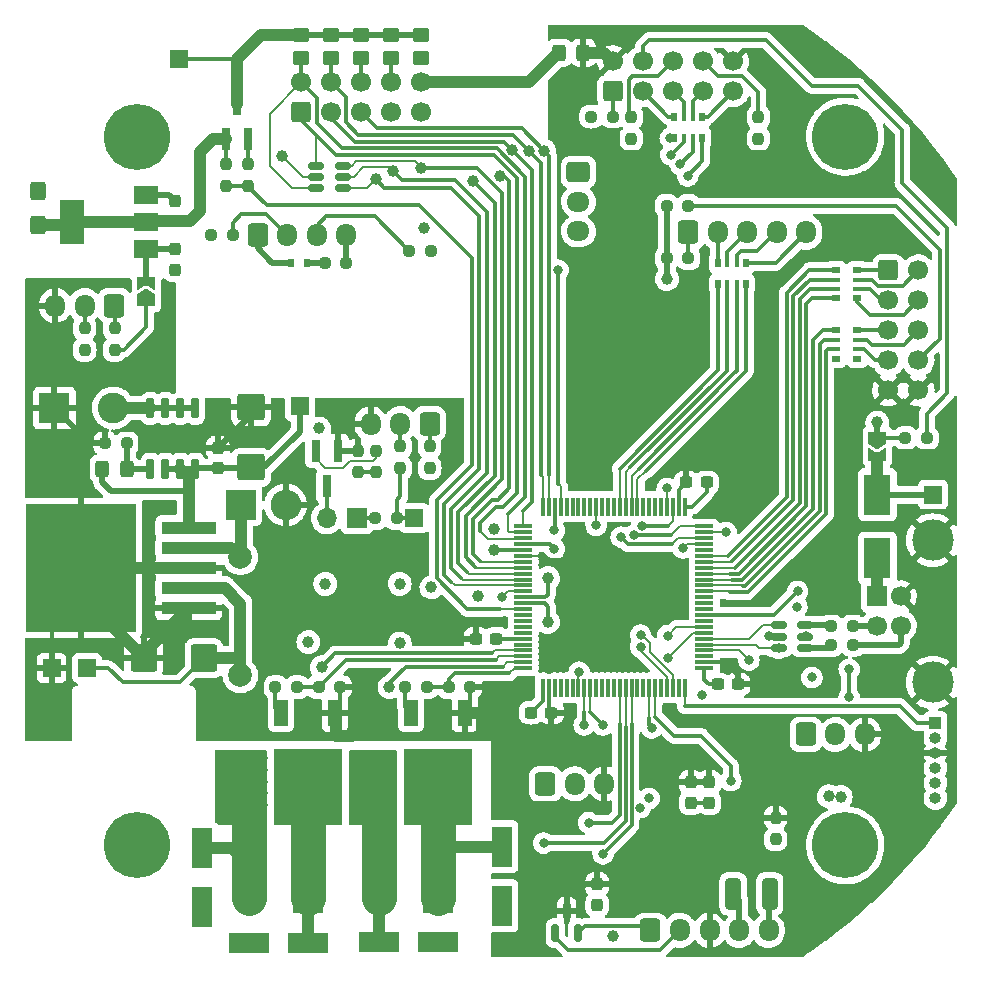
<source format=gbr>
%TF.GenerationSoftware,KiCad,Pcbnew,6.0.10*%
%TF.CreationDate,2023-01-12T12:24:56+03:00*%
%TF.ProjectId,nitrogen,6e697472-6f67-4656-9e2e-6b696361645f,rev?*%
%TF.SameCoordinates,Original*%
%TF.FileFunction,Copper,L4,Bot*%
%TF.FilePolarity,Positive*%
%FSLAX46Y46*%
G04 Gerber Fmt 4.6, Leading zero omitted, Abs format (unit mm)*
G04 Created by KiCad (PCBNEW 6.0.10) date 2023-01-12 12:24:56*
%MOMM*%
%LPD*%
G01*
G04 APERTURE LIST*
G04 Aperture macros list*
%AMRoundRect*
0 Rectangle with rounded corners*
0 $1 Rounding radius*
0 $2 $3 $4 $5 $6 $7 $8 $9 X,Y pos of 4 corners*
0 Add a 4 corners polygon primitive as box body*
4,1,4,$2,$3,$4,$5,$6,$7,$8,$9,$2,$3,0*
0 Add four circle primitives for the rounded corners*
1,1,$1+$1,$2,$3*
1,1,$1+$1,$4,$5*
1,1,$1+$1,$6,$7*
1,1,$1+$1,$8,$9*
0 Add four rect primitives between the rounded corners*
20,1,$1+$1,$2,$3,$4,$5,0*
20,1,$1+$1,$4,$5,$6,$7,0*
20,1,$1+$1,$6,$7,$8,$9,0*
20,1,$1+$1,$8,$9,$2,$3,0*%
%AMFreePoly0*
4,1,6,1.000000,0.000000,0.500000,-0.750000,-0.500000,-0.750000,-0.500000,0.750000,0.500000,0.750000,1.000000,0.000000,1.000000,0.000000,$1*%
%AMFreePoly1*
4,1,6,0.500000,-0.750000,-0.650000,-0.750000,-0.150000,0.000000,-0.650000,0.750000,0.500000,0.750000,0.500000,-0.750000,0.500000,-0.750000,$1*%
G04 Aperture macros list end*
%TA.AperFunction,ComponentPad*%
%ADD10C,5.600000*%
%TD*%
%TA.AperFunction,ComponentPad*%
%ADD11RoundRect,0.250000X-0.600000X-0.725000X0.600000X-0.725000X0.600000X0.725000X-0.600000X0.725000X0*%
%TD*%
%TA.AperFunction,ComponentPad*%
%ADD12O,1.700000X1.950000*%
%TD*%
%TA.AperFunction,ComponentPad*%
%ADD13R,2.600000X2.600000*%
%TD*%
%TA.AperFunction,ComponentPad*%
%ADD14C,2.600000*%
%TD*%
%TA.AperFunction,ComponentPad*%
%ADD15R,1.500000X1.500000*%
%TD*%
%TA.AperFunction,ComponentPad*%
%ADD16O,2.600000X2.600000*%
%TD*%
%TA.AperFunction,ComponentPad*%
%ADD17RoundRect,0.250000X-0.600000X-0.600000X0.600000X-0.600000X0.600000X0.600000X-0.600000X0.600000X0*%
%TD*%
%TA.AperFunction,ComponentPad*%
%ADD18C,1.700000*%
%TD*%
%TA.AperFunction,ComponentPad*%
%ADD19RoundRect,0.250000X0.600000X-0.600000X0.600000X0.600000X-0.600000X0.600000X-0.600000X-0.600000X0*%
%TD*%
%TA.AperFunction,ComponentPad*%
%ADD20RoundRect,0.250000X0.600000X0.725000X-0.600000X0.725000X-0.600000X-0.725000X0.600000X-0.725000X0*%
%TD*%
%TA.AperFunction,ComponentPad*%
%ADD21R,1.700000X1.700000*%
%TD*%
%TA.AperFunction,ComponentPad*%
%ADD22O,1.700000X1.700000*%
%TD*%
%TA.AperFunction,ComponentPad*%
%ADD23RoundRect,0.250000X-0.725000X0.600000X-0.725000X-0.600000X0.725000X-0.600000X0.725000X0.600000X0*%
%TD*%
%TA.AperFunction,ComponentPad*%
%ADD24O,1.950000X1.700000*%
%TD*%
%TA.AperFunction,ComponentPad*%
%ADD25C,2.000000*%
%TD*%
%TA.AperFunction,ComponentPad*%
%ADD26R,1.000000X1.000000*%
%TD*%
%TA.AperFunction,ComponentPad*%
%ADD27O,1.000000X1.000000*%
%TD*%
%TA.AperFunction,ComponentPad*%
%ADD28C,3.500000*%
%TD*%
%TA.AperFunction,SMDPad,CuDef*%
%ADD29RoundRect,0.237500X0.250000X0.237500X-0.250000X0.237500X-0.250000X-0.237500X0.250000X-0.237500X0*%
%TD*%
%TA.AperFunction,SMDPad,CuDef*%
%ADD30R,0.800000X1.900000*%
%TD*%
%TA.AperFunction,SMDPad,CuDef*%
%ADD31RoundRect,0.237500X-0.250000X-0.237500X0.250000X-0.237500X0.250000X0.237500X-0.250000X0.237500X0*%
%TD*%
%TA.AperFunction,SMDPad,CuDef*%
%ADD32RoundRect,0.237500X-0.237500X0.250000X-0.237500X-0.250000X0.237500X-0.250000X0.237500X0.250000X0*%
%TD*%
%TA.AperFunction,SMDPad,CuDef*%
%ADD33RoundRect,0.237500X-0.237500X0.300000X-0.237500X-0.300000X0.237500X-0.300000X0.237500X0.300000X0*%
%TD*%
%TA.AperFunction,SMDPad,CuDef*%
%ADD34RoundRect,0.237500X0.300000X0.237500X-0.300000X0.237500X-0.300000X-0.237500X0.300000X-0.237500X0*%
%TD*%
%TA.AperFunction,SMDPad,CuDef*%
%ADD35RoundRect,0.075000X-0.725000X-0.075000X0.725000X-0.075000X0.725000X0.075000X-0.725000X0.075000X0*%
%TD*%
%TA.AperFunction,SMDPad,CuDef*%
%ADD36RoundRect,0.075000X-0.075000X-0.725000X0.075000X-0.725000X0.075000X0.725000X-0.075000X0.725000X0*%
%TD*%
%TA.AperFunction,SMDPad,CuDef*%
%ADD37RoundRect,0.250000X0.925000X-0.875000X0.925000X0.875000X-0.925000X0.875000X-0.925000X-0.875000X0*%
%TD*%
%TA.AperFunction,SMDPad,CuDef*%
%ADD38RoundRect,0.237500X0.237500X-0.250000X0.237500X0.250000X-0.237500X0.250000X-0.237500X-0.250000X0*%
%TD*%
%TA.AperFunction,SMDPad,CuDef*%
%ADD39R,1.800000X3.500000*%
%TD*%
%TA.AperFunction,SMDPad,CuDef*%
%ADD40RoundRect,0.237500X0.237500X-0.300000X0.237500X0.300000X-0.237500X0.300000X-0.237500X-0.300000X0*%
%TD*%
%TA.AperFunction,SMDPad,CuDef*%
%ADD41R,0.800000X0.500000*%
%TD*%
%TA.AperFunction,SMDPad,CuDef*%
%ADD42R,0.800000X0.400000*%
%TD*%
%TA.AperFunction,SMDPad,CuDef*%
%ADD43FreePoly0,90.000000*%
%TD*%
%TA.AperFunction,SMDPad,CuDef*%
%ADD44FreePoly1,90.000000*%
%TD*%
%TA.AperFunction,SMDPad,CuDef*%
%ADD45R,0.600000X0.700000*%
%TD*%
%TA.AperFunction,SMDPad,CuDef*%
%ADD46R,2.000000X1.500000*%
%TD*%
%TA.AperFunction,SMDPad,CuDef*%
%ADD47R,2.000000X3.800000*%
%TD*%
%TA.AperFunction,SMDPad,CuDef*%
%ADD48RoundRect,0.250000X-0.450000X0.350000X-0.450000X-0.350000X0.450000X-0.350000X0.450000X0.350000X0*%
%TD*%
%TA.AperFunction,SMDPad,CuDef*%
%ADD49R,3.500000X1.800000*%
%TD*%
%TA.AperFunction,SMDPad,CuDef*%
%ADD50FreePoly0,270.000000*%
%TD*%
%TA.AperFunction,SMDPad,CuDef*%
%ADD51FreePoly1,270.000000*%
%TD*%
%TA.AperFunction,SMDPad,CuDef*%
%ADD52RoundRect,0.150000X0.150000X-0.587500X0.150000X0.587500X-0.150000X0.587500X-0.150000X-0.587500X0*%
%TD*%
%TA.AperFunction,SMDPad,CuDef*%
%ADD53R,0.500000X0.800000*%
%TD*%
%TA.AperFunction,SMDPad,CuDef*%
%ADD54R,0.400000X0.800000*%
%TD*%
%TA.AperFunction,SMDPad,CuDef*%
%ADD55RoundRect,0.150000X0.150000X-0.725000X0.150000X0.725000X-0.150000X0.725000X-0.150000X-0.725000X0*%
%TD*%
%TA.AperFunction,SMDPad,CuDef*%
%ADD56RoundRect,0.250000X0.875000X0.925000X-0.875000X0.925000X-0.875000X-0.925000X0.875000X-0.925000X0*%
%TD*%
%TA.AperFunction,SMDPad,CuDef*%
%ADD57RoundRect,0.250000X0.400000X1.075000X-0.400000X1.075000X-0.400000X-1.075000X0.400000X-1.075000X0*%
%TD*%
%TA.AperFunction,SMDPad,CuDef*%
%ADD58RoundRect,0.150000X0.512500X0.150000X-0.512500X0.150000X-0.512500X-0.150000X0.512500X-0.150000X0*%
%TD*%
%TA.AperFunction,SMDPad,CuDef*%
%ADD59R,4.600000X1.100000*%
%TD*%
%TA.AperFunction,SMDPad,CuDef*%
%ADD60R,9.400000X10.800000*%
%TD*%
%TA.AperFunction,SMDPad,CuDef*%
%ADD61RoundRect,0.250000X-0.325000X-0.450000X0.325000X-0.450000X0.325000X0.450000X-0.325000X0.450000X0*%
%TD*%
%TA.AperFunction,SMDPad,CuDef*%
%ADD62RoundRect,0.250000X0.325000X0.450000X-0.325000X0.450000X-0.325000X-0.450000X0.325000X-0.450000X0*%
%TD*%
%TA.AperFunction,SMDPad,CuDef*%
%ADD63RoundRect,0.250000X0.425000X-0.537500X0.425000X0.537500X-0.425000X0.537500X-0.425000X-0.537500X0*%
%TD*%
%TA.AperFunction,SMDPad,CuDef*%
%ADD64R,1.200000X2.200000*%
%TD*%
%TA.AperFunction,SMDPad,CuDef*%
%ADD65R,5.800000X6.400000*%
%TD*%
%TA.AperFunction,SMDPad,CuDef*%
%ADD66RoundRect,0.237500X-0.300000X-0.237500X0.300000X-0.237500X0.300000X0.237500X-0.300000X0.237500X0*%
%TD*%
%TA.AperFunction,SMDPad,CuDef*%
%ADD67RoundRect,0.150000X-0.512500X-0.150000X0.512500X-0.150000X0.512500X0.150000X-0.512500X0.150000X0*%
%TD*%
%TA.AperFunction,SMDPad,CuDef*%
%ADD68R,2.300000X3.500000*%
%TD*%
%TA.AperFunction,ViaPad*%
%ADD69C,1.000000*%
%TD*%
%TA.AperFunction,ViaPad*%
%ADD70C,0.800000*%
%TD*%
%TA.AperFunction,Conductor*%
%ADD71C,1.000000*%
%TD*%
%TA.AperFunction,Conductor*%
%ADD72C,0.300000*%
%TD*%
%TA.AperFunction,Conductor*%
%ADD73C,0.500000*%
%TD*%
%TA.AperFunction,Conductor*%
%ADD74C,0.200000*%
%TD*%
%TA.AperFunction,Conductor*%
%ADD75C,3.000000*%
%TD*%
G04 APERTURE END LIST*
D10*
%TO.P,H1,1*%
%TO.N,N/C*%
X169000000Y-55000000D03*
%TD*%
D11*
%TO.P,J15,1,Pin_1*%
%TO.N,Net-(J15-Pad1)*%
X165658800Y-105613200D03*
D12*
%TO.P,J15,2,Pin_2*%
%TO.N,Net-(J15-Pad2)*%
X168158800Y-105613200D03*
%TO.P,J15,3,Pin_3*%
%TO.N,GND*%
X170658800Y-105613200D03*
%TD*%
D13*
%TO.P,J3,1,Pin_1*%
%TO.N,/P2*%
X123500000Y-119500000D03*
D14*
%TO.P,J3,2,Pin_2*%
%TO.N,/P3*%
X118500000Y-119500000D03*
%TD*%
D15*
%TO.P,TP2,1,1*%
%TO.N,Net-(C14-Pad1)*%
X122800000Y-77800000D03*
%TD*%
D13*
%TO.P,D12,1,K*%
%TO.N,Net-(D12-Pad1)*%
X117805000Y-86166000D03*
D16*
%TO.P,D12,2,A*%
%TO.N,GND*%
X121615000Y-86166000D03*
%TD*%
D11*
%TO.P,J9,1,Pin_1*%
%TO.N,/MCU/485B*%
X152500000Y-122200000D03*
D12*
%TO.P,J9,2,Pin_2*%
%TO.N,/MCU/485A*%
X155000000Y-122200000D03*
%TO.P,J9,3,Pin_3*%
%TO.N,GND*%
X157500000Y-122200000D03*
%TO.P,J9,4,Pin_4*%
%TO.N,/MCU/CANL*%
X160000000Y-122200000D03*
%TO.P,J9,5,Pin_5*%
%TO.N,/MCU/CANH*%
X162500000Y-122200000D03*
%TD*%
D17*
%TO.P,J11,1,Pin_1*%
%TO.N,Net-(J11-Pad1)*%
X172647500Y-66320000D03*
D18*
%TO.P,J11,2,Pin_2*%
%TO.N,Net-(J11-Pad2)*%
X175187500Y-66320000D03*
%TO.P,J11,3,Pin_3*%
%TO.N,Net-(J11-Pad3)*%
X172647500Y-68860000D03*
%TO.P,J11,4,Pin_4*%
%TO.N,Net-(J11-Pad4)*%
X175187500Y-68860000D03*
%TO.P,J11,5,Pin_5*%
%TO.N,Net-(J11-Pad5)*%
X172647500Y-71400000D03*
%TO.P,J11,6,Pin_6*%
%TO.N,Net-(J11-Pad6)*%
X175187500Y-71400000D03*
%TO.P,J11,7,Pin_7*%
%TO.N,Net-(J11-Pad7)*%
X172647500Y-73940000D03*
%TO.P,J11,8,Pin_8*%
%TO.N,Net-(J11-Pad8)*%
X175187500Y-73940000D03*
%TO.P,J11,9,Pin_9*%
%TO.N,GND*%
X172647500Y-76480000D03*
%TO.P,J11,10,Pin_10*%
X175187500Y-76480000D03*
%TD*%
D15*
%TO.P,TP6,1,1*%
%TO.N,+3.3VADC*%
X112623600Y-48412400D03*
%TD*%
D11*
%TO.P,J6,1,Pin_1*%
%TO.N,GNDPWR*%
X119233500Y-63359000D03*
D12*
%TO.P,J6,2,Pin_2*%
%TO.N,Net-(J6-Pad2)*%
X121733500Y-63359000D03*
%TO.P,J6,3,Pin_3*%
%TO.N,Net-(J6-Pad3)*%
X124233500Y-63359000D03*
%TO.P,J6,4,Pin_4*%
%TO.N,/MCU/ADC_EXT*%
X126733500Y-63359000D03*
%TD*%
D19*
%TO.P,J4,1,Pin_1*%
%TO.N,/MCU/ADC0*%
X122920000Y-52900000D03*
D18*
%TO.P,J4,2,Pin_2*%
%TO.N,/MCU/ADC1*%
X122920000Y-50360000D03*
%TO.P,J4,3,Pin_3*%
%TO.N,/MCU/ADC2*%
X125460000Y-52900000D03*
%TO.P,J4,4,Pin_4*%
%TO.N,/MCU/ADC3*%
X125460000Y-50360000D03*
%TO.P,J4,5,Pin_5*%
%TO.N,/MCU/ADC4*%
X128000000Y-52900000D03*
%TO.P,J4,6,Pin_6*%
%TO.N,/MCU/ADC5*%
X128000000Y-50360000D03*
%TO.P,J4,7,Pin_7*%
%TO.N,/MCU/ADC6*%
X130540000Y-52900000D03*
%TO.P,J4,8,Pin_8*%
%TO.N,/MCU/ADC7*%
X130540000Y-50360000D03*
%TO.P,J4,9,Pin_9*%
%TO.N,GNDPWR*%
X133080000Y-52900000D03*
%TO.P,J4,10,Pin_10*%
X133080000Y-50360000D03*
%TD*%
D20*
%TO.P,J5,1,Pin_1*%
%TO.N,Net-(J5-Pad1)*%
X133800000Y-79300000D03*
D12*
%TO.P,J5,2,Pin_2*%
%TO.N,Net-(J5-Pad2)*%
X131300000Y-79300000D03*
%TO.P,J5,3,Pin_3*%
%TO.N,GND*%
X128800000Y-79300000D03*
%TD*%
D15*
%TO.P,TP1,1,1*%
%TO.N,Net-(D5-Pad1)*%
X176416500Y-85306600D03*
%TD*%
D21*
%TO.P,J16,1,Pin_1*%
%TO.N,Net-(J16-Pad1)*%
X127650000Y-87300000D03*
D22*
%TO.P,J16,2,Pin_2*%
%TO.N,Net-(J16-Pad2)*%
X125110000Y-87300000D03*
%TD*%
D13*
%TO.P,J13,1,Pin_1*%
%TO.N,GND*%
X102031000Y-77982000D03*
D14*
%TO.P,J13,2,Pin_2*%
%TO.N,Vdrive*%
X107031000Y-77982000D03*
%TD*%
D23*
%TO.P,J1,1,Pin_1*%
%TO.N,/MCU/ADC9*%
X146400000Y-58000000D03*
D24*
%TO.P,J1,2,Pin_2*%
%TO.N,/MCU/ADC8*%
X146400000Y-60500000D03*
%TO.P,J1,3,Pin_3*%
%TO.N,GNDPWR*%
X146400000Y-63000000D03*
%TD*%
D13*
%TO.P,J2,1,Pin_1*%
%TO.N,/P0*%
X134500000Y-119500000D03*
D14*
%TO.P,J2,2,Pin_2*%
%TO.N,/P1*%
X129500000Y-119500000D03*
%TD*%
D15*
%TO.P,TP4,1,1*%
%TO.N,+5V*%
X104800000Y-100000000D03*
%TD*%
D19*
%TO.P,J10,1,Pin_1*%
%TO.N,Net-(J10-Pad1)*%
X149320000Y-51152500D03*
D18*
%TO.P,J10,2,Pin_2*%
%TO.N,GND*%
X149320000Y-48612500D03*
%TO.P,J10,3,Pin_3*%
%TO.N,Net-(J10-Pad3)*%
X151860000Y-51152500D03*
%TO.P,J10,4,Pin_4*%
%TO.N,Net-(J10-Pad4)*%
X151860000Y-48612500D03*
%TO.P,J10,5,Pin_5*%
%TO.N,Net-(J10-Pad5)*%
X154400000Y-51152500D03*
%TO.P,J10,6,Pin_6*%
%TO.N,Net-(J10-Pad6)*%
X154400000Y-48612500D03*
%TO.P,J10,7,Pin_7*%
%TO.N,Net-(J10-Pad7)*%
X156940000Y-51152500D03*
%TO.P,J10,8,Pin_8*%
%TO.N,Net-(J10-Pad8)*%
X156940000Y-48612500D03*
%TO.P,J10,9,Pin_9*%
%TO.N,Net-(J10-Pad9)*%
X159480000Y-51152500D03*
%TO.P,J10,10,Pin_10*%
%TO.N,GND*%
X159480000Y-48612500D03*
%TD*%
D10*
%TO.P,H3,1*%
%TO.N,N/C*%
X109000000Y-115000000D03*
%TD*%
%TO.P,H4,1*%
%TO.N,N/C*%
X169000000Y-115000000D03*
%TD*%
D15*
%TO.P,TP3,1,1*%
%TO.N,GND*%
X101800000Y-100000000D03*
%TD*%
%TO.P,TP5,1,1*%
%TO.N,+3.3V*%
X132500000Y-87300000D03*
%TD*%
D11*
%TO.P,J18,1,Pin_1*%
%TO.N,Net-(J18-Pad1)*%
X155700000Y-63100000D03*
D12*
%TO.P,J18,2,Pin_2*%
%TO.N,Net-(J18-Pad2)*%
X158200000Y-63100000D03*
%TO.P,J18,3,Pin_3*%
%TO.N,Net-(J18-Pad3)*%
X160700000Y-63100000D03*
%TO.P,J18,4,Pin_4*%
%TO.N,Net-(J18-Pad4)*%
X163200000Y-63100000D03*
%TO.P,J18,5,Pin_5*%
%TO.N,Net-(J18-Pad5)*%
X165700000Y-63100000D03*
%TD*%
D11*
%TO.P,J14,1,Pin_1*%
%TO.N,Net-(J14-Pad1)*%
X143600000Y-109800000D03*
D12*
%TO.P,J14,2,Pin_2*%
%TO.N,Net-(J14-Pad2)*%
X146100000Y-109800000D03*
%TO.P,J14,3,Pin_3*%
%TO.N,GND*%
X148600000Y-109800000D03*
%TD*%
D25*
%TO.P,L1,1,1*%
%TO.N,+5V*%
X117785000Y-100611000D03*
%TO.P,L1,2,2*%
%TO.N,Net-(D12-Pad1)*%
X117785000Y-90611000D03*
%TD*%
D26*
%TO.P,J7,1,Pin_1*%
%TO.N,/MCU/SWCLK*%
X176631600Y-104648000D03*
D27*
%TO.P,J7,2,Pin_2*%
%TO.N,/MCU/SWDIO*%
X176631600Y-105918000D03*
%TO.P,J7,3,Pin_3*%
%TO.N,GND*%
X176631600Y-107188000D03*
%TO.P,J7,4,Pin_4*%
%TO.N,Net-(J7-Pad4)*%
X176631600Y-108458000D03*
%TO.P,J7,5,Pin_5*%
%TO.N,/MCU/BOOT0*%
X176631600Y-109728000D03*
%TO.P,J7,6,Pin_6*%
%TO.N,/MCU/NRST*%
X176631600Y-110998000D03*
%TD*%
D21*
%TO.P,J8,1,VBUS*%
%TO.N,/MCU/VB*%
X171690000Y-93930000D03*
D18*
%TO.P,J8,2,D-*%
%TO.N,Net-(J8-Pad2)*%
X171690000Y-96430000D03*
%TO.P,J8,3,D+*%
%TO.N,Net-(J8-Pad3)*%
X173690000Y-96430000D03*
%TO.P,J8,4,GND*%
%TO.N,GND*%
X173690000Y-93930000D03*
D28*
%TO.P,J8,5,Shield*%
X176400000Y-89160000D03*
X176400000Y-101200000D03*
%TD*%
D10*
%TO.P,H2,1*%
%TO.N,N/C*%
X109000000Y-55000000D03*
%TD*%
D20*
%TO.P,J12,1,Pin_1*%
%TO.N,Net-(J12-Pad1)*%
X107100000Y-69300000D03*
D12*
%TO.P,J12,2,Pin_2*%
%TO.N,Net-(J12-Pad2)*%
X104600000Y-69300000D03*
%TO.P,J12,3,Pin_3*%
%TO.N,GND*%
X102100000Y-69300000D03*
%TD*%
D29*
%TO.P,R8,1*%
%TO.N,PWM0*%
X133551300Y-101600000D03*
%TO.P,R8,2*%
%TO.N,Net-(Q4-Pad1)*%
X131726300Y-101600000D03*
%TD*%
D30*
%TO.P,Q9,1,G*%
%TO.N,Net-(Q9-Pad1)*%
X118450000Y-55200000D03*
%TO.P,Q9,2,S*%
%TO.N,Net-(C21-Pad1)*%
X116550000Y-55200000D03*
%TO.P,Q9,3,D*%
%TO.N,+3.3VADC*%
X117500000Y-52200000D03*
%TD*%
D31*
%TO.P,R54,1*%
%TO.N,Net-(D8-Pad1)*%
X124919100Y-65684400D03*
%TO.P,R54,2*%
%TO.N,/MCU/ADC_EXT*%
X126744100Y-65684400D03*
%TD*%
D32*
%TO.P,R44,1*%
%TO.N,GND*%
X163100000Y-112661900D03*
%TO.P,R44,2*%
%TO.N,Net-(R44-Pad2)*%
X163100000Y-114486900D03*
%TD*%
D33*
%TO.P,C4,1*%
%TO.N,GND*%
X147980400Y-118315400D03*
%TO.P,C4,2*%
%TO.N,Net-(C4-Pad2)*%
X147980400Y-120040400D03*
%TD*%
D34*
%TO.P,C7,1*%
%TO.N,/MCU/MCU3v3*%
X157275700Y-84277200D03*
%TO.P,C7,2*%
%TO.N,GND*%
X155550700Y-84277200D03*
%TD*%
D29*
%TO.P,R2,1*%
%TO.N,PWM2*%
X122578500Y-101600000D03*
%TO.P,R2,2*%
%TO.N,Net-(Q1-Pad1)*%
X120753500Y-101600000D03*
%TD*%
D35*
%TO.P,U4,1,PE2*%
%TO.N,PWM0*%
X141725000Y-100000000D03*
%TO.P,U4,2,PE3*%
%TO.N,PWM1*%
X141725000Y-99500000D03*
%TO.P,U4,3,PE4*%
%TO.N,PWM2*%
X141725000Y-99000000D03*
%TO.P,U4,4,PE5*%
%TO.N,PWM3*%
X141725000Y-98500000D03*
%TO.P,U4,5,PE6*%
%TO.N,unconnected-(U4-Pad5)*%
X141725000Y-98000000D03*
%TO.P,U4,6,VBAT*%
%TO.N,/MCU/MCU3v3*%
X141725000Y-97500000D03*
%TO.P,U4,7,PC13*%
%TO.N,unconnected-(U4-Pad7)*%
X141725000Y-97000000D03*
%TO.P,U4,8,PC14*%
%TO.N,unconnected-(U4-Pad8)*%
X141725000Y-96500000D03*
%TO.P,U4,9,PC15*%
%TO.N,unconnected-(U4-Pad9)*%
X141725000Y-96000000D03*
%TO.P,U4,10,PF9*%
%TO.N,unconnected-(U4-Pad10)*%
X141725000Y-95500000D03*
%TO.P,U4,11,PF10*%
%TO.N,VADCon*%
X141725000Y-95000000D03*
%TO.P,U4,12,PF0*%
%TO.N,/MCU/OSC_IN*%
X141725000Y-94500000D03*
%TO.P,U4,13,PF1*%
%TO.N,/MCU/OSC_OUT*%
X141725000Y-94000000D03*
%TO.P,U4,14,NRST*%
%TO.N,/MCU/NRST*%
X141725000Y-93500000D03*
%TO.P,U4,15,PC0*%
%TO.N,/MCU/ADC5*%
X141725000Y-93000000D03*
%TO.P,U4,16,PC1*%
%TO.N,/MCU/ADC6*%
X141725000Y-92500000D03*
%TO.P,U4,17,PC2*%
%TO.N,/MCU/ADC7*%
X141725000Y-92000000D03*
%TO.P,U4,18,PC3*%
%TO.N,/MCU/ADC8*%
X141725000Y-91500000D03*
%TO.P,U4,19,PF2*%
%TO.N,/MCU/ADC9*%
X141725000Y-91000000D03*
%TO.P,U4,20,VSSA*%
%TO.N,GND*%
X141725000Y-90500000D03*
%TO.P,U4,21,VREF+*%
%TO.N,+3.3VADC*%
X141725000Y-90000000D03*
%TO.P,U4,22,VDDA*%
%TO.N,/MCU/MCU3v3*%
X141725000Y-89500000D03*
%TO.P,U4,23,PA0*%
%TO.N,/MCU/ADC0*%
X141725000Y-89000000D03*
%TO.P,U4,24,PA1*%
%TO.N,/MCU/ADC1*%
X141725000Y-88500000D03*
%TO.P,U4,25,PA2*%
%TO.N,/MCU/ADC2*%
X141725000Y-88000000D03*
D36*
%TO.P,U4,26,PA3*%
%TO.N,/MCU/ADC3*%
X143400000Y-86325000D03*
%TO.P,U4,27,PF4*%
%TO.N,/MCU/ADC4*%
X143900000Y-86325000D03*
%TO.P,U4,28,VDD*%
%TO.N,/MCU/MCU3v3*%
X144400000Y-86325000D03*
%TO.P,U4,29,PA4*%
%TO.N,Net-(D8-Pad1)*%
X144900000Y-86325000D03*
%TO.P,U4,30,PA5*%
%TO.N,unconnected-(U4-Pad30)*%
X145400000Y-86325000D03*
%TO.P,U4,31,PA6*%
%TO.N,unconnected-(U4-Pad31)*%
X145900000Y-86325000D03*
%TO.P,U4,32,PA7*%
%TO.N,unconnected-(U4-Pad32)*%
X146400000Y-86325000D03*
%TO.P,U4,33,PC4*%
%TO.N,unconnected-(U4-Pad33)*%
X146900000Y-86325000D03*
%TO.P,U4,34,PC5*%
%TO.N,unconnected-(U4-Pad34)*%
X147400000Y-86325000D03*
%TO.P,U4,35,PB0*%
%TO.N,/MCU/Buzzer*%
X147900000Y-86325000D03*
%TO.P,U4,36,PB1*%
%TO.N,unconnected-(U4-Pad36)*%
X148400000Y-86325000D03*
%TO.P,U4,37,PB2*%
%TO.N,unconnected-(U4-Pad37)*%
X148900000Y-86325000D03*
%TO.P,U4,38,PE7*%
%TO.N,unconnected-(U4-Pad38)*%
X149400000Y-86325000D03*
%TO.P,U4,39,PE8*%
%TO.N,Net-(RN1-Pad4)*%
X149900000Y-86325000D03*
%TO.P,U4,40,PE9*%
%TO.N,Net-(RN1-Pad3)*%
X150400000Y-86325000D03*
%TO.P,U4,41,PE10*%
%TO.N,Net-(RN1-Pad2)*%
X150900000Y-86325000D03*
%TO.P,U4,42,PE11*%
%TO.N,Net-(RN1-Pad1)*%
X151400000Y-86325000D03*
%TO.P,U4,43,PE12*%
%TO.N,unconnected-(U4-Pad43)*%
X151900000Y-86325000D03*
%TO.P,U4,44,PE13*%
%TO.N,unconnected-(U4-Pad44)*%
X152400000Y-86325000D03*
%TO.P,U4,45,PE14*%
%TO.N,unconnected-(U4-Pad45)*%
X152900000Y-86325000D03*
%TO.P,U4,46,PE15*%
%TO.N,unconnected-(U4-Pad46)*%
X153400000Y-86325000D03*
%TO.P,U4,47,PB10*%
%TO.N,/MCU/SCRN_DCRS*%
X153900000Y-86325000D03*
%TO.P,U4,48,PB11*%
%TO.N,/MCU/SCRN_RST*%
X154400000Y-86325000D03*
%TO.P,U4,49,VSS*%
%TO.N,GND*%
X154900000Y-86325000D03*
%TO.P,U4,50,VDD*%
%TO.N,/MCU/MCU3v3*%
X155400000Y-86325000D03*
D35*
%TO.P,U4,51,PB12*%
%TO.N,/MCU/SPI2_NSS*%
X157075000Y-88000000D03*
%TO.P,U4,52,PB13*%
%TO.N,/MCU/SPI2_SCK*%
X157075000Y-88500000D03*
%TO.P,U4,53,PB14*%
%TO.N,/MCU/SPI2_MISO*%
X157075000Y-89000000D03*
%TO.P,U4,54,PB15*%
%TO.N,/MCU/SPI2_MOSI*%
X157075000Y-89500000D03*
%TO.P,U4,55,PD8*%
%TO.N,unconnected-(U4-Pad55)*%
X157075000Y-90000000D03*
%TO.P,U4,56,PD9*%
%TO.N,/MCU/BTN0*%
X157075000Y-90500000D03*
%TO.P,U4,57,PD10*%
%TO.N,/MCU/BTN1*%
X157075000Y-91000000D03*
%TO.P,U4,58,PD11*%
%TO.N,/MCU/BTN2*%
X157075000Y-91500000D03*
%TO.P,U4,59,PD12*%
%TO.N,/MCU/BTN3*%
X157075000Y-92000000D03*
%TO.P,U4,60,PD13*%
%TO.N,/MCU/BTN4*%
X157075000Y-92500000D03*
%TO.P,U4,61,PD14*%
%TO.N,/MCU/BTN5*%
X157075000Y-93000000D03*
%TO.P,U4,62,PD15*%
%TO.N,/MCU/BTN6*%
X157075000Y-93500000D03*
%TO.P,U4,63,PC6*%
%TO.N,unconnected-(U4-Pad63)*%
X157075000Y-94000000D03*
%TO.P,U4,64,PC7*%
%TO.N,unconnected-(U4-Pad64)*%
X157075000Y-94500000D03*
%TO.P,U4,65,PC8*%
%TO.N,unconnected-(U4-Pad65)*%
X157075000Y-95000000D03*
%TO.P,U4,66,PC9*%
%TO.N,/MCU/USB_PU*%
X157075000Y-95500000D03*
%TO.P,U4,67,PA8*%
%TO.N,unconnected-(U4-Pad67)*%
X157075000Y-96000000D03*
%TO.P,U4,68,PA9*%
%TO.N,/MCU/SCL*%
X157075000Y-96500000D03*
%TO.P,U4,69,PA10*%
%TO.N,/MCU/SDA*%
X157075000Y-97000000D03*
%TO.P,U4,70,PA11*%
%TO.N,/MCU/USB_DM*%
X157075000Y-97500000D03*
%TO.P,U4,71,PA12*%
%TO.N,/MCU/USB_DP*%
X157075000Y-98000000D03*
%TO.P,U4,72,PA13*%
%TO.N,/MCU/SWDIO*%
X157075000Y-98500000D03*
%TO.P,U4,73,PF6*%
%TO.N,unconnected-(U4-Pad73)*%
X157075000Y-99000000D03*
%TO.P,U4,74,VSS*%
%TO.N,GND*%
X157075000Y-99500000D03*
%TO.P,U4,75,VDD*%
%TO.N,/MCU/MCU3v3*%
X157075000Y-100000000D03*
D36*
%TO.P,U4,76,PA14*%
%TO.N,/MCU/SWCLK*%
X155400000Y-101675000D03*
%TO.P,U4,77,PA15*%
%TO.N,unconnected-(U4-Pad77)*%
X154900000Y-101675000D03*
%TO.P,U4,78,PC10*%
%TO.N,/MCU/Tx*%
X154400000Y-101675000D03*
%TO.P,U4,79,PC11*%
%TO.N,/MCU/Rx*%
X153900000Y-101675000D03*
%TO.P,U4,80,PC12*%
%TO.N,unconnected-(U4-Pad80)*%
X153400000Y-101675000D03*
%TO.P,U4,81,PD0*%
%TO.N,/MCU/CAN_RX*%
X152900000Y-101675000D03*
%TO.P,U4,82,PD1*%
%TO.N,/MCU/CAN_TX*%
X152400000Y-101675000D03*
%TO.P,U4,83,PD2*%
%TO.N,unconnected-(U4-Pad83)*%
X151900000Y-101675000D03*
%TO.P,U4,84,PD3*%
%TO.N,unconnected-(U4-Pad84)*%
X151400000Y-101675000D03*
%TO.P,U4,85,PD4*%
%TO.N,/MCU/DE*%
X150900000Y-101675000D03*
%TO.P,U4,86,PD5*%
%TO.N,/MCU/U2Tx*%
X150400000Y-101675000D03*
%TO.P,U4,87,PD6*%
%TO.N,/MCU/U2Rx*%
X149900000Y-101675000D03*
%TO.P,U4,88,PD7*%
%TO.N,unconnected-(U4-Pad88)*%
X149400000Y-101675000D03*
%TO.P,U4,89,PB3*%
%TO.N,unconnected-(U4-Pad89)*%
X148900000Y-101675000D03*
%TO.P,U4,90,PB4*%
%TO.N,unconnected-(U4-Pad90)*%
X148400000Y-101675000D03*
%TO.P,U4,91,PB5*%
%TO.N,unconnected-(U4-Pad91)*%
X147900000Y-101675000D03*
%TO.P,U4,92,PB6*%
%TO.N,/MCU/I2C1_SCL*%
X147400000Y-101675000D03*
%TO.P,U4,93,PB7*%
%TO.N,/MCU/I2C1_SDA*%
X146900000Y-101675000D03*
%TO.P,U4,94,BOOT0*%
%TO.N,/MCU/BOOT0*%
X146400000Y-101675000D03*
%TO.P,U4,95,PB8*%
%TO.N,unconnected-(U4-Pad95)*%
X145900000Y-101675000D03*
%TO.P,U4,96,PB9*%
%TO.N,unconnected-(U4-Pad96)*%
X145400000Y-101675000D03*
%TO.P,U4,97,PE0*%
%TO.N,unconnected-(U4-Pad97)*%
X144900000Y-101675000D03*
%TO.P,U4,98,PE1*%
%TO.N,unconnected-(U4-Pad98)*%
X144400000Y-101675000D03*
%TO.P,U4,99,VSS*%
%TO.N,GND*%
X143900000Y-101675000D03*
%TO.P,U4,100,VDD*%
%TO.N,/MCU/MCU3v3*%
X143400000Y-101675000D03*
%TD*%
D37*
%TO.P,C15,1*%
%TO.N,Net-(C14-Pad1)*%
X118674000Y-83001000D03*
%TO.P,C15,2*%
%TO.N,GND*%
X118674000Y-77901000D03*
%TD*%
D38*
%TO.P,R22,1*%
%TO.N,/MCU/SPI2_SCK*%
X161645600Y-55166900D03*
%TO.P,R22,2*%
%TO.N,Net-(J10-Pad8)*%
X161645600Y-53341900D03*
%TD*%
D31*
%TO.P,R17,1*%
%TO.N,+5V*%
X115317900Y-63296800D03*
%TO.P,R17,2*%
%TO.N,Net-(J6-Pad2)*%
X117142900Y-63296800D03*
%TD*%
D39*
%TO.P,D2,1,K*%
%TO.N,Vdrive*%
X114500000Y-120200000D03*
%TO.P,D2,2,A*%
%TO.N,/P3*%
X114500000Y-115200000D03*
%TD*%
D40*
%TO.P,C22,1*%
%TO.N,Net-(C21-Pad1)*%
X112250000Y-62162500D03*
%TO.P,C22,2*%
%TO.N,GNDPWR*%
X112250000Y-60437500D03*
%TD*%
D29*
%TO.P,R38,1*%
%TO.N,Net-(D11-Pad2)*%
X108156500Y-80959000D03*
%TO.P,R38,2*%
%TO.N,GND*%
X106331500Y-80959000D03*
%TD*%
D38*
%TO.P,R47,1*%
%TO.N,+3.3V*%
X104597200Y-73048500D03*
%TO.P,R47,2*%
%TO.N,Net-(J12-Pad2)*%
X104597200Y-71223500D03*
%TD*%
D29*
%TO.P,R26,1*%
%TO.N,Net-(J10-Pad1)*%
X149312500Y-53300000D03*
%TO.P,R26,2*%
%TO.N,+3.3V*%
X147487500Y-53300000D03*
%TD*%
D41*
%TO.P,RN3,1,R1.1*%
%TO.N,Net-(J11-Pad5)*%
X170000000Y-71400000D03*
D42*
%TO.P,RN3,2,R2.1*%
%TO.N,Net-(J11-Pad6)*%
X170000000Y-72200000D03*
%TO.P,RN3,3,R3.1*%
%TO.N,Net-(J11-Pad7)*%
X170000000Y-73000000D03*
D41*
%TO.P,RN3,4,R4.1*%
%TO.N,unconnected-(RN3-Pad4)*%
X170000000Y-73800000D03*
%TO.P,RN3,5,R4.2*%
%TO.N,unconnected-(RN3-Pad5)*%
X168200000Y-73800000D03*
D42*
%TO.P,RN3,6,R3.2*%
%TO.N,/MCU/BTN6*%
X168200000Y-73000000D03*
%TO.P,RN3,7,R2.2*%
%TO.N,/MCU/BTN5*%
X168200000Y-72200000D03*
D41*
%TO.P,RN3,8,R1.2*%
%TO.N,/MCU/BTN4*%
X168200000Y-71400000D03*
%TD*%
D43*
%TO.P,JP5,1,A*%
%TO.N,+5V*%
X109829600Y-68847800D03*
D44*
%TO.P,JP5,2,B*%
%TO.N,Net-(C20-Pad1)*%
X109829600Y-67397800D03*
%TD*%
D45*
%TO.P,D8,1,K*%
%TO.N,Net-(D8-Pad1)*%
X123432800Y-65659000D03*
%TO.P,D8,2,A*%
%TO.N,GNDPWR*%
X122032800Y-65659000D03*
%TD*%
D31*
%TO.P,R3,1*%
%TO.N,PWM2*%
X124411100Y-101600000D03*
%TO.P,R3,2*%
%TO.N,GND*%
X126236100Y-101600000D03*
%TD*%
%TO.P,R46,1*%
%TO.N,+3.3V*%
X153887500Y-65300000D03*
%TO.P,R46,2*%
%TO.N,Net-(J18-Pad1)*%
X155712500Y-65300000D03*
%TD*%
D46*
%TO.P,U8,1,GND*%
%TO.N,GNDPWR*%
X109800000Y-59900000D03*
%TO.P,U8,2,VO*%
%TO.N,Net-(C21-Pad1)*%
X109800000Y-62200000D03*
D47*
X103500000Y-62200000D03*
D46*
%TO.P,U8,3,VI*%
%TO.N,Net-(C20-Pad1)*%
X109800000Y-64500000D03*
%TD*%
D30*
%TO.P,Q6,1,G*%
%TO.N,Net-(Q6-Pad1)*%
X124150000Y-81600000D03*
%TO.P,Q6,2,S*%
%TO.N,GND*%
X126050000Y-81600000D03*
%TO.P,Q6,3,D*%
%TO.N,Net-(J16-Pad2)*%
X125100000Y-84600000D03*
%TD*%
D29*
%TO.P,R18,1*%
%TO.N,Net-(J8-Pad2)*%
X169634700Y-96457200D03*
%TO.P,R18,2*%
%TO.N,Net-(R18-Pad2)*%
X167809700Y-96457200D03*
%TD*%
D48*
%TO.P,R35,1*%
%TO.N,+3.3VADC*%
X130556000Y-46371000D03*
%TO.P,R35,2*%
%TO.N,/MCU/ADC7*%
X130556000Y-48371000D03*
%TD*%
%TO.P,R33,1*%
%TO.N,+3.3VADC*%
X128016000Y-46371000D03*
%TO.P,R33,2*%
%TO.N,/MCU/ADC5*%
X128016000Y-48371000D03*
%TD*%
D49*
%TO.P,D1,1,K*%
%TO.N,Vdrive*%
X118500000Y-123250000D03*
%TO.P,D1,2,A*%
%TO.N,/P2*%
X123500000Y-123250000D03*
%TD*%
D41*
%TO.P,RN5,1,R1.1*%
%TO.N,/MCU/BTN3*%
X168200000Y-68700000D03*
D42*
%TO.P,RN5,2,R2.1*%
%TO.N,/MCU/BTN2*%
X168200000Y-67900000D03*
%TO.P,RN5,3,R3.1*%
%TO.N,/MCU/BTN1*%
X168200000Y-67100000D03*
D41*
%TO.P,RN5,4,R4.1*%
%TO.N,/MCU/BTN0*%
X168200000Y-66300000D03*
%TO.P,RN5,5,R4.2*%
%TO.N,Net-(J11-Pad1)*%
X170000000Y-66300000D03*
D42*
%TO.P,RN5,6,R3.2*%
%TO.N,Net-(J11-Pad2)*%
X170000000Y-67100000D03*
%TO.P,RN5,7,R2.2*%
%TO.N,Net-(J11-Pad3)*%
X170000000Y-67900000D03*
D41*
%TO.P,RN5,8,R1.2*%
%TO.N,Net-(J11-Pad4)*%
X170000000Y-68700000D03*
%TD*%
D50*
%TO.P,JP2,1,A*%
%TO.N,+5V*%
X171717500Y-80492200D03*
D51*
%TO.P,JP2,2,B*%
%TO.N,Net-(D5-Pad1)*%
X171717500Y-81942200D03*
%TD*%
D52*
%TO.P,D7,1,K*%
%TO.N,/MCU/485B*%
X146350000Y-122437500D03*
%TO.P,D7,2,K*%
%TO.N,/MCU/485A*%
X144450000Y-122437500D03*
%TO.P,D7,3,O*%
%TO.N,GND*%
X145400000Y-120562500D03*
%TD*%
D31*
%TO.P,R9,1*%
%TO.N,PWM0*%
X135434700Y-101600000D03*
%TO.P,R9,2*%
%TO.N,GND*%
X137259700Y-101600000D03*
%TD*%
D53*
%TO.P,RN1,1,R1.1*%
%TO.N,Net-(RN1-Pad1)*%
X160600000Y-67500000D03*
D54*
%TO.P,RN1,2,R2.1*%
%TO.N,Net-(RN1-Pad2)*%
X159800000Y-67500000D03*
%TO.P,RN1,3,R3.1*%
%TO.N,Net-(RN1-Pad3)*%
X159000000Y-67500000D03*
D53*
%TO.P,RN1,4,R4.1*%
%TO.N,Net-(RN1-Pad4)*%
X158200000Y-67500000D03*
%TO.P,RN1,5,R4.2*%
%TO.N,Net-(J18-Pad2)*%
X158200000Y-65700000D03*
D54*
%TO.P,RN1,6,R3.2*%
%TO.N,Net-(J18-Pad3)*%
X159000000Y-65700000D03*
%TO.P,RN1,7,R2.2*%
%TO.N,Net-(J18-Pad4)*%
X159800000Y-65700000D03*
D53*
%TO.P,RN1,8,R1.2*%
%TO.N,Net-(J18-Pad5)*%
X160600000Y-65700000D03*
%TD*%
D32*
%TO.P,R39,1*%
%TO.N,Net-(C21-Pad1)*%
X116535200Y-57355100D03*
%TO.P,R39,2*%
%TO.N,VADCon*%
X116535200Y-59180100D03*
%TD*%
D34*
%TO.P,C10,1*%
%TO.N,/MCU/MCU3v3*%
X139462500Y-97500000D03*
%TO.P,C10,2*%
%TO.N,GND*%
X137737500Y-97500000D03*
%TD*%
D55*
%TO.P,Q8,1,S*%
%TO.N,Net-(C14-Pad1)*%
X113975000Y-83153000D03*
%TO.P,Q8,2,S*%
X112705000Y-83153000D03*
%TO.P,Q8,3,S*%
X111435000Y-83153000D03*
%TO.P,Q8,4,G*%
%TO.N,Net-(D11-Pad2)*%
X110165000Y-83153000D03*
%TO.P,Q8,5,D*%
%TO.N,Vdrive*%
X110165000Y-78003000D03*
%TO.P,Q8,6,D*%
X111435000Y-78003000D03*
%TO.P,Q8,7,D*%
X112705000Y-78003000D03*
%TO.P,Q8,8,D*%
X113975000Y-78003000D03*
%TD*%
D56*
%TO.P,C18,1*%
%TO.N,+5V*%
X114700000Y-99150000D03*
%TO.P,C18,2*%
%TO.N,GND*%
X109600000Y-99150000D03*
%TD*%
D29*
%TO.P,R27,1*%
%TO.N,Net-(J11-Pad8)*%
X155700100Y-60858400D03*
%TO.P,R27,2*%
%TO.N,+3.3V*%
X153875100Y-60858400D03*
%TD*%
D57*
%TO.P,R19,1*%
%TO.N,/MCU/CANH*%
X162600000Y-119100000D03*
%TO.P,R19,2*%
%TO.N,/MCU/CANL*%
X159500000Y-119100000D03*
%TD*%
D38*
%TO.P,R43,1*%
%TO.N,+3.3V*%
X131318000Y-83054200D03*
%TO.P,R43,2*%
%TO.N,Net-(J5-Pad2)*%
X131318000Y-81229200D03*
%TD*%
D40*
%TO.P,C13,1*%
%TO.N,/MCU/MCU3v3*%
X155905200Y-111403300D03*
%TO.P,C13,2*%
%TO.N,GND*%
X155905200Y-109678300D03*
%TD*%
D58*
%TO.P,U2,1,I/O1*%
%TO.N,Net-(R18-Pad2)*%
X165621500Y-96370800D03*
%TO.P,U2,2,GND*%
%TO.N,GND*%
X165621500Y-97320800D03*
%TO.P,U2,3,I/O2*%
%TO.N,Net-(R15-Pad2)*%
X165621500Y-98270800D03*
%TO.P,U2,4,I/O2*%
%TO.N,/MCU/USB_DP*%
X163346500Y-98270800D03*
%TO.P,U2,5,VBUS*%
%TO.N,/MCU/VB*%
X163346500Y-97320800D03*
%TO.P,U2,6,I/O1*%
%TO.N,/MCU/USB_DM*%
X163346500Y-96370800D03*
%TD*%
D59*
%TO.P,U6,1,VIN*%
%TO.N,Net-(C14-Pad1)*%
X113400000Y-88100000D03*
%TO.P,U6,2,OUT*%
%TO.N,Net-(D12-Pad1)*%
X113400000Y-89800000D03*
D60*
%TO.P,U6,3,GND*%
%TO.N,GND*%
X104250000Y-91500000D03*
D59*
X113400000Y-91500000D03*
%TO.P,U6,4,FB*%
%TO.N,+5V*%
X113400000Y-93200000D03*
%TO.P,U6,5,~{ON}/OFF*%
%TO.N,GND*%
X113400000Y-94900000D03*
%TD*%
D49*
%TO.P,D3,1,K*%
%TO.N,Vdrive*%
X134500000Y-123200000D03*
%TO.P,D3,2,A*%
%TO.N,/P1*%
X129500000Y-123200000D03*
%TD*%
D38*
%TO.P,R21,1*%
%TO.N,/MCU/SPI2_MISO*%
X150876000Y-55166900D03*
%TO.P,R21,2*%
%TO.N,Net-(J10-Pad6)*%
X150876000Y-53341900D03*
%TD*%
D32*
%TO.P,R10,1*%
%TO.N,Net-(Q6-Pad1)*%
X129300000Y-81587500D03*
%TO.P,R10,2*%
%TO.N,/MCU/Buzzer*%
X129300000Y-83412500D03*
%TD*%
D38*
%TO.P,R42,1*%
%TO.N,+5V*%
X133807200Y-83056100D03*
%TO.P,R42,2*%
%TO.N,Net-(J5-Pad1)*%
X133807200Y-81231100D03*
%TD*%
D33*
%TO.P,C20,1*%
%TO.N,Net-(C20-Pad1)*%
X112250000Y-64537500D03*
%TO.P,C20,2*%
%TO.N,GNDPWR*%
X112250000Y-66262500D03*
%TD*%
D61*
%TO.P,D11,1,K*%
%TO.N,Net-(C14-Pad1)*%
X106092000Y-83118000D03*
%TO.P,D11,2,A*%
%TO.N,Net-(D11-Pad2)*%
X108142000Y-83118000D03*
%TD*%
D62*
%TO.P,L2,1*%
%TO.N,GND*%
X146825000Y-47900000D03*
%TO.P,L2,2*%
%TO.N,GNDPWR*%
X144775000Y-47900000D03*
%TD*%
D29*
%TO.P,R15,1*%
%TO.N,Net-(J8-Pad3)*%
X169634700Y-98032000D03*
%TO.P,R15,2*%
%TO.N,Net-(R15-Pad2)*%
X167809700Y-98032000D03*
%TD*%
D63*
%TO.P,C21,1*%
%TO.N,Net-(C21-Pad1)*%
X100650000Y-62475000D03*
%TO.P,C21,2*%
%TO.N,GNDPWR*%
X100650000Y-59600000D03*
%TD*%
D64*
%TO.P,Q4,1,G*%
%TO.N,Net-(Q4-Pad1)*%
X132220000Y-103800000D03*
D65*
%TO.P,Q4,2,D*%
%TO.N,/P0*%
X134500000Y-110100000D03*
D64*
%TO.P,Q4,3,S*%
%TO.N,GND*%
X136780000Y-103800000D03*
%TD*%
D38*
%TO.P,R45,1*%
%TO.N,+5V*%
X107137200Y-73048500D03*
%TO.P,R45,2*%
%TO.N,Net-(J12-Pad1)*%
X107137200Y-71223500D03*
%TD*%
D64*
%TO.P,Q1,1,G*%
%TO.N,Net-(Q1-Pad1)*%
X121220000Y-103800000D03*
D65*
%TO.P,Q1,2,D*%
%TO.N,/P2*%
X123500000Y-110100000D03*
D64*
%TO.P,Q1,3,S*%
%TO.N,GND*%
X125780000Y-103800000D03*
%TD*%
D31*
%TO.P,R20,1*%
%TO.N,+5V*%
X174087500Y-80500000D03*
%TO.P,R20,2*%
%TO.N,Net-(J10-Pad4)*%
X175912500Y-80500000D03*
%TD*%
D39*
%TO.P,D4,1,K*%
%TO.N,Vdrive*%
X139900000Y-120100000D03*
%TO.P,D4,2,A*%
%TO.N,/P0*%
X139900000Y-115100000D03*
%TD*%
D66*
%TO.P,C11,1*%
%TO.N,/MCU/MCU3v3*%
X142393500Y-103759000D03*
%TO.P,C11,2*%
%TO.N,GND*%
X144118500Y-103759000D03*
%TD*%
%TO.P,C5,1*%
%TO.N,/MCU/MCU3v3*%
X158192300Y-101371400D03*
%TO.P,C5,2*%
%TO.N,GND*%
X159917300Y-101371400D03*
%TD*%
D29*
%TO.P,R40,1*%
%TO.N,+3.3V*%
X131012500Y-87300000D03*
%TO.P,R40,2*%
%TO.N,Net-(J16-Pad1)*%
X129187500Y-87300000D03*
%TD*%
D32*
%TO.P,R1,1*%
%TO.N,Net-(Q9-Pad1)*%
X118465600Y-57355100D03*
%TO.P,R1,2*%
%TO.N,VADCon*%
X118465600Y-59180100D03*
%TD*%
D67*
%TO.P,D9,1,K*%
%TO.N,/MCU/ADC1*%
X124162500Y-59350000D03*
%TO.P,D9,2,A*%
%TO.N,GNDPWR*%
X124162500Y-58400000D03*
%TO.P,D9,3,K*%
%TO.N,/MCU/ADC0*%
X124162500Y-57450000D03*
%TO.P,D9,4,K*%
%TO.N,/MCU/ADC8*%
X126437500Y-57450000D03*
%TO.P,D9,5,K*%
%TO.N,/MCU/ADC6*%
X126437500Y-58400000D03*
%TO.P,D9,6,K*%
%TO.N,/MCU/ADC5*%
X126437500Y-59350000D03*
%TD*%
D38*
%TO.P,R12,1*%
%TO.N,/MCU/Buzzer*%
X127700000Y-83412500D03*
%TO.P,R12,2*%
%TO.N,GND*%
X127700000Y-81587500D03*
%TD*%
D53*
%TO.P,RN4,1,R1.1*%
%TO.N,/MCU/SCRN_DCRS*%
X156900000Y-55100000D03*
D54*
%TO.P,RN4,2,R2.1*%
%TO.N,/MCU/SPI2_MOSI*%
X156100000Y-55100000D03*
%TO.P,RN4,3,R3.1*%
%TO.N,/MCU/SCRN_RST*%
X155300000Y-55100000D03*
D53*
%TO.P,RN4,4,R4.1*%
%TO.N,/MCU/SPI2_NSS*%
X154500000Y-55100000D03*
%TO.P,RN4,5,R4.2*%
%TO.N,Net-(J10-Pad3)*%
X154500000Y-53300000D03*
D54*
%TO.P,RN4,6,R3.2*%
%TO.N,Net-(J10-Pad5)*%
X155300000Y-53300000D03*
%TO.P,RN4,7,R2.2*%
%TO.N,Net-(J10-Pad7)*%
X156100000Y-53300000D03*
D53*
%TO.P,RN4,8,R1.2*%
%TO.N,Net-(J10-Pad9)*%
X156900000Y-53300000D03*
%TD*%
D29*
%TO.P,R16,1*%
%TO.N,+3.3V*%
X133908800Y-64668400D03*
%TO.P,R16,2*%
%TO.N,Net-(J6-Pad3)*%
X132083800Y-64668400D03*
%TD*%
D48*
%TO.P,R37,1*%
%TO.N,+3.3VADC*%
X133096000Y-46371000D03*
%TO.P,R37,2*%
%TO.N,/MCU/ADC9*%
X133096000Y-48371000D03*
%TD*%
D40*
%TO.P,C14,1*%
%TO.N,Net-(C14-Pad1)*%
X115880000Y-83091500D03*
%TO.P,C14,2*%
%TO.N,GND*%
X115880000Y-81366500D03*
%TD*%
D68*
%TO.P,D5,1,K*%
%TO.N,Net-(D5-Pad1)*%
X171717500Y-85299000D03*
%TO.P,D5,2,A*%
%TO.N,/MCU/VB*%
X171717500Y-90699000D03*
%TD*%
D48*
%TO.P,R29,1*%
%TO.N,+3.3VADC*%
X122936000Y-46371000D03*
%TO.P,R29,2*%
%TO.N,/MCU/ADC1*%
X122936000Y-48371000D03*
%TD*%
D40*
%TO.P,C12,1*%
%TO.N,/MCU/MCU3v3*%
X157480000Y-111403300D03*
%TO.P,C12,2*%
%TO.N,GND*%
X157480000Y-109678300D03*
%TD*%
D48*
%TO.P,R31,1*%
%TO.N,+3.3VADC*%
X125476000Y-46371000D03*
%TO.P,R31,2*%
%TO.N,/MCU/ADC3*%
X125476000Y-48371000D03*
%TD*%
D69*
%TO.N,+5V*%
X109829600Y-68847800D03*
%TO.N,+3.3V*%
X147487500Y-53300000D03*
X124460000Y-79705200D03*
X133958062Y-93159438D03*
X133908800Y-64668400D03*
X104597200Y-73048500D03*
X153887500Y-67041700D03*
X149352000Y-122682000D03*
X124967600Y-92862400D03*
D70*
X153887500Y-65300000D03*
D69*
X131267600Y-92862400D03*
X131267600Y-97905700D03*
D70*
%TO.N,GND*%
X101700000Y-95800000D03*
X103200000Y-91300000D03*
X103200000Y-92800000D03*
D69*
X153492200Y-113893600D03*
D70*
X100200000Y-86800000D03*
X104700000Y-86800000D03*
X101700000Y-88300000D03*
D69*
X161188400Y-116941600D03*
X128574800Y-97383600D03*
X137718800Y-97485200D03*
D70*
X103200000Y-94300000D03*
D69*
X155905200Y-109678300D03*
D70*
X106200000Y-94300000D03*
D69*
X117551200Y-105003600D03*
D70*
X100200000Y-94300000D03*
D69*
X124967600Y-90562400D03*
X117551200Y-103784400D03*
X109600000Y-99150000D03*
X161695300Y-107391200D03*
X128574800Y-103784400D03*
D70*
X101700000Y-89800000D03*
D69*
X146800000Y-47900000D03*
X127203200Y-105765600D03*
D70*
X107700000Y-91300000D03*
D69*
X146099700Y-89916000D03*
D70*
X107700000Y-94300000D03*
D69*
X163068000Y-112674400D03*
D70*
X101700000Y-86800000D03*
X100200000Y-92800000D03*
D69*
X125845506Y-105770608D03*
D70*
X107700000Y-89800000D03*
X107700000Y-88300000D03*
X103200000Y-88300000D03*
X100200000Y-95800000D03*
X100200000Y-88300000D03*
D69*
X148285200Y-99161600D03*
D70*
X104700000Y-94300000D03*
X103200000Y-95800000D03*
D69*
X127700000Y-81587500D03*
X155550700Y-84277200D03*
D70*
X104700000Y-91300000D03*
X106200000Y-89800000D03*
D69*
X159917300Y-101371400D03*
D70*
X106200000Y-92800000D03*
X107700000Y-95800000D03*
D69*
X138277600Y-103784400D03*
X118674000Y-77901000D03*
D70*
X104700000Y-92800000D03*
X104700000Y-88300000D03*
D69*
X128574800Y-105003600D03*
D70*
X106200000Y-88300000D03*
D69*
X127220000Y-103800000D03*
D70*
X106200000Y-86800000D03*
D69*
X146099700Y-88341200D03*
X125848300Y-103800000D03*
X144118500Y-103824900D03*
D70*
X101700000Y-94300000D03*
X107700000Y-92800000D03*
X101700000Y-92800000D03*
X101700000Y-91300000D03*
X104700000Y-89800000D03*
X106200000Y-91300000D03*
X100200000Y-91300000D03*
D69*
X136780000Y-103800000D03*
D70*
X104700000Y-95800000D03*
X107700000Y-86800000D03*
X103200000Y-89800000D03*
X106200000Y-95800000D03*
X165709600Y-97282000D03*
X103200000Y-86800000D03*
D69*
X138277600Y-105359200D03*
X116230400Y-103784400D03*
X143459200Y-119938800D03*
D70*
X100200000Y-89800000D03*
D69*
X155600400Y-72136000D03*
X162356800Y-72136000D03*
%TO.N,/MCU/OSC_IN*%
X143814800Y-96084000D03*
%TO.N,/MCU/OSC_OUT*%
X143814800Y-92384000D03*
D70*
%TO.N,/MCU/NRST*%
X169316400Y-100100000D03*
X139900000Y-94000000D03*
X169316400Y-102463600D03*
%TO.N,/MCU/BOOT0*%
X156870400Y-102260400D03*
X146456400Y-100330000D03*
%TO.N,/MCU/MCU3v3*%
X158191200Y-101371400D03*
D69*
X142393500Y-103759000D03*
D70*
X144374700Y-89916000D03*
X144374700Y-88341200D03*
D69*
X155905200Y-111403300D03*
D70*
X139462500Y-97500000D03*
X166168700Y-100787200D03*
X164900000Y-94800000D03*
X157275700Y-84277200D03*
D69*
X137900000Y-93900000D03*
%TO.N,+5V*%
X171700000Y-79200000D03*
X167589200Y-110845600D03*
X113100000Y-93200000D03*
X123531800Y-97790000D03*
X133807200Y-83056100D03*
X115317900Y-63296800D03*
X114700000Y-99150000D03*
X171700000Y-80500000D03*
X168599312Y-110900688D03*
%TO.N,GNDPWR*%
X121300000Y-56600000D03*
X112250000Y-66262500D03*
X139242800Y-88239600D03*
X100700000Y-59600000D03*
X109800000Y-59900000D03*
X144700000Y-47900000D03*
D70*
%TO.N,Vdrive*%
X139900000Y-120100000D03*
X114500000Y-120200000D03*
D69*
X118500000Y-123250000D03*
D70*
X134350000Y-123250000D03*
D69*
X110165000Y-78003000D03*
D70*
%TO.N,/MCU/VB*%
X162500000Y-97300000D03*
D69*
%TO.N,/MCU/ADC2*%
X140800688Y-56099312D03*
%TO.N,/MCU/ADC4*%
X143500000Y-56200000D03*
%TO.N,/MCU/ADC6*%
X130700000Y-57900000D03*
%TO.N,/MCU/ADC8*%
X133110000Y-57660000D03*
D70*
%TO.N,/MCU/ADC9*%
X133096000Y-48371000D03*
D69*
X139750800Y-58300000D03*
%TO.N,/MCU/ADC7*%
X137464800Y-58724800D03*
%TO.N,/MCU/ADC5*%
X129235200Y-58623200D03*
%TO.N,/MCU/ADC3*%
X142200000Y-56200000D03*
D70*
%TO.N,/MCU/SWDIO*%
X160832800Y-99314000D03*
%TO.N,/MCU/USB_PU*%
X164951900Y-93495800D03*
D69*
%TO.N,+3.3VADC*%
X133350000Y-62750000D03*
X117500000Y-50200000D03*
X139242800Y-89964600D03*
X117500000Y-52200000D03*
%TO.N,PWM3*%
X124663200Y-99923600D03*
%TO.N,PWM1*%
X130405500Y-101600000D03*
D70*
%TO.N,/MCU/Buzzer*%
X147900000Y-87900000D03*
X129300000Y-83400000D03*
%TO.N,/MCU/USB_DP*%
X163362800Y-98311400D03*
%TO.N,/MCU/SPI2_MISO*%
X150012400Y-88900000D03*
X150876000Y-55168800D03*
%TO.N,/MCU/SPI2_SCK*%
X158902400Y-88493600D03*
X161645600Y-55168800D03*
%TO.N,/MCU/I2C1_SCL*%
X148463000Y-104800400D03*
X152391000Y-111016098D03*
%TO.N,/MCU/I2C1_SDA*%
X151649500Y-111800000D03*
X146888200Y-104800400D03*
%TO.N,/MCU/SCRN_DCRS*%
X153924000Y-84785200D03*
X155651200Y-58318400D03*
%TO.N,/MCU/SPI2_MOSI*%
X155244800Y-89814400D03*
X155041600Y-57353200D03*
%TO.N,/MCU/SCRN_RST*%
X151790400Y-87934800D03*
X154228800Y-56540400D03*
%TO.N,/MCU/SPI2_NSS*%
X151130000Y-88747600D03*
X154178000Y-55118000D03*
%TO.N,/MCU/CAN_RX*%
X159308800Y-109524800D03*
%TO.N,/MCU/CAN_TX*%
X152603200Y-105054400D03*
%TO.N,/MCU/U2Rx*%
X147269200Y-113080800D03*
%TO.N,/MCU/DE*%
X148488400Y-115722400D03*
%TO.N,/MCU/U2Tx*%
X143459200Y-114808000D03*
%TO.N,/P2*%
X124500000Y-111600000D03*
X123500000Y-109600000D03*
X124500000Y-109600000D03*
X125500000Y-110600000D03*
X122500000Y-109600000D03*
X125500000Y-108600000D03*
X122500000Y-107600000D03*
X122500000Y-110600000D03*
X123500000Y-111600000D03*
X125500000Y-111600000D03*
X122500000Y-111600000D03*
X122500000Y-108600000D03*
X124500000Y-107600000D03*
X125500000Y-107600000D03*
X123500000Y-110600000D03*
X124500000Y-108600000D03*
X123500000Y-108600000D03*
X125500000Y-109600000D03*
X123500000Y-107600000D03*
X124500000Y-110600000D03*
%TO.N,/P3*%
X116700000Y-107600000D03*
X118700000Y-109600000D03*
X116700000Y-108600000D03*
X118700000Y-110600000D03*
X117700000Y-110600000D03*
X119700000Y-111600000D03*
X116700000Y-111600000D03*
X119700000Y-109600000D03*
X119700000Y-108600000D03*
X117700000Y-111600000D03*
X118700000Y-108600000D03*
X117700000Y-107600000D03*
X118700000Y-111600000D03*
X116700000Y-109600000D03*
X119700000Y-110600000D03*
X116700000Y-110600000D03*
X118700000Y-107600000D03*
X117700000Y-109600000D03*
X119700000Y-107600000D03*
X117700000Y-108600000D03*
%TO.N,/P1*%
X130500000Y-111600000D03*
X128500000Y-109600000D03*
X128500000Y-108600000D03*
X127500000Y-108600000D03*
X129500000Y-110600000D03*
X127500000Y-109600000D03*
X129500000Y-108600000D03*
X130500000Y-109600000D03*
X127500000Y-111600000D03*
X130500000Y-107600000D03*
X130500000Y-108600000D03*
X130500000Y-110600000D03*
X129500000Y-109600000D03*
X127500000Y-110600000D03*
X129500000Y-111600000D03*
X127500000Y-107600000D03*
X128500000Y-107600000D03*
X128500000Y-110600000D03*
X128500000Y-111600000D03*
X129500000Y-107600000D03*
%TO.N,/P0*%
X135500000Y-110600000D03*
X136500000Y-109600000D03*
X135500000Y-111600000D03*
X135500000Y-109600000D03*
X134500000Y-108600000D03*
X133500000Y-108600000D03*
X133500000Y-107600000D03*
X136500000Y-111600000D03*
X136500000Y-107600000D03*
X134500000Y-107600000D03*
X134500000Y-109600000D03*
X136500000Y-108600000D03*
X135500000Y-108600000D03*
X133500000Y-111600000D03*
X134500000Y-111600000D03*
X134500000Y-110600000D03*
X133500000Y-109600000D03*
X136500000Y-110600000D03*
X133500000Y-110600000D03*
X135500000Y-107600000D03*
%TO.N,Net-(R44-Pad2)*%
X163100000Y-114486900D03*
%TO.N,Net-(C4-Pad2)*%
X147980400Y-120040400D03*
%TO.N,Net-(D8-Pad1)*%
X124921000Y-65659000D03*
X144678400Y-66294000D03*
%TO.N,/MCU/Tx*%
X151668900Y-97196897D03*
%TO.N,/MCU/Rx*%
X151668900Y-98196400D03*
%TO.N,/MCU/SCL*%
X153943900Y-97246400D03*
%TO.N,/MCU/SDA*%
X153974800Y-99161600D03*
%TD*%
D71*
%TO.N,+3.3V*%
X153875100Y-65275100D02*
X153900000Y-65300000D01*
D72*
X131012500Y-87300000D02*
X131012500Y-85751100D01*
X132500000Y-87300000D02*
X131012500Y-87300000D01*
X131318000Y-83054200D02*
X131318000Y-85445600D01*
D73*
X153887500Y-65300000D02*
X153887500Y-67041700D01*
D71*
X153887500Y-65300000D02*
X153900000Y-65300000D01*
D73*
X153875100Y-60858400D02*
X153875100Y-65275100D01*
D72*
X131012500Y-85751100D02*
X131318000Y-85445600D01*
D71*
%TO.N,GND*%
X125848300Y-105767814D02*
X125845506Y-105770608D01*
D72*
X101800000Y-100000000D02*
X101800000Y-95900000D01*
X126236100Y-103343900D02*
X125780000Y-103800000D01*
D71*
X148607500Y-47900000D02*
X146800000Y-47900000D01*
X138277600Y-103784400D02*
X138277600Y-105359200D01*
D72*
X153492200Y-113893600D02*
X153492200Y-115493800D01*
D71*
X138262000Y-103800000D02*
X138277600Y-103784400D01*
D72*
X143900000Y-103540500D02*
X144118500Y-103759000D01*
D73*
X118674000Y-78572500D02*
X115880000Y-81366500D01*
D72*
X159917300Y-100633700D02*
X159917300Y-101371400D01*
D74*
X165670800Y-97320800D02*
X165709600Y-97282000D01*
X141725000Y-90500000D02*
X143687600Y-90500000D01*
D71*
X104250000Y-93800000D02*
X109600000Y-99150000D01*
X148607500Y-47900000D02*
X149320000Y-48612500D01*
D74*
X143687600Y-90500000D02*
X143967200Y-90779600D01*
D72*
X158783600Y-99500000D02*
X159917300Y-100633700D01*
X144118500Y-103759000D02*
X144118500Y-103824900D01*
X154900000Y-86325000D02*
X154900000Y-84927900D01*
X127687500Y-81600000D02*
X127700000Y-81587500D01*
D71*
X109600000Y-99150000D02*
X109600000Y-98700000D01*
D73*
X106331500Y-80959000D02*
X105008000Y-80959000D01*
D72*
X137737500Y-97500000D02*
X137733600Y-97500000D01*
X154900000Y-84927900D02*
X155550700Y-84277200D01*
D74*
X145237200Y-90779600D02*
X146099700Y-89917100D01*
D71*
X136780000Y-103800000D02*
X138262000Y-103800000D01*
D72*
X145400000Y-120562500D02*
X145400000Y-119217200D01*
D71*
X113400000Y-91500000D02*
X104250000Y-91500000D01*
D72*
X150687600Y-118298400D02*
X147289800Y-118298400D01*
X153492200Y-115493800D02*
X150687600Y-118298400D01*
X157480000Y-109678300D02*
X155905200Y-109678300D01*
X163100000Y-112661900D02*
X163080500Y-112661900D01*
X126236100Y-101600000D02*
X126236100Y-103343900D01*
X137733600Y-97500000D02*
X137718800Y-97485200D01*
X137259700Y-101600000D02*
X137259700Y-103320300D01*
D74*
X165621500Y-97320800D02*
X165670800Y-97320800D01*
D73*
X118674000Y-77901000D02*
X118674000Y-78572500D01*
D72*
X146318800Y-118298400D02*
X147289800Y-118298400D01*
D71*
X125848300Y-103800000D02*
X125848300Y-105767814D01*
X104250000Y-91500000D02*
X104250000Y-93800000D01*
X125780000Y-103800000D02*
X125848300Y-103800000D01*
D72*
X157075000Y-99500000D02*
X158783600Y-99500000D01*
D73*
X105008000Y-80959000D02*
X102031000Y-77982000D01*
D72*
X163080500Y-112661900D02*
X163068000Y-112674400D01*
X146800000Y-47900000D02*
X146825000Y-47900000D01*
X137259700Y-103320300D02*
X136780000Y-103800000D01*
X126050000Y-81600000D02*
X127687500Y-81600000D01*
D74*
X143967200Y-90779600D02*
X145237200Y-90779600D01*
D72*
X143900000Y-101675000D02*
X143900000Y-103540500D01*
D71*
X125845506Y-105770608D02*
X127198192Y-105770608D01*
X109600000Y-98700000D02*
X113400000Y-94900000D01*
D72*
X145400000Y-119217200D02*
X146318800Y-118298400D01*
D71*
X127198192Y-105770608D02*
X127203200Y-105765600D01*
D72*
X101800000Y-95900000D02*
X101700000Y-95800000D01*
%TO.N,/MCU/OSC_IN*%
X143530800Y-94500000D02*
X141725000Y-94500000D01*
X143814800Y-96084000D02*
X143814800Y-94784000D01*
X143814800Y-94894400D02*
X143814800Y-96084000D01*
X141725000Y-94500000D02*
X143420400Y-94500000D01*
X143814800Y-94784000D02*
X143530800Y-94500000D01*
%TO.N,/MCU/OSC_OUT*%
X143591600Y-94000000D02*
X141725000Y-94000000D01*
X143814800Y-92384000D02*
X143814800Y-93776800D01*
X143814800Y-93776800D02*
X143591600Y-94000000D01*
D74*
%TO.N,/MCU/NRST*%
X141725000Y-93500000D02*
X140400000Y-93500000D01*
X140400000Y-93500000D02*
X139900000Y-94000000D01*
D72*
X169316400Y-102463600D02*
X169316400Y-100100000D01*
D74*
%TO.N,/MCU/BOOT0*%
X146400000Y-100386400D02*
X146456400Y-100330000D01*
X146400000Y-101675000D02*
X146400000Y-100386400D01*
D72*
%TO.N,/MCU/MCU3v3*%
X158192300Y-101371400D02*
X157480000Y-101371400D01*
X143400000Y-101675000D02*
X143400000Y-102752500D01*
X157480000Y-111403300D02*
X155905200Y-111403300D01*
X143400000Y-102752500D02*
X142393500Y-103759000D01*
X141725000Y-89500000D02*
X143958700Y-89500000D01*
X157275700Y-85091100D02*
X157275700Y-84277200D01*
X157480000Y-101371400D02*
X157075000Y-100966400D01*
X141725000Y-97500000D02*
X139462500Y-97500000D01*
X156041800Y-86325000D02*
X157275700Y-85091100D01*
X144400000Y-88315900D02*
X144374700Y-88341200D01*
X158192300Y-101371400D02*
X158191200Y-101371400D01*
X157075000Y-100966400D02*
X157075000Y-100000000D01*
X144400000Y-86325000D02*
X144400000Y-88315900D01*
X155400000Y-86325000D02*
X156041800Y-86325000D01*
X143958700Y-89500000D02*
X144374700Y-89916000D01*
D73*
%TO.N,Net-(C14-Pad1)*%
X122800000Y-80000000D02*
X122800000Y-77800000D01*
D71*
X113400000Y-85344000D02*
X113400000Y-84836000D01*
X113400000Y-88100000D02*
X113400000Y-85344000D01*
D73*
X113213000Y-85023000D02*
X113400000Y-84836000D01*
X111435000Y-83153000D02*
X112705000Y-83153000D01*
X118674000Y-83001000D02*
X119799000Y-83001000D01*
X118583500Y-83091500D02*
X118674000Y-83001000D01*
X106092000Y-83118000D02*
X106092000Y-84252000D01*
X113457000Y-85287000D02*
X113400000Y-85344000D01*
D71*
X113400000Y-83848000D02*
X112705000Y-83153000D01*
D73*
X106092000Y-84252000D02*
X106863000Y-85023000D01*
X119799000Y-83001000D02*
X122800000Y-80000000D01*
X114036500Y-83091500D02*
X113975000Y-83153000D01*
X115880000Y-83091500D02*
X114036500Y-83091500D01*
X115880000Y-83091500D02*
X118583500Y-83091500D01*
X106863000Y-85023000D02*
X113213000Y-85023000D01*
X112705000Y-83153000D02*
X113975000Y-83153000D01*
D71*
X113400000Y-84836000D02*
X113400000Y-83848000D01*
D72*
%TO.N,+5V*%
X107800000Y-101200000D02*
X112650000Y-101200000D01*
D73*
X171707800Y-80492200D02*
X171700000Y-80500000D01*
D72*
X174087500Y-80500000D02*
X171700000Y-80500000D01*
D71*
X117785000Y-94548000D02*
X117785000Y-99115000D01*
X117750000Y-99150000D02*
X117785000Y-99115000D01*
D72*
X112650000Y-101200000D02*
X114700000Y-99150000D01*
D73*
X171717500Y-80492200D02*
X171707800Y-80492200D01*
D72*
X104800000Y-100000000D02*
X106600000Y-100000000D01*
D71*
X117785000Y-99115000D02*
X117785000Y-100611000D01*
X113400000Y-93200000D02*
X116437000Y-93200000D01*
X114700000Y-99150000D02*
X117750000Y-99150000D01*
D73*
X171700000Y-80500000D02*
X171700000Y-79200000D01*
D72*
X106600000Y-100000000D02*
X107800000Y-101200000D01*
D71*
X116437000Y-93200000D02*
X117785000Y-94548000D01*
D72*
X107137200Y-73048500D02*
X107901100Y-73048500D01*
X107901100Y-73048500D02*
X109829600Y-71120000D01*
X109829600Y-71120000D02*
X109829600Y-68847800D01*
D73*
%TO.N,Net-(C20-Pad1)*%
X109800000Y-67368200D02*
X109829600Y-67397800D01*
X112250000Y-64537500D02*
X109837500Y-64537500D01*
X109800000Y-64500000D02*
X109800000Y-67368200D01*
X109837500Y-64537500D02*
X109800000Y-64500000D01*
D74*
%TO.N,GNDPWR*%
X123100000Y-58400000D02*
X121300000Y-56600000D01*
D73*
X120433500Y-65659000D02*
X122032800Y-65659000D01*
X100650000Y-59600000D02*
X100700000Y-59600000D01*
X109800000Y-59900000D02*
X111712500Y-59900000D01*
D71*
X142240000Y-50360000D02*
X144700000Y-47900000D01*
D72*
X144775000Y-47900000D02*
X144700000Y-47900000D01*
D73*
X120433500Y-65659000D02*
X119233500Y-64459000D01*
D71*
X133080000Y-50360000D02*
X142240000Y-50360000D01*
D74*
X124162500Y-58400000D02*
X123100000Y-58400000D01*
D73*
X111712500Y-59900000D02*
X112250000Y-60437500D01*
X119233500Y-64459000D02*
X119233500Y-63359000D01*
D71*
%TO.N,Net-(C21-Pad1)*%
X109800000Y-62200000D02*
X103500000Y-62200000D01*
X103225000Y-62475000D02*
X103500000Y-62200000D01*
D72*
X116550000Y-55200000D02*
X116550000Y-57340300D01*
X116550000Y-57340300D02*
X116535200Y-57355100D01*
D71*
X100650000Y-62475000D02*
X103225000Y-62475000D01*
X116550000Y-55200000D02*
X115500000Y-55200000D01*
X113537500Y-62162500D02*
X114400000Y-61300000D01*
X115500000Y-55200000D02*
X114400000Y-56300000D01*
X114400000Y-61300000D02*
X114400000Y-56300000D01*
D73*
X109837500Y-62162500D02*
X109800000Y-62200000D01*
D71*
X112250000Y-62162500D02*
X109837500Y-62162500D01*
X112250000Y-62162500D02*
X113537500Y-62162500D01*
%TO.N,Vdrive*%
X110144000Y-77982000D02*
X110165000Y-78003000D01*
D73*
X113975000Y-78003000D02*
X110165000Y-78003000D01*
D71*
X107031000Y-77982000D02*
X110144000Y-77982000D01*
%TO.N,Net-(D5-Pad1)*%
X171717500Y-85299000D02*
X171717500Y-82191720D01*
D73*
X176416500Y-85306600D02*
X171725100Y-85306600D01*
X171725100Y-85306600D02*
X171717500Y-85299000D01*
D71*
%TO.N,/MCU/VB*%
X171690000Y-93930000D02*
X171690000Y-90726500D01*
D72*
X162520800Y-97320800D02*
X162500000Y-97300000D01*
D71*
X171690000Y-90726500D02*
X171717500Y-90699000D01*
D72*
X163346500Y-97320800D02*
X162520800Y-97320800D01*
D73*
%TO.N,/MCU/CANL*%
X160000000Y-122200000D02*
X160000000Y-119600000D01*
X160000000Y-119600000D02*
X159500000Y-119100000D01*
%TO.N,/MCU/CANH*%
X162500000Y-122200000D02*
X162500000Y-119200000D01*
X162500000Y-119200000D02*
X162600000Y-119100000D01*
%TO.N,/MCU/ADC_EXT*%
X126746000Y-63371500D02*
X126733500Y-63359000D01*
X126746000Y-65659000D02*
X126746000Y-63371500D01*
D72*
%TO.N,/MCU/ADC0*%
X141173200Y-85191600D02*
X140004800Y-86360000D01*
X125882400Y-56540400D02*
X139240400Y-56540400D01*
X140004800Y-86360000D02*
X139446000Y-86360000D01*
D74*
X138721511Y-89039111D02*
X138074400Y-88392000D01*
D72*
X122950000Y-52952500D02*
X122950000Y-53608000D01*
D74*
X141685889Y-89039111D02*
X138721511Y-89039111D01*
X124162500Y-57450000D02*
X124162500Y-54820500D01*
D72*
X139446000Y-86360000D02*
X138074400Y-87731600D01*
D74*
X141725000Y-89000000D02*
X141685889Y-89039111D01*
D72*
X124121000Y-54779000D02*
X125882400Y-56540400D01*
D74*
X124162500Y-54820500D02*
X124121000Y-54779000D01*
D72*
X139240400Y-56540400D02*
X141173200Y-58473200D01*
X141173200Y-58473200D02*
X141173200Y-85191600D01*
X138074400Y-87731600D02*
X138074400Y-88392000D01*
X122950000Y-53608000D02*
X124121000Y-54779000D01*
%TO.N,/MCU/ADC2*%
X142494000Y-85953600D02*
X141732000Y-86715600D01*
X125490000Y-52952500D02*
X125490000Y-53455600D01*
D74*
X141725000Y-86722600D02*
X141732000Y-86715600D01*
D72*
X142494000Y-57792624D02*
X140800688Y-56099312D01*
X125490000Y-53455600D02*
X127457200Y-55422800D01*
X127457200Y-55422800D02*
X138722800Y-55422800D01*
X142494000Y-57906000D02*
X142494000Y-85953600D01*
X138722800Y-55422800D02*
X140124176Y-55422800D01*
D74*
X141725000Y-88000000D02*
X141725000Y-86722600D01*
D72*
X142494000Y-57906000D02*
X142494000Y-57792624D01*
X140124176Y-55422800D02*
X140800688Y-56099312D01*
%TO.N,/MCU/ADC4*%
X129385150Y-54307650D02*
X141092350Y-54307650D01*
X143900000Y-57000000D02*
X143900000Y-83633200D01*
X141607650Y-54307650D02*
X143500000Y-56200000D01*
X141092350Y-54307650D02*
X141607650Y-54307650D01*
D74*
X143900000Y-86325000D02*
X143900000Y-83633200D01*
D72*
X143500000Y-56200000D02*
X143900000Y-56600000D01*
X128030000Y-52952500D02*
X129385150Y-54307650D01*
X143900000Y-56600000D02*
X143900000Y-57000000D01*
D74*
%TO.N,/MCU/ADC6*%
X136594400Y-92500000D02*
X136448800Y-92354400D01*
X130700000Y-57900000D02*
X130400000Y-57600000D01*
D72*
X138684000Y-83464400D02*
X138684000Y-61417200D01*
D74*
X130400000Y-57600000D02*
X128200000Y-57600000D01*
D72*
X135940800Y-58674000D02*
X131474000Y-58674000D01*
X136448800Y-92354400D02*
X135636000Y-91541600D01*
X131474000Y-58674000D02*
X130700000Y-57900000D01*
D74*
X126437500Y-58400000D02*
X127400000Y-58400000D01*
X127400000Y-58400000D02*
X128200000Y-57600000D01*
X141725000Y-92500000D02*
X136594400Y-92500000D01*
D72*
X135636000Y-91541600D02*
X135636000Y-86512400D01*
X135636000Y-86512400D02*
X138684000Y-83464400D01*
X138684000Y-61417200D02*
X135940800Y-58674000D01*
D74*
%TO.N,/MCU/ADC8*%
X126437500Y-57450000D02*
X127250000Y-57450000D01*
X133110000Y-57660000D02*
X132550000Y-57100000D01*
X137728000Y-91500000D02*
X137668000Y-91440000D01*
X141725000Y-91500000D02*
X137728000Y-91500000D01*
X132550000Y-57100000D02*
X127600000Y-57100000D01*
X127600000Y-57100000D02*
X127250000Y-57450000D01*
D72*
X139954000Y-84023200D02*
X139954000Y-59791600D01*
X136855200Y-87122000D02*
X139954000Y-84023200D01*
X137668000Y-91440000D02*
X136855200Y-90627200D01*
X139954000Y-59791600D02*
X137836400Y-57674000D01*
X136855200Y-90627200D02*
X136855200Y-87122000D01*
X137836400Y-57674000D02*
X133096000Y-57674000D01*
%TO.N,/MCU/ADC9*%
X137464800Y-90322400D02*
X138074400Y-90932000D01*
X139750800Y-58300000D02*
X140100000Y-58300000D01*
D74*
X141725000Y-91000000D02*
X138142400Y-91000000D01*
D72*
X140563600Y-58763600D02*
X140563600Y-84785200D01*
X140563600Y-84785200D02*
X139598400Y-85750400D01*
X139598400Y-85750400D02*
X139090400Y-85750400D01*
X140100000Y-58300000D02*
X140563600Y-58763600D01*
X139090400Y-85750400D02*
X137464800Y-87376000D01*
X137464800Y-87376000D02*
X137464800Y-90322400D01*
D74*
X138142400Y-91000000D02*
X138074400Y-90932000D01*
D72*
%TO.N,/MCU/ADC7*%
X139344400Y-83718400D02*
X139344400Y-83312000D01*
D74*
X141725000Y-92000000D02*
X137161200Y-92000000D01*
D72*
X130556000Y-48371000D02*
X130556000Y-50398500D01*
X137007600Y-91846400D02*
X136245600Y-91084400D01*
D74*
X137161200Y-92000000D02*
X137007600Y-91846400D01*
D72*
X139344400Y-60604400D02*
X137464800Y-58724800D01*
X136245600Y-86817200D02*
X139344400Y-83718400D01*
X136245600Y-91084400D02*
X136245600Y-86817200D01*
X139344400Y-83312000D02*
X139344400Y-60604400D01*
%TO.N,/MCU/ADC5*%
X129946400Y-59334400D02*
X129235200Y-58623200D01*
X135026400Y-92100400D02*
X135026400Y-86106000D01*
D74*
X128508400Y-59350000D02*
X129235200Y-58623200D01*
D72*
X135636000Y-92710000D02*
X135026400Y-92100400D01*
X135585200Y-59334400D02*
X131013200Y-59334400D01*
X137972800Y-61722000D02*
X135585200Y-59334400D01*
X135026400Y-86106000D02*
X137972800Y-83159600D01*
D74*
X126437500Y-59350000D02*
X128508400Y-59350000D01*
D72*
X137972800Y-83159600D02*
X137972800Y-61722000D01*
X131013200Y-59334400D02*
X129946400Y-59334400D01*
D74*
X141725000Y-93000000D02*
X135926000Y-93000000D01*
X135926000Y-93000000D02*
X135636000Y-92710000D01*
D72*
X128016000Y-48371000D02*
X128016000Y-50398500D01*
D74*
%TO.N,/MCU/ADC3*%
X143400000Y-83811600D02*
X143205200Y-83616800D01*
D72*
X125476000Y-48371000D02*
X125476000Y-50398500D01*
X126695200Y-53797200D02*
X126695200Y-51617700D01*
X125476000Y-50398500D02*
X125490000Y-50412500D01*
D74*
X143400000Y-86325000D02*
X143400000Y-83811600D01*
D72*
X140864000Y-54864000D02*
X127762000Y-54864000D01*
X126695200Y-51617700D02*
X125490000Y-50412500D01*
X142200000Y-56200000D02*
X143205200Y-57205200D01*
X127762000Y-54864000D02*
X126695200Y-53797200D01*
X142200000Y-56200000D02*
X140864000Y-54864000D01*
X143205200Y-57205200D02*
X143205200Y-83616800D01*
D74*
%TO.N,/MCU/ADC1*%
X141725000Y-88500000D02*
X140519200Y-88500000D01*
X124162500Y-59350000D02*
X122150000Y-59350000D01*
D72*
X122950000Y-50412500D02*
X124256800Y-51719300D01*
D74*
X140519200Y-88500000D02*
X140411200Y-88392000D01*
X120300000Y-57500000D02*
X120300000Y-53062500D01*
D72*
X124256800Y-53848000D02*
X126390400Y-55981600D01*
X122936000Y-48371000D02*
X122936000Y-50398500D01*
X139481600Y-55981600D02*
X141884400Y-58384400D01*
X124256800Y-51719300D02*
X124256800Y-53848000D01*
D74*
X122150000Y-59350000D02*
X120300000Y-57500000D01*
X120300000Y-53062500D02*
X122950000Y-50412500D01*
X140411200Y-88392000D02*
X140411200Y-86969600D01*
D72*
X122936000Y-50398500D02*
X122950000Y-50412500D01*
X141884400Y-85496400D02*
X140411200Y-86969600D01*
X141884400Y-58384400D02*
X141884400Y-85496400D01*
X126390400Y-55981600D02*
X139481600Y-55981600D01*
D73*
%TO.N,Net-(D11-Pad2)*%
X110165000Y-83153000D02*
X108177000Y-83153000D01*
X108156500Y-83103500D02*
X108142000Y-83118000D01*
X108156500Y-80959000D02*
X108156500Y-83103500D01*
X108177000Y-83153000D02*
X108142000Y-83118000D01*
D71*
%TO.N,Net-(D12-Pad1)*%
X116974000Y-89800000D02*
X117785000Y-90611000D01*
X117805000Y-90591000D02*
X117785000Y-90611000D01*
X117805000Y-86166000D02*
X117805000Y-90591000D01*
X113400000Y-89800000D02*
X116974000Y-89800000D01*
D72*
%TO.N,Net-(J6-Pad2)*%
X117142900Y-63296800D02*
X117142900Y-62282700D01*
X117856000Y-61569600D02*
X119944100Y-61569600D01*
X117142900Y-62282700D02*
X117856000Y-61569600D01*
X119944100Y-61569600D02*
X121733500Y-63359000D01*
%TO.N,Net-(J6-Pad3)*%
X124233500Y-63359000D02*
X124233500Y-62558100D01*
X125069600Y-61722000D02*
X129137400Y-61722000D01*
X124233500Y-62558100D02*
X125069600Y-61722000D01*
X129137400Y-61722000D02*
X132083800Y-64668400D01*
%TO.N,/MCU/SWCLK*%
X155413111Y-103213111D02*
X173621911Y-103213111D01*
D74*
X155400000Y-101675000D02*
X155400000Y-103200000D01*
D72*
X175056800Y-104648000D02*
X176631600Y-104648000D01*
X173621911Y-103213111D02*
X175056800Y-104648000D01*
X155400000Y-103200000D02*
X155413111Y-103213111D01*
D74*
%TO.N,/MCU/SWDIO*%
X157075000Y-98500000D02*
X160018800Y-98500000D01*
X160018800Y-98500000D02*
X160832800Y-99314000D01*
D73*
%TO.N,Net-(J8-Pad2)*%
X169661900Y-96430000D02*
X169634700Y-96457200D01*
X171690000Y-96430000D02*
X169661900Y-96430000D01*
%TO.N,Net-(J8-Pad3)*%
X173690000Y-97888300D02*
X173690000Y-96430000D01*
X169634700Y-98032000D02*
X173546300Y-98032000D01*
X173546300Y-98032000D02*
X173690000Y-97888300D01*
D72*
%TO.N,/MCU/485A*%
X145542000Y-123850400D02*
X153349600Y-123850400D01*
X153349600Y-123850400D02*
X155000000Y-122200000D01*
X144450000Y-122437500D02*
X144450000Y-122758400D01*
X144450000Y-122758400D02*
X145542000Y-123850400D01*
%TO.N,/MCU/485B*%
X152132489Y-121832489D02*
X152500000Y-122200000D01*
X146955011Y-121832489D02*
X152132489Y-121832489D01*
X146350000Y-122437500D02*
X146955011Y-121832489D01*
%TO.N,Net-(J10-Pad1)*%
X149312500Y-51160000D02*
X149320000Y-51152500D01*
X149312500Y-53300000D02*
X149312500Y-51160000D01*
%TO.N,Net-(J10-Pad3)*%
X154007500Y-53300000D02*
X154500000Y-53300000D01*
X151860000Y-51152500D02*
X154007500Y-53300000D01*
%TO.N,Net-(J10-Pad4)*%
X173822200Y-54422200D02*
X170098400Y-50698400D01*
X162268400Y-46800000D02*
X152400000Y-46800000D01*
X152400000Y-46800000D02*
X151860000Y-47340000D01*
X177647600Y-62738000D02*
X173822200Y-58912600D01*
X177647600Y-76708000D02*
X177647600Y-62738000D01*
X175912500Y-80500000D02*
X175912500Y-78443100D01*
X166166800Y-50698400D02*
X162268400Y-46800000D01*
X175912500Y-78443100D02*
X177647600Y-76708000D01*
X173822200Y-58912600D02*
X173822200Y-54422200D01*
X170098400Y-50698400D02*
X166166800Y-50698400D01*
X151860000Y-47340000D02*
X151860000Y-48612500D01*
%TO.N,Net-(J10-Pad5)*%
X155300000Y-53300000D02*
X155300000Y-52052500D01*
X155300000Y-52052500D02*
X154400000Y-51152500D01*
%TO.N,Net-(J10-Pad6)*%
X150977600Y-49885600D02*
X150660489Y-50202711D01*
X150660489Y-53126389D02*
X150876000Y-53341900D01*
X150660489Y-50202711D02*
X150660489Y-53126389D01*
X154400000Y-48612500D02*
X153126900Y-49885600D01*
X153126900Y-49885600D02*
X150977600Y-49885600D01*
%TO.N,Net-(J10-Pad7)*%
X156100000Y-53300000D02*
X156100000Y-51992500D01*
X156100000Y-51992500D02*
X156940000Y-51152500D01*
%TO.N,Net-(J10-Pad8)*%
X161645600Y-51257200D02*
X161645600Y-53341900D01*
X156940000Y-48612500D02*
X158213100Y-49885600D01*
X160274000Y-49885600D02*
X161645600Y-51257200D01*
X158213100Y-49885600D02*
X160274000Y-49885600D01*
%TO.N,Net-(J10-Pad9)*%
X156900000Y-53300000D02*
X157332500Y-53300000D01*
X157332500Y-53300000D02*
X159480000Y-51152500D01*
%TO.N,Net-(J11-Pad2)*%
X173892700Y-67614800D02*
X171754800Y-67614800D01*
X171240000Y-67100000D02*
X170000000Y-67100000D01*
X171754800Y-67614800D02*
X171240000Y-67100000D01*
X175187500Y-66320000D02*
X173892700Y-67614800D01*
%TO.N,Net-(J11-Pad4)*%
X171094400Y-70104000D02*
X170000000Y-69009600D01*
X173943500Y-70104000D02*
X171094400Y-70104000D01*
X175187500Y-68860000D02*
X173943500Y-70104000D01*
X170000000Y-69009600D02*
X170000000Y-68700000D01*
%TO.N,Net-(J11-Pad8)*%
X155700100Y-60858400D02*
X173329600Y-60858400D01*
X177038000Y-72089500D02*
X177038000Y-71221600D01*
X173329600Y-60858400D02*
X177038000Y-64566800D01*
X175187500Y-73940000D02*
X177038000Y-72089500D01*
X177038000Y-64566800D02*
X177038000Y-71221600D01*
%TO.N,Net-(Q1-Pad1)*%
X120753500Y-101600000D02*
X120753500Y-103333500D01*
X120753500Y-103333500D02*
X121220000Y-103800000D01*
%TO.N,Net-(Q4-Pad1)*%
X131726300Y-103306300D02*
X132220000Y-103800000D01*
X131726300Y-101600000D02*
X131726300Y-103306300D01*
%TO.N,/MCU/USB_PU*%
X157075000Y-95500000D02*
X162947700Y-95500000D01*
X162947700Y-95500000D02*
X164951900Y-93495800D01*
D74*
%TO.N,Net-(Q6-Pad1)*%
X124150000Y-82240000D02*
X124150000Y-82150000D01*
X127050800Y-82499200D02*
X126492000Y-83058000D01*
X126492000Y-83058000D02*
X124968000Y-83058000D01*
X129300000Y-82180400D02*
X128981200Y-82499200D01*
X124968000Y-83058000D02*
X124150000Y-82240000D01*
X128981200Y-82499200D02*
X127050800Y-82499200D01*
D72*
X124150000Y-81600000D02*
X124150000Y-82150000D01*
D74*
X129300000Y-81587500D02*
X129300000Y-82180400D01*
D72*
%TO.N,VADCon*%
X118465600Y-59180100D02*
X118465600Y-59265600D01*
X134400000Y-85800000D02*
X137400000Y-82800000D01*
X137400000Y-65300000D02*
X132900000Y-60800000D01*
X118465600Y-59265600D02*
X120000000Y-60800000D01*
X132900000Y-60800000D02*
X120000000Y-60800000D01*
X118465600Y-59180100D02*
X116535200Y-59180100D01*
D74*
X141725000Y-95000000D02*
X139800000Y-95000000D01*
D72*
X134400000Y-92400000D02*
X134400000Y-85800000D01*
X137000000Y-95000000D02*
X134400000Y-92400000D01*
X139800000Y-95000000D02*
X137000000Y-95000000D01*
X137400000Y-82800000D02*
X137400000Y-65300000D01*
D73*
%TO.N,+3.3VADC*%
X122936000Y-46371000D02*
X133096000Y-46371000D01*
D71*
X117496630Y-50196018D02*
X117496630Y-52196018D01*
D72*
X117499600Y-48412400D02*
X117500000Y-48412800D01*
D71*
X117500000Y-48412800D02*
X117500000Y-50200000D01*
D72*
X141725000Y-90000000D02*
X139278200Y-90000000D01*
D71*
X119541800Y-46371000D02*
X122936000Y-46371000D01*
D72*
X112623600Y-48412400D02*
X117499600Y-48412400D01*
D71*
X117500000Y-48412800D02*
X119541800Y-46371000D01*
D72*
X139278200Y-90000000D02*
X139242800Y-89964600D01*
%TO.N,PWM2*%
X124411100Y-101600000D02*
X126697100Y-99314000D01*
D74*
X139709200Y-99000000D02*
X139395200Y-99314000D01*
D72*
X126697100Y-99314000D02*
X139395200Y-99314000D01*
D74*
X141725000Y-99000000D02*
X139709200Y-99000000D01*
D72*
X122578500Y-101600000D02*
X124411100Y-101600000D01*
D74*
%TO.N,PWM3*%
X139345600Y-98500000D02*
X139090400Y-98755200D01*
D72*
X124663200Y-99923600D02*
X125831600Y-98755200D01*
X125831600Y-98755200D02*
X139090400Y-98755200D01*
D74*
X141725000Y-98500000D02*
X139345600Y-98500000D01*
D72*
%TO.N,PWM1*%
X130403600Y-101244400D02*
X131775200Y-99872800D01*
X130405500Y-101600000D02*
X130403600Y-101598100D01*
D74*
X140377600Y-99500000D02*
X140004800Y-99872800D01*
D72*
X130403600Y-101598100D02*
X130403600Y-101244400D01*
D74*
X141725000Y-99500000D02*
X140377600Y-99500000D01*
D72*
X131775200Y-99872800D02*
X140004800Y-99872800D01*
D74*
%TO.N,PWM0*%
X141725000Y-100000000D02*
X140995200Y-100000000D01*
D72*
X135434700Y-101600000D02*
X135434700Y-100937700D01*
D74*
X140995200Y-100000000D02*
X140563600Y-100431600D01*
D72*
X133551300Y-101600000D02*
X135434700Y-101600000D01*
X135940800Y-100431600D02*
X140563600Y-100431600D01*
X135434700Y-100937700D02*
X135940800Y-100431600D01*
%TO.N,/MCU/Buzzer*%
X129300000Y-83412500D02*
X129300000Y-83400000D01*
X127700000Y-83412500D02*
X129300000Y-83412500D01*
D74*
X147900000Y-86325000D02*
X147900000Y-87900000D01*
%TO.N,/MCU/USB_DP*%
X163346500Y-98295100D02*
X163362800Y-98311400D01*
X157075000Y-98000000D02*
X161398400Y-98000000D01*
X163346500Y-98270800D02*
X163346500Y-98295100D01*
X161669200Y-98270800D02*
X161398400Y-98000000D01*
X163346500Y-98270800D02*
X161669200Y-98270800D01*
D73*
%TO.N,Net-(R15-Pad2)*%
X165621500Y-98270800D02*
X167570900Y-98270800D01*
X167570900Y-98270800D02*
X167809700Y-98032000D01*
%TO.N,Net-(R18-Pad2)*%
X167723300Y-96370800D02*
X167809700Y-96457200D01*
X165621500Y-96370800D02*
X167723300Y-96370800D01*
D72*
%TO.N,/MCU/SPI2_MISO*%
X150622000Y-89509600D02*
X154356518Y-89509600D01*
X150012400Y-88900000D02*
X150622000Y-89509600D01*
D74*
X154356518Y-89509600D02*
X154866118Y-89000000D01*
D72*
X150876000Y-55166900D02*
X150876000Y-55168800D01*
D74*
X154866118Y-89000000D02*
X157075000Y-89000000D01*
%TO.N,/MCU/SPI2_SCK*%
X157081400Y-88493600D02*
X157075000Y-88500000D01*
X158902400Y-88493600D02*
X157081400Y-88493600D01*
D72*
X161645600Y-55166900D02*
X161645600Y-55168800D01*
%TO.N,/MCU/I2C1_SCL*%
X147400000Y-103737400D02*
X148463000Y-104800400D01*
X147400000Y-103700000D02*
X147400000Y-103737400D01*
D74*
X147400000Y-101675000D02*
X147400000Y-103700000D01*
%TO.N,/MCU/I2C1_SDA*%
X146900000Y-101675000D02*
X146900000Y-103700000D01*
D72*
X146900000Y-103700000D02*
X146900000Y-104788600D01*
X146900000Y-104788600D02*
X146888200Y-104800400D01*
%TO.N,/MCU/BTN4*%
X167106000Y-71400000D02*
X166268400Y-72237600D01*
D74*
X159403600Y-92500000D02*
X159410400Y-92506800D01*
X157075000Y-92500000D02*
X159403600Y-92500000D01*
D72*
X166268400Y-72237600D02*
X166268400Y-86512400D01*
X160274000Y-92506800D02*
X159410400Y-92506800D01*
X168200000Y-71400000D02*
X167106000Y-71400000D01*
X166268400Y-86512400D02*
X160274000Y-92506800D01*
D74*
%TO.N,/MCU/BTN5*%
X160310000Y-93000000D02*
X160324800Y-93014800D01*
D72*
X167169600Y-72200000D02*
X166827200Y-72542400D01*
X168200000Y-72200000D02*
X167169600Y-72200000D01*
D74*
X157075000Y-93000000D02*
X160310000Y-93000000D01*
D72*
X166827200Y-72542400D02*
X166827200Y-86715600D01*
X160528000Y-93014800D02*
X160324800Y-93014800D01*
X166827200Y-86715600D02*
X160528000Y-93014800D01*
%TO.N,/MCU/BTN6*%
X168200000Y-73000000D02*
X167500000Y-73000000D01*
X167386000Y-73114000D02*
X167386000Y-86918800D01*
X160731200Y-93573600D02*
X159258000Y-93573600D01*
X167500000Y-73000000D02*
X167386000Y-73114000D01*
D74*
X157075000Y-93500000D02*
X159184400Y-93500000D01*
X159184400Y-93500000D02*
X159258000Y-93573600D01*
D72*
X167386000Y-86918800D02*
X160731200Y-93573600D01*
D74*
%TO.N,/MCU/SCRN_DCRS*%
X153900000Y-86325000D02*
X153900000Y-84809200D01*
D72*
X156900000Y-57069600D02*
X155651200Y-58318400D01*
D74*
X153900000Y-84809200D02*
X153924000Y-84785200D01*
D72*
X156900000Y-55100000D02*
X156900000Y-57069600D01*
D74*
%TO.N,/MCU/SPI2_MOSI*%
X157075000Y-89500000D02*
X155559200Y-89500000D01*
D72*
X156100000Y-56294800D02*
X155041600Y-57353200D01*
D74*
X155559200Y-89500000D02*
X155244800Y-89814400D01*
D72*
X156100000Y-55100000D02*
X156100000Y-56294800D01*
%TO.N,/MCU/SCRN_RST*%
X155300000Y-55100000D02*
X155300000Y-55469200D01*
D74*
X154400000Y-87560400D02*
X154400000Y-86325000D01*
D72*
X155300000Y-55469200D02*
X154228800Y-56540400D01*
X151790400Y-87934800D02*
X154025600Y-87934800D01*
D74*
X154025600Y-87934800D02*
X154400000Y-87560400D01*
D72*
%TO.N,/MCU/SPI2_NSS*%
X154196000Y-55100000D02*
X154178000Y-55118000D01*
D74*
X154976400Y-88000000D02*
X154228800Y-88747600D01*
D72*
X151130000Y-88747600D02*
X154228800Y-88747600D01*
D74*
X157075000Y-88000000D02*
X155230400Y-88000000D01*
X155230400Y-88000000D02*
X154976400Y-88000000D01*
D72*
X154500000Y-55100000D02*
X154196000Y-55100000D01*
D74*
%TO.N,/MCU/BTN0*%
X159080400Y-90500000D02*
X159105600Y-90474800D01*
D72*
X164033200Y-68224400D02*
X164033200Y-85547200D01*
X165957600Y-66300000D02*
X164033200Y-68224400D01*
X168200000Y-66300000D02*
X165957600Y-66300000D01*
D74*
X157075000Y-90500000D02*
X159080400Y-90500000D01*
D72*
X164033200Y-85547200D02*
X159105600Y-90474800D01*
D74*
%TO.N,/MCU/BTN1*%
X157075000Y-91000000D02*
X159342400Y-91000000D01*
D72*
X168200000Y-67100000D02*
X166021200Y-67100000D01*
X164592000Y-85750400D02*
X159410400Y-90932000D01*
X164592000Y-68529200D02*
X164592000Y-85750400D01*
D74*
X159342400Y-91000000D02*
X159410400Y-90932000D01*
D72*
X166021200Y-67100000D02*
X164592000Y-68529200D01*
D74*
%TO.N,/MCU/BTN2*%
X159655200Y-91500000D02*
X159664400Y-91490800D01*
D72*
X166034000Y-67900000D02*
X165150800Y-68783200D01*
D74*
X157075000Y-91500000D02*
X159655200Y-91500000D01*
D72*
X168200000Y-67900000D02*
X166034000Y-67900000D01*
X165150800Y-68783200D02*
X165150800Y-86004400D01*
X165150800Y-86004400D02*
X159664400Y-91490800D01*
%TO.N,/MCU/BTN3*%
X159968000Y-92000000D02*
X159208400Y-92000000D01*
X166148400Y-68700000D02*
X168200000Y-68700000D01*
X165709600Y-86258400D02*
X165709600Y-69138800D01*
D74*
X157075000Y-92000000D02*
X159208400Y-92000000D01*
D72*
X159968000Y-92000000D02*
X165709600Y-86258400D01*
X165709600Y-69138800D02*
X166148400Y-68700000D01*
D74*
%TO.N,/MCU/CAN_RX*%
X152900000Y-101675000D02*
X152900000Y-104100000D01*
D72*
X159308800Y-109524800D02*
X159308800Y-108254800D01*
X159308800Y-108254800D02*
X156794200Y-105740200D01*
X152900000Y-104100000D02*
X152900000Y-104106600D01*
X152900000Y-104106600D02*
X154533600Y-105740200D01*
X154533600Y-105740200D02*
X156794200Y-105740200D01*
%TO.N,/MCU/CAN_TX*%
X152400000Y-104851200D02*
X152400000Y-104200000D01*
D74*
X152400000Y-101675000D02*
X152400000Y-104200000D01*
D72*
X152603200Y-105054400D02*
X152400000Y-104851200D01*
D74*
%TO.N,/MCU/USB_DM*%
X161998000Y-96370800D02*
X163346500Y-96370800D01*
X157075000Y-97500000D02*
X160868800Y-97500000D01*
X160868800Y-97500000D02*
X161998000Y-96370800D01*
D72*
%TO.N,/MCU/U2Rx*%
X149250400Y-113080800D02*
X149900000Y-112431200D01*
X147269200Y-113080800D02*
X149250400Y-113080800D01*
D74*
X149900000Y-101675000D02*
X149900000Y-104709600D01*
D72*
X149900000Y-112431200D02*
X149900000Y-104709600D01*
%TO.N,/MCU/DE*%
X150900000Y-113310800D02*
X148488400Y-115722400D01*
X150900000Y-104722800D02*
X150900000Y-113310800D01*
D74*
X150900000Y-101675000D02*
X150900000Y-104722800D01*
D72*
%TO.N,/MCU/U2Tx*%
X148539200Y-114808000D02*
X143459200Y-114808000D01*
X150400000Y-112947200D02*
X148539200Y-114808000D01*
D74*
X150400000Y-101675000D02*
X150400000Y-104527600D01*
D72*
X150400000Y-105022400D02*
X150400000Y-112947200D01*
D74*
X150400000Y-104527600D02*
X150400000Y-105022400D01*
D72*
%TO.N,Net-(J18-Pad1)*%
X155712500Y-63112500D02*
X155700000Y-63100000D01*
X155712500Y-65300000D02*
X155712500Y-63112500D01*
%TO.N,Net-(J18-Pad2)*%
X158200000Y-63100000D02*
X158200000Y-65700000D01*
%TO.N,Net-(J18-Pad3)*%
X159000000Y-65700000D02*
X159000000Y-64800000D01*
X159000000Y-64800000D02*
X160700000Y-63100000D01*
%TO.N,Net-(J18-Pad4)*%
X163112400Y-63100000D02*
X161544000Y-64668400D01*
X163200000Y-63100000D02*
X163112400Y-63100000D01*
X159800000Y-65700000D02*
X159800000Y-65000000D01*
X159800000Y-65000000D02*
X160131600Y-64668400D01*
X160131600Y-64668400D02*
X161544000Y-64668400D01*
%TO.N,Net-(J18-Pad5)*%
X160600000Y-65700000D02*
X163100000Y-65700000D01*
X163100000Y-65700000D02*
X165700000Y-63100000D01*
D75*
%TO.N,/P2*%
X123500000Y-110100000D02*
X123500000Y-119500000D01*
D71*
X123500000Y-123250000D02*
X123500000Y-119500000D01*
%TO.N,/P3*%
X117100000Y-115200000D02*
X114500000Y-115200000D01*
X118500000Y-116600000D02*
X117100000Y-115200000D01*
D75*
X118500000Y-119500000D02*
X118500000Y-109800000D01*
D71*
X118500000Y-119500000D02*
X118500000Y-116600000D01*
D75*
%TO.N,/P1*%
X129500000Y-119500000D02*
X129500000Y-109600000D01*
D71*
X129500000Y-123200000D02*
X129500000Y-119500000D01*
D75*
%TO.N,/P0*%
X134500000Y-110100000D02*
X134500000Y-115300000D01*
D71*
X134700000Y-115100000D02*
X134500000Y-115300000D01*
X139900000Y-115100000D02*
X134700000Y-115100000D01*
D75*
X134500000Y-115300000D02*
X134500000Y-119500000D01*
D72*
%TO.N,Net-(Q9-Pad1)*%
X118450000Y-55200000D02*
X118450000Y-57339500D01*
X118450000Y-57339500D02*
X118465600Y-57355100D01*
%TO.N,Net-(J16-Pad1)*%
X129187500Y-87300000D02*
X127650000Y-87300000D01*
%TO.N,Net-(J11-Pad3)*%
X170000000Y-67900000D02*
X171074800Y-67900000D01*
X171074800Y-67900000D02*
X172034800Y-68860000D01*
X172034800Y-68860000D02*
X172647500Y-68860000D01*
%TO.N,Net-(J11-Pad1)*%
X170000000Y-66300000D02*
X172627500Y-66300000D01*
X172627500Y-66300000D02*
X172647500Y-66320000D01*
%TO.N,Net-(J11-Pad5)*%
X170000000Y-71400000D02*
X172647500Y-71400000D01*
D73*
%TO.N,Net-(D8-Pad1)*%
X123432800Y-65659000D02*
X124921000Y-65659000D01*
D74*
X144900000Y-84600400D02*
X144678400Y-84378800D01*
D72*
X144678400Y-66294000D02*
X144678400Y-84378800D01*
D74*
X144900000Y-86325000D02*
X144900000Y-84600400D01*
D72*
%TO.N,Net-(J5-Pad1)*%
X133807200Y-81231100D02*
X133807200Y-79307200D01*
X133807200Y-79307200D02*
X133800000Y-79300000D01*
%TO.N,Net-(J5-Pad2)*%
X131318000Y-81229200D02*
X131318000Y-79318000D01*
X131318000Y-79318000D02*
X131300000Y-79300000D01*
%TO.N,Net-(J11-Pad6)*%
X171246800Y-72644000D02*
X170802800Y-72200000D01*
X173943500Y-72644000D02*
X171246800Y-72644000D01*
X175187500Y-71400000D02*
X173943500Y-72644000D01*
X170802800Y-72200000D02*
X170000000Y-72200000D01*
%TO.N,Net-(J11-Pad7)*%
X171526800Y-73940000D02*
X172647500Y-73940000D01*
X170586800Y-73000000D02*
X171526800Y-73940000D01*
X170000000Y-73000000D02*
X170586800Y-73000000D01*
%TO.N,Net-(J16-Pad2)*%
X125110000Y-84610000D02*
X125100000Y-84600000D01*
X125110000Y-87300000D02*
X125110000Y-84610000D01*
%TO.N,Net-(RN1-Pad4)*%
X158200000Y-74786400D02*
X158206800Y-74793200D01*
D74*
X149900000Y-86325000D02*
X149900000Y-83100000D01*
D72*
X158200000Y-67500000D02*
X158200000Y-74786400D01*
X158206800Y-74793200D02*
X149900000Y-83100000D01*
%TO.N,Net-(RN1-Pad3)*%
X150800000Y-83000000D02*
X159000000Y-74800000D01*
D74*
X150400000Y-86325000D02*
X150400000Y-83400000D01*
D72*
X159000000Y-74800000D02*
X159000000Y-67500000D01*
D74*
X150400000Y-83400000D02*
X150800000Y-83000000D01*
%TO.N,Net-(RN1-Pad2)*%
X150900000Y-83700000D02*
X151500000Y-83100000D01*
D72*
X159800000Y-74800000D02*
X159565600Y-75034400D01*
D74*
X150900000Y-86325000D02*
X150900000Y-83700000D01*
D72*
X159565600Y-75034400D02*
X151500000Y-83100000D01*
X159800000Y-67500000D02*
X159800000Y-74800000D01*
%TO.N,Net-(RN1-Pad1)*%
X160600000Y-74800000D02*
X160295800Y-75104200D01*
D74*
X151400000Y-84000000D02*
X152100000Y-83300000D01*
X151400000Y-86325000D02*
X151400000Y-84000000D01*
D72*
X160295800Y-75104200D02*
X152100000Y-83300000D01*
X160600000Y-67500000D02*
X160600000Y-74800000D01*
%TO.N,Net-(J12-Pad1)*%
X107137200Y-69337200D02*
X107100000Y-69300000D01*
X107137200Y-71223500D02*
X107137200Y-69337200D01*
%TO.N,Net-(J12-Pad2)*%
X104597200Y-71223500D02*
X104597200Y-69302800D01*
X104597200Y-69302800D02*
X104600000Y-69300000D01*
D74*
%TO.N,/MCU/Tx*%
X154400000Y-100602800D02*
X152425400Y-98628200D01*
X152425400Y-98628200D02*
X152425400Y-97866200D01*
X154400000Y-101675000D02*
X154400000Y-100602800D01*
X151756097Y-97196897D02*
X151668900Y-97196897D01*
X152425400Y-97866200D02*
X151756097Y-97196897D01*
%TO.N,/MCU/Rx*%
X153900000Y-101675000D02*
X153900000Y-100763200D01*
X151668900Y-98532100D02*
X153900000Y-100763200D01*
X151668900Y-98196400D02*
X151668900Y-98532100D01*
%TO.N,/MCU/SCL*%
X157075000Y-96500000D02*
X154690300Y-96500000D01*
X154690300Y-96500000D02*
X153943900Y-97246400D01*
%TO.N,/MCU/SDA*%
X153974800Y-99161600D02*
X156136400Y-97000000D01*
X156136400Y-97000000D02*
X157075000Y-97000000D01*
%TD*%
%TA.AperFunction,Conductor*%
%TO.N,GND*%
G36*
X108507992Y-67020002D02*
G01*
X108554485Y-67073658D01*
X108565871Y-67126000D01*
X108565871Y-68047800D01*
X108568856Y-68085121D01*
X108554349Y-68154618D01*
X108504570Y-68205241D01*
X108435326Y-68220915D01*
X108368599Y-68196665D01*
X108336113Y-68161469D01*
X108316296Y-68129445D01*
X108298478Y-68100652D01*
X108173303Y-67975695D01*
X108142965Y-67956994D01*
X108028968Y-67886725D01*
X108028966Y-67886724D01*
X108022738Y-67882885D01*
X107909353Y-67845277D01*
X107861389Y-67829368D01*
X107861387Y-67829368D01*
X107854861Y-67827203D01*
X107848025Y-67826503D01*
X107848022Y-67826502D01*
X107804969Y-67822091D01*
X107750400Y-67816500D01*
X106449600Y-67816500D01*
X106446354Y-67816837D01*
X106446350Y-67816837D01*
X106350692Y-67826762D01*
X106350688Y-67826763D01*
X106343834Y-67827474D01*
X106337298Y-67829655D01*
X106337296Y-67829655D01*
X106205194Y-67873728D01*
X106176054Y-67883450D01*
X106025652Y-67976522D01*
X105900695Y-68101697D01*
X105896855Y-68107927D01*
X105896854Y-68107928D01*
X105878134Y-68138297D01*
X105827170Y-68220977D01*
X105810920Y-68247339D01*
X105758148Y-68294832D01*
X105688076Y-68306256D01*
X105622952Y-68277982D01*
X105612490Y-68268195D01*
X105550823Y-68203552D01*
X105503424Y-68153865D01*
X105470603Y-68129445D01*
X105322740Y-68019432D01*
X105322741Y-68019432D01*
X105318458Y-68016246D01*
X105313707Y-68013830D01*
X105313703Y-68013828D01*
X105195588Y-67953776D01*
X105112949Y-67911760D01*
X105107855Y-67910178D01*
X105107852Y-67910177D01*
X104897871Y-67844976D01*
X104892773Y-67843393D01*
X104876370Y-67841219D01*
X104669511Y-67813802D01*
X104669506Y-67813802D01*
X104664226Y-67813102D01*
X104658897Y-67813302D01*
X104658895Y-67813302D01*
X104549034Y-67817427D01*
X104433842Y-67821751D01*
X104428623Y-67822846D01*
X104406566Y-67827474D01*
X104208209Y-67869093D01*
X104203250Y-67871051D01*
X104203248Y-67871052D01*
X103998744Y-67951815D01*
X103998742Y-67951816D01*
X103993779Y-67953776D01*
X103989220Y-67956543D01*
X103989217Y-67956544D01*
X103852965Y-68039224D01*
X103796683Y-68073377D01*
X103792653Y-68076874D01*
X103626660Y-68220915D01*
X103622555Y-68224477D01*
X103603809Y-68247339D01*
X103479760Y-68398627D01*
X103479756Y-68398633D01*
X103476376Y-68402755D01*
X103473733Y-68407398D01*
X103458171Y-68434735D01*
X103407088Y-68484041D01*
X103337458Y-68497902D01*
X103271387Y-68471918D01*
X103244149Y-68442768D01*
X103165148Y-68325422D01*
X103158481Y-68317130D01*
X103006772Y-68158100D01*
X102998814Y-68151059D01*
X102822475Y-68019859D01*
X102813438Y-68014255D01*
X102617516Y-67914643D01*
X102607665Y-67910643D01*
X102397760Y-67845466D01*
X102387376Y-67843183D01*
X102371957Y-67841139D01*
X102357793Y-67843335D01*
X102354000Y-67856522D01*
X102354000Y-70741192D01*
X102357973Y-70754723D01*
X102368580Y-70756248D01*
X102486421Y-70731523D01*
X102496617Y-70728463D01*
X102701029Y-70647737D01*
X102710561Y-70643006D01*
X102898462Y-70528984D01*
X102907052Y-70522720D01*
X103073052Y-70378673D01*
X103080472Y-70371042D01*
X103219826Y-70201089D01*
X103225848Y-70192326D01*
X103241238Y-70165289D01*
X103292320Y-70115982D01*
X103361951Y-70102120D01*
X103428022Y-70128103D01*
X103455261Y-70157253D01*
X103484773Y-70201089D01*
X103537441Y-70279319D01*
X103541120Y-70283176D01*
X103541122Y-70283178D01*
X103696576Y-70446135D01*
X103694930Y-70447705D01*
X103727558Y-70499671D01*
X103726809Y-70570664D01*
X103713555Y-70600008D01*
X103701765Y-70619134D01*
X103684134Y-70647737D01*
X103678991Y-70656080D01*
X103624226Y-70821191D01*
X103613700Y-70923928D01*
X103613700Y-71523072D01*
X103614037Y-71526318D01*
X103614037Y-71526322D01*
X103616788Y-71552830D01*
X103624493Y-71627093D01*
X103626674Y-71633629D01*
X103626674Y-71633631D01*
X103656780Y-71723870D01*
X103679546Y-71792107D01*
X103771084Y-71940031D01*
X103776266Y-71945204D01*
X103877986Y-72046747D01*
X103912065Y-72109030D01*
X103907062Y-72179850D01*
X103878141Y-72224937D01*
X103775446Y-72327812D01*
X103775442Y-72327817D01*
X103770271Y-72332997D01*
X103766431Y-72339227D01*
X103766430Y-72339228D01*
X103683564Y-72473662D01*
X103678991Y-72481080D01*
X103624226Y-72646191D01*
X103613700Y-72748928D01*
X103613700Y-72793917D01*
X103608759Y-72825833D01*
X103609109Y-72825907D01*
X103607828Y-72831934D01*
X103605965Y-72837806D01*
X103583919Y-73034351D01*
X103600468Y-73231434D01*
X103602166Y-73237354D01*
X103608819Y-73260557D01*
X103613700Y-73295288D01*
X103613700Y-73348072D01*
X103614037Y-73351318D01*
X103614037Y-73351322D01*
X103616375Y-73373850D01*
X103624493Y-73452093D01*
X103626674Y-73458629D01*
X103626674Y-73458631D01*
X103662076Y-73564743D01*
X103679546Y-73617107D01*
X103771084Y-73765031D01*
X103776266Y-73770204D01*
X103889016Y-73882758D01*
X103889021Y-73882762D01*
X103894197Y-73887929D01*
X104042280Y-73979209D01*
X104207391Y-74033974D01*
X104214227Y-74034674D01*
X104214230Y-74034675D01*
X104265726Y-74039951D01*
X104310128Y-74044500D01*
X104424600Y-74044500D01*
X104439519Y-74045386D01*
X104575977Y-74061658D01*
X104582112Y-74061186D01*
X104582114Y-74061186D01*
X104767031Y-74046957D01*
X104767036Y-74046956D01*
X104773172Y-74046484D01*
X104774935Y-74045992D01*
X104791987Y-74044500D01*
X104884272Y-74044500D01*
X104887518Y-74044163D01*
X104887522Y-74044163D01*
X104981435Y-74034419D01*
X104981439Y-74034418D01*
X104988293Y-74033707D01*
X104994829Y-74031526D01*
X104994831Y-74031526D01*
X105127595Y-73987232D01*
X105153307Y-73978654D01*
X105301231Y-73887116D01*
X105306404Y-73881934D01*
X105418958Y-73769184D01*
X105418962Y-73769179D01*
X105424129Y-73764003D01*
X105452880Y-73717361D01*
X105511569Y-73622150D01*
X105511570Y-73622148D01*
X105515409Y-73615920D01*
X105570174Y-73450809D01*
X105580700Y-73348072D01*
X105580700Y-73305106D01*
X105583740Y-73277993D01*
X105585397Y-73273013D01*
X105610185Y-73076795D01*
X105610580Y-73048500D01*
X105591280Y-72851667D01*
X105589499Y-72845768D01*
X105589498Y-72845763D01*
X105586078Y-72834437D01*
X105580700Y-72798019D01*
X105580700Y-72748928D01*
X105569907Y-72644907D01*
X105514854Y-72479893D01*
X105423316Y-72331969D01*
X105418134Y-72326796D01*
X105316414Y-72225253D01*
X105282335Y-72162970D01*
X105287338Y-72092150D01*
X105316259Y-72047063D01*
X105418954Y-71944188D01*
X105418958Y-71944183D01*
X105424129Y-71939003D01*
X105494402Y-71825000D01*
X105511569Y-71797150D01*
X105511570Y-71797148D01*
X105515409Y-71790920D01*
X105570174Y-71625809D01*
X105574058Y-71587906D01*
X105576151Y-71567474D01*
X105580700Y-71523072D01*
X105580700Y-70923928D01*
X105579411Y-70911501D01*
X105570619Y-70826765D01*
X105570618Y-70826761D01*
X105569907Y-70819907D01*
X105567725Y-70813365D01*
X105544182Y-70742801D01*
X105514854Y-70654893D01*
X105480670Y-70599652D01*
X105461833Y-70531200D01*
X105482994Y-70463430D01*
X105505235Y-70438183D01*
X105510312Y-70433778D01*
X105577445Y-70375523D01*
X105606670Y-70339880D01*
X105665329Y-70299886D01*
X105736299Y-70297954D01*
X105797048Y-70334698D01*
X105811248Y-70353468D01*
X105877718Y-70460881D01*
X105901522Y-70499348D01*
X106026697Y-70624305D01*
X106109433Y-70675304D01*
X106110398Y-70675899D01*
X106157891Y-70728671D01*
X106169315Y-70798743D01*
X106167483Y-70809570D01*
X106166391Y-70814663D01*
X106164226Y-70821191D01*
X106153700Y-70923928D01*
X106153700Y-71523072D01*
X106154037Y-71526318D01*
X106154037Y-71526322D01*
X106156788Y-71552830D01*
X106164493Y-71627093D01*
X106166674Y-71633629D01*
X106166674Y-71633631D01*
X106196780Y-71723870D01*
X106219546Y-71792107D01*
X106311084Y-71940031D01*
X106316266Y-71945204D01*
X106417986Y-72046747D01*
X106452065Y-72109030D01*
X106447062Y-72179850D01*
X106418141Y-72224937D01*
X106315446Y-72327812D01*
X106315442Y-72327817D01*
X106310271Y-72332997D01*
X106306431Y-72339227D01*
X106306430Y-72339228D01*
X106223564Y-72473662D01*
X106218991Y-72481080D01*
X106164226Y-72646191D01*
X106153700Y-72748928D01*
X106153700Y-73348072D01*
X106154037Y-73351318D01*
X106154037Y-73351322D01*
X106156375Y-73373850D01*
X106164493Y-73452093D01*
X106166674Y-73458629D01*
X106166674Y-73458631D01*
X106202076Y-73564743D01*
X106219546Y-73617107D01*
X106311084Y-73765031D01*
X106316266Y-73770204D01*
X106429016Y-73882758D01*
X106429021Y-73882762D01*
X106434197Y-73887929D01*
X106582280Y-73979209D01*
X106747391Y-74033974D01*
X106754227Y-74034674D01*
X106754230Y-74034675D01*
X106805726Y-74039951D01*
X106850128Y-74044500D01*
X107424272Y-74044500D01*
X107427518Y-74044163D01*
X107427522Y-74044163D01*
X107521435Y-74034419D01*
X107521439Y-74034418D01*
X107528293Y-74033707D01*
X107534829Y-74031526D01*
X107534831Y-74031526D01*
X107667595Y-73987232D01*
X107693307Y-73978654D01*
X107841231Y-73887116D01*
X107964129Y-73764003D01*
X107972414Y-73750562D01*
X108025185Y-73703068D01*
X108050913Y-73695491D01*
X108050620Y-73694348D01*
X108058306Y-73692375D01*
X108066164Y-73691382D01*
X108073529Y-73688466D01*
X108073533Y-73688465D01*
X108109121Y-73674374D01*
X108120331Y-73670535D01*
X108164700Y-73657645D01*
X108183165Y-73646725D01*
X108200905Y-73638034D01*
X108220856Y-73630135D01*
X108258229Y-73602982D01*
X108268148Y-73596467D01*
X108301077Y-73576993D01*
X108301081Y-73576990D01*
X108307907Y-73572953D01*
X108323071Y-73557789D01*
X108338105Y-73544948D01*
X108349043Y-73537001D01*
X108355457Y-73532341D01*
X108384903Y-73496747D01*
X108392892Y-73487968D01*
X110237205Y-71643655D01*
X110245985Y-71635665D01*
X110245987Y-71635663D01*
X110252680Y-71631416D01*
X110301205Y-71579742D01*
X110303959Y-71576901D01*
X110324527Y-71556333D01*
X110327247Y-71552826D01*
X110334953Y-71543804D01*
X110366572Y-71510133D01*
X110370394Y-71503181D01*
X110376903Y-71491342D01*
X110387757Y-71474818D01*
X110396045Y-71464132D01*
X110400904Y-71457868D01*
X110404052Y-71450594D01*
X110419254Y-71415465D01*
X110424476Y-71404805D01*
X110442905Y-71371284D01*
X110442906Y-71371282D01*
X110446724Y-71364337D01*
X110452059Y-71343559D01*
X110458458Y-71324869D01*
X110466980Y-71305176D01*
X110474206Y-71259552D01*
X110476613Y-71247929D01*
X110486128Y-71210868D01*
X110488100Y-71203188D01*
X110488100Y-71181741D01*
X110489651Y-71162031D01*
X110491766Y-71148677D01*
X110493006Y-71140848D01*
X110488659Y-71094859D01*
X110488100Y-71083004D01*
X110488100Y-69985383D01*
X110508102Y-69917262D01*
X110561758Y-69870769D01*
X110605110Y-69859704D01*
X110652711Y-69856300D01*
X110732218Y-69832955D01*
X110784365Y-69817643D01*
X110784367Y-69817642D01*
X110793011Y-69815104D01*
X110892734Y-69751016D01*
X110908441Y-69740922D01*
X110908444Y-69740920D01*
X110916021Y-69736050D01*
X110982095Y-69659797D01*
X111005874Y-69632355D01*
X111005876Y-69632352D01*
X111011776Y-69625543D01*
X111072519Y-69492534D01*
X111093329Y-69347800D01*
X111093329Y-68347800D01*
X111093205Y-68345832D01*
X111089666Y-68289720D01*
X111089665Y-68289716D01*
X111089257Y-68283243D01*
X111076675Y-68237568D01*
X111073433Y-68186175D01*
X111093329Y-68047800D01*
X111093329Y-67126000D01*
X111113331Y-67057879D01*
X111166987Y-67011386D01*
X111219329Y-67000000D01*
X111342676Y-67000000D01*
X111410797Y-67020002D01*
X111431692Y-67036825D01*
X111546997Y-67151929D01*
X111553227Y-67155769D01*
X111553228Y-67155770D01*
X111674294Y-67230396D01*
X111695080Y-67243209D01*
X111860191Y-67297974D01*
X111867027Y-67298674D01*
X111867030Y-67298675D01*
X111918526Y-67303951D01*
X111962928Y-67308500D01*
X112215500Y-67308500D01*
X112283621Y-67328502D01*
X112330114Y-67382158D01*
X112341500Y-67434500D01*
X112341500Y-76567357D01*
X112321498Y-76635478D01*
X112279639Y-76675810D01*
X112148193Y-76753547D01*
X112145511Y-76756229D01*
X112081139Y-76781502D01*
X112011516Y-76767600D01*
X111995688Y-76757428D01*
X111991807Y-76753547D01*
X111848601Y-76668855D01*
X111840990Y-76666644D01*
X111840988Y-76666643D01*
X111782596Y-76649679D01*
X111688831Y-76622438D01*
X111682426Y-76621934D01*
X111682421Y-76621933D01*
X111653958Y-76619693D01*
X111653950Y-76619693D01*
X111651502Y-76619500D01*
X111218498Y-76619500D01*
X111216050Y-76619693D01*
X111216042Y-76619693D01*
X111187579Y-76621933D01*
X111187574Y-76621934D01*
X111181169Y-76622438D01*
X111087404Y-76649679D01*
X111029012Y-76666643D01*
X111029010Y-76666644D01*
X111021399Y-76668855D01*
X110878193Y-76753547D01*
X110875511Y-76756229D01*
X110811139Y-76781502D01*
X110741516Y-76767600D01*
X110725688Y-76757428D01*
X110721807Y-76753547D01*
X110578601Y-76668855D01*
X110570990Y-76666644D01*
X110570988Y-76666643D01*
X110512596Y-76649679D01*
X110418831Y-76622438D01*
X110412426Y-76621934D01*
X110412421Y-76621933D01*
X110383958Y-76619693D01*
X110383950Y-76619693D01*
X110381502Y-76619500D01*
X109948498Y-76619500D01*
X109946050Y-76619693D01*
X109946042Y-76619693D01*
X109917579Y-76621933D01*
X109917574Y-76621934D01*
X109911169Y-76622438D01*
X109817404Y-76649679D01*
X109759012Y-76666643D01*
X109759010Y-76666644D01*
X109751399Y-76668855D01*
X109744572Y-76672892D01*
X109744573Y-76672892D01*
X109615020Y-76749509D01*
X109615017Y-76749511D01*
X109608193Y-76753547D01*
X109490547Y-76871193D01*
X109486515Y-76878011D01*
X109486511Y-76878016D01*
X109466626Y-76911640D01*
X109414733Y-76960092D01*
X109358173Y-76973500D01*
X108600076Y-76973500D01*
X108531955Y-76953498D01*
X108501126Y-76925506D01*
X108437297Y-76844539D01*
X108368105Y-76756769D01*
X108172317Y-76572591D01*
X108015751Y-76463976D01*
X107955299Y-76422039D01*
X107955296Y-76422037D01*
X107951457Y-76419374D01*
X107947264Y-76417306D01*
X107714564Y-76302551D01*
X107714561Y-76302550D01*
X107710376Y-76300486D01*
X107662745Y-76285239D01*
X107560230Y-76252424D01*
X107454370Y-76218538D01*
X107449763Y-76217788D01*
X107449760Y-76217787D01*
X107193674Y-76176081D01*
X107193675Y-76176081D01*
X107189063Y-76175330D01*
X107058719Y-76173624D01*
X106924961Y-76171873D01*
X106924958Y-76171873D01*
X106920284Y-76171812D01*
X106653937Y-76208060D01*
X106395874Y-76283278D01*
X106151763Y-76395815D01*
X106147854Y-76398378D01*
X105930881Y-76540631D01*
X105930876Y-76540635D01*
X105926968Y-76543197D01*
X105872491Y-76591820D01*
X105754321Y-76697291D01*
X105726426Y-76722188D01*
X105554544Y-76928854D01*
X105552121Y-76932847D01*
X105422084Y-77147141D01*
X105415096Y-77158656D01*
X105413287Y-77162970D01*
X105413285Y-77162974D01*
X105381455Y-77238880D01*
X105311148Y-77406545D01*
X105244981Y-77667077D01*
X105218050Y-77934526D01*
X105218274Y-77939192D01*
X105218274Y-77939197D01*
X105220067Y-77976522D01*
X105230947Y-78203019D01*
X105283388Y-78466656D01*
X105374220Y-78719646D01*
X105376432Y-78723762D01*
X105376433Y-78723765D01*
X105437819Y-78838008D01*
X105501450Y-78956431D01*
X105504241Y-78960168D01*
X105504245Y-78960175D01*
X105612210Y-79104757D01*
X105662281Y-79171810D01*
X105665590Y-79175090D01*
X105665595Y-79175096D01*
X105824993Y-79333108D01*
X105853180Y-79361050D01*
X105856942Y-79363808D01*
X105856945Y-79363811D01*
X105941218Y-79425602D01*
X106069954Y-79519995D01*
X106074089Y-79522171D01*
X106074093Y-79522173D01*
X106290785Y-79636181D01*
X106307840Y-79645154D01*
X106404947Y-79679065D01*
X106529968Y-79722724D01*
X106561613Y-79733775D01*
X106566211Y-79734648D01*
X106566215Y-79734649D01*
X106574750Y-79736270D01*
X106637944Y-79768628D01*
X106673612Y-79830015D01*
X106670429Y-79900940D01*
X106629407Y-79958885D01*
X106588950Y-79979812D01*
X106587171Y-79981865D01*
X106585500Y-79989548D01*
X106585500Y-81087000D01*
X106565498Y-81155121D01*
X106511842Y-81201614D01*
X106459500Y-81213000D01*
X105354115Y-81213000D01*
X105338876Y-81217475D01*
X105337671Y-81218865D01*
X105336000Y-81226548D01*
X105336000Y-81242766D01*
X105336337Y-81249282D01*
X105346075Y-81343132D01*
X105348968Y-81356528D01*
X105399488Y-81507953D01*
X105405653Y-81521115D01*
X105489426Y-81656492D01*
X105498460Y-81667890D01*
X105571869Y-81741172D01*
X105605948Y-81803455D01*
X105600945Y-81874275D01*
X105558447Y-81931148D01*
X105522727Y-81949869D01*
X105443054Y-81976450D01*
X105292652Y-82069522D01*
X105167695Y-82194697D01*
X105163855Y-82200927D01*
X105163854Y-82200928D01*
X105078932Y-82338697D01*
X105074885Y-82345262D01*
X105058554Y-82394500D01*
X105027316Y-82488680D01*
X105019203Y-82513139D01*
X105008500Y-82617600D01*
X105008500Y-83618400D01*
X105008837Y-83621646D01*
X105008837Y-83621650D01*
X105018509Y-83714862D01*
X105019474Y-83724166D01*
X105021655Y-83730702D01*
X105021655Y-83730704D01*
X105033221Y-83765372D01*
X105075450Y-83891946D01*
X105168522Y-84042348D01*
X105173704Y-84047521D01*
X105293697Y-84167305D01*
X105291414Y-84169592D01*
X105324128Y-84215830D01*
X105330518Y-84246462D01*
X105333085Y-84278016D01*
X105333500Y-84288233D01*
X105333500Y-84296293D01*
X105333925Y-84299937D01*
X105336789Y-84324507D01*
X105337222Y-84328882D01*
X105341386Y-84380068D01*
X105343140Y-84401637D01*
X105345396Y-84408601D01*
X105346587Y-84414560D01*
X105347971Y-84420415D01*
X105348818Y-84427681D01*
X105373735Y-84496327D01*
X105375152Y-84500455D01*
X105394611Y-84560520D01*
X105397649Y-84569899D01*
X105401445Y-84576154D01*
X105403951Y-84581628D01*
X105406670Y-84587058D01*
X105409167Y-84593937D01*
X105413180Y-84600057D01*
X105413180Y-84600058D01*
X105449186Y-84654976D01*
X105451523Y-84658680D01*
X105489405Y-84721107D01*
X105493121Y-84725315D01*
X105493122Y-84725316D01*
X105496803Y-84729484D01*
X105496776Y-84729508D01*
X105499429Y-84732500D01*
X105502132Y-84735733D01*
X105506144Y-84741852D01*
X105511456Y-84746884D01*
X105562383Y-84795128D01*
X105564825Y-84797506D01*
X106144224Y-85376905D01*
X106178250Y-85439217D01*
X106173185Y-85510032D01*
X106130638Y-85566868D01*
X106064118Y-85591679D01*
X106055129Y-85592000D01*
X104522115Y-85592000D01*
X104506876Y-85596475D01*
X104505671Y-85597865D01*
X104504000Y-85605548D01*
X104504000Y-91227885D01*
X104508475Y-91243124D01*
X104509865Y-91244329D01*
X104517548Y-91246000D01*
X109439884Y-91246000D01*
X109455123Y-91241525D01*
X109456328Y-91240135D01*
X109457999Y-91232452D01*
X109457999Y-86055331D01*
X109457629Y-86048510D01*
X109452105Y-85997648D01*
X109448478Y-85982393D01*
X109436983Y-85951729D01*
X109431800Y-85880922D01*
X109465721Y-85818553D01*
X109527977Y-85784424D01*
X109554965Y-85781500D01*
X112265500Y-85781500D01*
X112333621Y-85801502D01*
X112380114Y-85855158D01*
X112391500Y-85907500D01*
X112391500Y-86915500D01*
X112371498Y-86983621D01*
X112317842Y-87030114D01*
X112265500Y-87041500D01*
X111051866Y-87041500D01*
X110989684Y-87048255D01*
X110853295Y-87099385D01*
X110736739Y-87186739D01*
X110649385Y-87303295D01*
X110598255Y-87439684D01*
X110591500Y-87501866D01*
X110591500Y-88698134D01*
X110598255Y-88760316D01*
X110601433Y-88768794D01*
X110644267Y-88883052D01*
X110647174Y-88890806D01*
X110649385Y-88896705D01*
X110648534Y-88897024D01*
X110662055Y-88958849D01*
X110649042Y-89003166D01*
X110649385Y-89003295D01*
X110646236Y-89011696D01*
X110646234Y-89011699D01*
X110640624Y-89026665D01*
X110598255Y-89139684D01*
X110591500Y-89201866D01*
X110591500Y-90398134D01*
X110598255Y-90460316D01*
X110647589Y-90591914D01*
X110649385Y-90596705D01*
X110648693Y-90596964D01*
X110662343Y-90659374D01*
X110649420Y-90703385D01*
X110649828Y-90703538D01*
X110647738Y-90709112D01*
X110647174Y-90711034D01*
X110646679Y-90711939D01*
X110601522Y-90832394D01*
X110597895Y-90847649D01*
X110592369Y-90898514D01*
X110592000Y-90905328D01*
X110592000Y-91227885D01*
X110596475Y-91243124D01*
X110597865Y-91244329D01*
X110605548Y-91246000D01*
X116189884Y-91246000D01*
X116205123Y-91241525D01*
X116212451Y-91233068D01*
X116272177Y-91194684D01*
X116343174Y-91194684D01*
X116402900Y-91233067D01*
X116424085Y-91267363D01*
X116434863Y-91293385D01*
X116434865Y-91293389D01*
X116436760Y-91297963D01*
X116439346Y-91302183D01*
X116558241Y-91496202D01*
X116558245Y-91496208D01*
X116560824Y-91500416D01*
X116715031Y-91680969D01*
X116895584Y-91835176D01*
X116899792Y-91837755D01*
X116899798Y-91837759D01*
X117047388Y-91928202D01*
X117098037Y-91959240D01*
X117102607Y-91961133D01*
X117102611Y-91961135D01*
X117259691Y-92026199D01*
X117317406Y-92050105D01*
X117381531Y-92065500D01*
X117543476Y-92104380D01*
X117543482Y-92104381D01*
X117548289Y-92105535D01*
X117785000Y-92124165D01*
X118021711Y-92105535D01*
X118026518Y-92104381D01*
X118026524Y-92104380D01*
X118188469Y-92065500D01*
X118252594Y-92050105D01*
X118310309Y-92026199D01*
X118467389Y-91961135D01*
X118467393Y-91961133D01*
X118471963Y-91959240D01*
X118522612Y-91928202D01*
X118670202Y-91837759D01*
X118670208Y-91837755D01*
X118674416Y-91835176D01*
X118854969Y-91680969D01*
X119009176Y-91500416D01*
X119011755Y-91496208D01*
X119011759Y-91496202D01*
X119130654Y-91302183D01*
X119133240Y-91297963D01*
X119135137Y-91293385D01*
X119222211Y-91083167D01*
X119222212Y-91083165D01*
X119224105Y-91078594D01*
X119260592Y-90926614D01*
X119278380Y-90852524D01*
X119278381Y-90852518D01*
X119279535Y-90847711D01*
X119298165Y-90611000D01*
X119279535Y-90374289D01*
X119278330Y-90369267D01*
X119243360Y-90223609D01*
X119224105Y-90143406D01*
X119198216Y-90080904D01*
X119135135Y-89928611D01*
X119135133Y-89928607D01*
X119133240Y-89924037D01*
X119074696Y-89828502D01*
X119011759Y-89725798D01*
X119011755Y-89725792D01*
X119009176Y-89721584D01*
X118854969Y-89541031D01*
X118851213Y-89537823D01*
X118850405Y-89537015D01*
X118816379Y-89474703D01*
X118813500Y-89447920D01*
X118813500Y-88100500D01*
X118833502Y-88032379D01*
X118887158Y-87985886D01*
X118939500Y-87974500D01*
X119153134Y-87974500D01*
X119215316Y-87967745D01*
X119351705Y-87916615D01*
X119468261Y-87829261D01*
X119555615Y-87712705D01*
X119606745Y-87576316D01*
X119613500Y-87514134D01*
X119613500Y-86651013D01*
X119633502Y-86582892D01*
X119687158Y-86536399D01*
X119757432Y-86526295D01*
X119822012Y-86555789D01*
X119860396Y-86615515D01*
X119863079Y-86626432D01*
X119866960Y-86645943D01*
X119869449Y-86654917D01*
X119957095Y-86899033D01*
X119960895Y-86907568D01*
X120083658Y-87136042D01*
X120088669Y-87143908D01*
X120243867Y-87351743D01*
X120249973Y-87358767D01*
X120434188Y-87541381D01*
X120441270Y-87547430D01*
X120650452Y-87700809D01*
X120658351Y-87705745D01*
X120887905Y-87826519D01*
X120896454Y-87830236D01*
X121141327Y-87915749D01*
X121150336Y-87918163D01*
X121343201Y-87954780D01*
X121356261Y-87953496D01*
X121360885Y-87938963D01*
X121869000Y-87938963D01*
X121873171Y-87953168D01*
X121885934Y-87955223D01*
X121940765Y-87949218D01*
X121949919Y-87947522D01*
X122200758Y-87881481D01*
X122209574Y-87878445D01*
X122447880Y-87776062D01*
X122456167Y-87771748D01*
X122676713Y-87635269D01*
X122684273Y-87629776D01*
X122882225Y-87462198D01*
X122888883Y-87455655D01*
X123059901Y-87260646D01*
X123065509Y-87253205D01*
X123205832Y-87035048D01*
X123210275Y-87026864D01*
X123316807Y-86790370D01*
X123319997Y-86781605D01*
X123390402Y-86531972D01*
X123392262Y-86522830D01*
X123403058Y-86437970D01*
X123400770Y-86423708D01*
X123387750Y-86420000D01*
X121887115Y-86420000D01*
X121871876Y-86424475D01*
X121870671Y-86425865D01*
X121869000Y-86433548D01*
X121869000Y-87938963D01*
X121360885Y-87938963D01*
X121361000Y-87938600D01*
X121361000Y-85893885D01*
X121869000Y-85893885D01*
X121873475Y-85909124D01*
X121874865Y-85910329D01*
X121882548Y-85912000D01*
X123391080Y-85912000D01*
X123405956Y-85907632D01*
X123407747Y-85897624D01*
X123407122Y-85893447D01*
X123349878Y-85640467D01*
X123347154Y-85631556D01*
X123253143Y-85389806D01*
X123249132Y-85381397D01*
X123120422Y-85156202D01*
X123115211Y-85148476D01*
X122954627Y-84944776D01*
X122948333Y-84937908D01*
X122759410Y-84760186D01*
X122752156Y-84754312D01*
X122539045Y-84606471D01*
X122531010Y-84601738D01*
X122298376Y-84487016D01*
X122289743Y-84483528D01*
X122042711Y-84404452D01*
X122033629Y-84402272D01*
X121886880Y-84378372D01*
X121873286Y-84380068D01*
X121869000Y-84394178D01*
X121869000Y-85893885D01*
X121361000Y-85893885D01*
X121361000Y-84393931D01*
X121356982Y-84380247D01*
X121343290Y-84378226D01*
X121242682Y-84391918D01*
X121233546Y-84393860D01*
X120984543Y-84466439D01*
X120975800Y-84469707D01*
X120740252Y-84578296D01*
X120732097Y-84582816D01*
X120515186Y-84725029D01*
X120507781Y-84730712D01*
X120314279Y-84903419D01*
X120307794Y-84910135D01*
X120141941Y-85109551D01*
X120136529Y-85117138D01*
X120001965Y-85338891D01*
X119997736Y-85347192D01*
X119897432Y-85586389D01*
X119894471Y-85595239D01*
X119861623Y-85724580D01*
X119825468Y-85785681D01*
X119762019Y-85817536D01*
X119691421Y-85810031D01*
X119636087Y-85765549D01*
X119613500Y-85693565D01*
X119613500Y-84817866D01*
X119607876Y-84766096D01*
X119620404Y-84696213D01*
X119668725Y-84644198D01*
X119720134Y-84627161D01*
X119727767Y-84626369D01*
X119755166Y-84623526D01*
X119761702Y-84621345D01*
X119761704Y-84621345D01*
X119915998Y-84569868D01*
X119922946Y-84567550D01*
X120073348Y-84474478D01*
X120198305Y-84349303D01*
X120202404Y-84342654D01*
X120287275Y-84204968D01*
X120287276Y-84204966D01*
X120291115Y-84198738D01*
X120338839Y-84054855D01*
X120344632Y-84037389D01*
X120344632Y-84037387D01*
X120346797Y-84030861D01*
X120350566Y-83994082D01*
X120357173Y-83929592D01*
X120357173Y-83929591D01*
X120357500Y-83926400D01*
X120357500Y-83567371D01*
X120377502Y-83499250D01*
X120394405Y-83478276D01*
X123026405Y-80846276D01*
X123088717Y-80812250D01*
X123159532Y-80817315D01*
X123216368Y-80859862D01*
X123241179Y-80926382D01*
X123241500Y-80935371D01*
X123241500Y-82598134D01*
X123248255Y-82660316D01*
X123299385Y-82796705D01*
X123386739Y-82913261D01*
X123503295Y-83000615D01*
X123639684Y-83051745D01*
X123701866Y-83058500D01*
X124055761Y-83058500D01*
X124123882Y-83078502D01*
X124144856Y-83095405D01*
X124259259Y-83209808D01*
X124293285Y-83272120D01*
X124288220Y-83342935D01*
X124270993Y-83374464D01*
X124249385Y-83403295D01*
X124198255Y-83539684D01*
X124191500Y-83601866D01*
X124191500Y-85598134D01*
X124198255Y-85660316D01*
X124249385Y-85796705D01*
X124336739Y-85913261D01*
X124381253Y-85946623D01*
X124423768Y-86003480D01*
X124428794Y-86074299D01*
X124394734Y-86136592D01*
X124381341Y-86148208D01*
X124255301Y-86242842D01*
X124204965Y-86280635D01*
X124176434Y-86310491D01*
X124056322Y-86436181D01*
X124050629Y-86442138D01*
X124047715Y-86446410D01*
X124047714Y-86446411D01*
X123973250Y-86555571D01*
X123924743Y-86626680D01*
X123913448Y-86651013D01*
X123843023Y-86802732D01*
X123830688Y-86829305D01*
X123770989Y-87044570D01*
X123747251Y-87266695D01*
X123747548Y-87271848D01*
X123747548Y-87271851D01*
X123757225Y-87439684D01*
X123760110Y-87489715D01*
X123761247Y-87494761D01*
X123761248Y-87494767D01*
X123773864Y-87550745D01*
X123809222Y-87707639D01*
X123893266Y-87914616D01*
X123924222Y-87965132D01*
X123999772Y-88088418D01*
X124009987Y-88105088D01*
X124156250Y-88273938D01*
X124328126Y-88416632D01*
X124521000Y-88529338D01*
X124525825Y-88531180D01*
X124525826Y-88531181D01*
X124579678Y-88551745D01*
X124729692Y-88609030D01*
X124734760Y-88610061D01*
X124734763Y-88610062D01*
X124770492Y-88617331D01*
X124948597Y-88653567D01*
X124953772Y-88653757D01*
X124953774Y-88653757D01*
X125166673Y-88661564D01*
X125166677Y-88661564D01*
X125171837Y-88661753D01*
X125176957Y-88661097D01*
X125176959Y-88661097D01*
X125388288Y-88634025D01*
X125388289Y-88634025D01*
X125393416Y-88633368D01*
X125398366Y-88631883D01*
X125602429Y-88570661D01*
X125602434Y-88570659D01*
X125607384Y-88569174D01*
X125807994Y-88470896D01*
X125989860Y-88341173D01*
X126098091Y-88233319D01*
X126160462Y-88199404D01*
X126231268Y-88204592D01*
X126288030Y-88247238D01*
X126305012Y-88278341D01*
X126337600Y-88365269D01*
X126349385Y-88396705D01*
X126436739Y-88513261D01*
X126553295Y-88600615D01*
X126689684Y-88651745D01*
X126751866Y-88658500D01*
X128548134Y-88658500D01*
X128610316Y-88651745D01*
X128746705Y-88600615D01*
X128863261Y-88513261D01*
X128950615Y-88396705D01*
X128954345Y-88386756D01*
X128962401Y-88365269D01*
X129005043Y-88308505D01*
X129071605Y-88283806D01*
X129080382Y-88283500D01*
X129487072Y-88283500D01*
X129490318Y-88283163D01*
X129490322Y-88283163D01*
X129584235Y-88273419D01*
X129584239Y-88273418D01*
X129591093Y-88272707D01*
X129597629Y-88270526D01*
X129597631Y-88270526D01*
X129745676Y-88221134D01*
X129756107Y-88217654D01*
X129904031Y-88126116D01*
X129941663Y-88088418D01*
X130010747Y-88019214D01*
X130073030Y-87985135D01*
X130143850Y-87990138D01*
X130188937Y-88019059D01*
X130291812Y-88121754D01*
X130291817Y-88121758D01*
X130296997Y-88126929D01*
X130303227Y-88130769D01*
X130303228Y-88130770D01*
X130414573Y-88199404D01*
X130445080Y-88218209D01*
X130610191Y-88272974D01*
X130617027Y-88273674D01*
X130617030Y-88273675D01*
X130668526Y-88278951D01*
X130712928Y-88283500D01*
X131226461Y-88283500D01*
X131294582Y-88303502D01*
X131327287Y-88333935D01*
X131381357Y-88406080D01*
X131386739Y-88413261D01*
X131503295Y-88500615D01*
X131639684Y-88551745D01*
X131701866Y-88558500D01*
X133298134Y-88558500D01*
X133360316Y-88551745D01*
X133496705Y-88500615D01*
X133506066Y-88493600D01*
X133539935Y-88468216D01*
X133606442Y-88443368D01*
X133675824Y-88458421D01*
X133726054Y-88508595D01*
X133741500Y-88569042D01*
X133741500Y-92077597D01*
X133721498Y-92145718D01*
X133667842Y-92192211D01*
X133651075Y-92198470D01*
X133584366Y-92218104D01*
X133584359Y-92218107D01*
X133578443Y-92219848D01*
X133572985Y-92222701D01*
X133572981Y-92222703D01*
X133496596Y-92262637D01*
X133403172Y-92311478D01*
X133249037Y-92435406D01*
X133245073Y-92440130D01*
X133235372Y-92451691D01*
X133121908Y-92586912D01*
X133118941Y-92592310D01*
X133118937Y-92592315D01*
X133062099Y-92695705D01*
X133026629Y-92760225D01*
X133024768Y-92766092D01*
X133024767Y-92766094D01*
X132987787Y-92882669D01*
X132966827Y-92948744D01*
X132944781Y-93145289D01*
X132947393Y-93176398D01*
X132957001Y-93290814D01*
X132961330Y-93342372D01*
X132963029Y-93348296D01*
X133008683Y-93507510D01*
X133015845Y-93532488D01*
X133106249Y-93708394D01*
X133229097Y-93863391D01*
X133233790Y-93867385D01*
X133233791Y-93867386D01*
X133368060Y-93981657D01*
X133379712Y-93991574D01*
X133552356Y-94088062D01*
X133740454Y-94149178D01*
X133936839Y-94172596D01*
X133942974Y-94172124D01*
X133942976Y-94172124D01*
X134127892Y-94157895D01*
X134127896Y-94157894D01*
X134134034Y-94157422D01*
X134324525Y-94104236D01*
X134330029Y-94101456D01*
X134330031Y-94101455D01*
X134495557Y-94017842D01*
X134495559Y-94017841D01*
X134501058Y-94015063D01*
X134656909Y-93893299D01*
X134709673Y-93832171D01*
X134769326Y-93793674D01*
X134840323Y-93793540D01*
X134894149Y-93825408D01*
X136476341Y-95407600D01*
X136484331Y-95416381D01*
X136484339Y-95416390D01*
X136488584Y-95423080D01*
X136494359Y-95428503D01*
X136540274Y-95471620D01*
X136543116Y-95474375D01*
X136563667Y-95494926D01*
X136566801Y-95497357D01*
X136567163Y-95497638D01*
X136576191Y-95505348D01*
X136609867Y-95536972D01*
X136616818Y-95540793D01*
X136616819Y-95540794D01*
X136628655Y-95547301D01*
X136645183Y-95558157D01*
X136662131Y-95571304D01*
X136704545Y-95589659D01*
X136715183Y-95594871D01*
X136729274Y-95602617D01*
X136745715Y-95611655D01*
X136755663Y-95617124D01*
X136763340Y-95619095D01*
X136763345Y-95619097D01*
X136776426Y-95622455D01*
X136795134Y-95628860D01*
X136814823Y-95637380D01*
X136822649Y-95638619D01*
X136822651Y-95638620D01*
X136847159Y-95642501D01*
X136860459Y-95644608D01*
X136872070Y-95647012D01*
X136903107Y-95654981D01*
X136909135Y-95656529D01*
X136909136Y-95656529D01*
X136916812Y-95658500D01*
X136938258Y-95658500D01*
X136957968Y-95660051D01*
X136979151Y-95663406D01*
X137025140Y-95659059D01*
X137036995Y-95658500D01*
X139841432Y-95658500D01*
X139896860Y-95651498D01*
X139957199Y-95643876D01*
X139957202Y-95643875D01*
X139965064Y-95642882D01*
X139972432Y-95639965D01*
X139972435Y-95639964D01*
X140029557Y-95617348D01*
X140075940Y-95608500D01*
X140305377Y-95608500D01*
X140373498Y-95628502D01*
X140419991Y-95682158D01*
X140430299Y-95718054D01*
X140431519Y-95727324D01*
X140431520Y-95727329D01*
X140429974Y-95727532D01*
X140429974Y-95772473D01*
X140431519Y-95772676D01*
X140416500Y-95886756D01*
X140416500Y-96113244D01*
X140417038Y-96117330D01*
X140417038Y-96117331D01*
X140431519Y-96227324D01*
X140429974Y-96227527D01*
X140429974Y-96272473D01*
X140431519Y-96272676D01*
X140418233Y-96373596D01*
X140416500Y-96386756D01*
X140416500Y-96563580D01*
X140396498Y-96631701D01*
X140342842Y-96678194D01*
X140272568Y-96688298D01*
X140224384Y-96670840D01*
X140086150Y-96585631D01*
X140086148Y-96585630D01*
X140079920Y-96581791D01*
X139914809Y-96527026D01*
X139907973Y-96526326D01*
X139907970Y-96526325D01*
X139856474Y-96521049D01*
X139812072Y-96516500D01*
X139112928Y-96516500D01*
X139109682Y-96516837D01*
X139109678Y-96516837D01*
X139015765Y-96526581D01*
X139015761Y-96526582D01*
X139008907Y-96527293D01*
X139002371Y-96529474D01*
X139002369Y-96529474D01*
X138899929Y-96563651D01*
X138843893Y-96582346D01*
X138695969Y-96673884D01*
X138690797Y-96679065D01*
X138688727Y-96681139D01*
X138686962Y-96682105D01*
X138685059Y-96683613D01*
X138684801Y-96683287D01*
X138626446Y-96715219D01*
X138555625Y-96710218D01*
X138510530Y-96681292D01*
X138507869Y-96678636D01*
X138496460Y-96669625D01*
X138360937Y-96586088D01*
X138347759Y-96579944D01*
X138196234Y-96529685D01*
X138182868Y-96526819D01*
X138090230Y-96517328D01*
X138083815Y-96517000D01*
X138009615Y-96517000D01*
X137994376Y-96521475D01*
X137993171Y-96522865D01*
X137991500Y-96530548D01*
X137991500Y-97628000D01*
X137971498Y-97696121D01*
X137917842Y-97742614D01*
X137865500Y-97754000D01*
X136710115Y-97754000D01*
X136694876Y-97758475D01*
X136693671Y-97759865D01*
X136692000Y-97767548D01*
X136692000Y-97783766D01*
X136692337Y-97790282D01*
X136702075Y-97884132D01*
X136704969Y-97897533D01*
X136716076Y-97930823D01*
X136718662Y-98001772D01*
X136682478Y-98062857D01*
X136619014Y-98094682D01*
X136596553Y-98096700D01*
X132402949Y-98096700D01*
X132334828Y-98076698D01*
X132288335Y-98023042D01*
X132277943Y-97954908D01*
X132280142Y-97937498D01*
X132280585Y-97933995D01*
X132280980Y-97905700D01*
X132261680Y-97708867D01*
X132204516Y-97519531D01*
X132111666Y-97344904D01*
X132017303Y-97229204D01*
X132016227Y-97227885D01*
X136692000Y-97227885D01*
X136696475Y-97243124D01*
X136697865Y-97244329D01*
X136705548Y-97246000D01*
X137465385Y-97246000D01*
X137480624Y-97241525D01*
X137481829Y-97240135D01*
X137483500Y-97232452D01*
X137483500Y-96535115D01*
X137479025Y-96519876D01*
X137477635Y-96518671D01*
X137469952Y-96517000D01*
X137391234Y-96517000D01*
X137384718Y-96517337D01*
X137290868Y-96527075D01*
X137277472Y-96529968D01*
X137126047Y-96580488D01*
X137112885Y-96586653D01*
X136977508Y-96670426D01*
X136966110Y-96679460D01*
X136853637Y-96792129D01*
X136844625Y-96803540D01*
X136761088Y-96939063D01*
X136754944Y-96952241D01*
X136704685Y-97103766D01*
X136701819Y-97117132D01*
X136692328Y-97209770D01*
X136692000Y-97216185D01*
X136692000Y-97227885D01*
X132016227Y-97227885D01*
X131990560Y-97196413D01*
X131990557Y-97196410D01*
X131986665Y-97191638D01*
X131980324Y-97186392D01*
X131839025Y-97069499D01*
X131839021Y-97069497D01*
X131834275Y-97065570D01*
X131660301Y-96971502D01*
X131471368Y-96913018D01*
X131465243Y-96912374D01*
X131465242Y-96912374D01*
X131280804Y-96892989D01*
X131280802Y-96892989D01*
X131274675Y-96892345D01*
X131192176Y-96899853D01*
X131083851Y-96909711D01*
X131083848Y-96909712D01*
X131077712Y-96910270D01*
X131071806Y-96912008D01*
X131071802Y-96912009D01*
X130988748Y-96936453D01*
X130887981Y-96966110D01*
X130882523Y-96968963D01*
X130882519Y-96968965D01*
X130791747Y-97016420D01*
X130712710Y-97057740D01*
X130558575Y-97181668D01*
X130431446Y-97333174D01*
X130428479Y-97338572D01*
X130428475Y-97338577D01*
X130359454Y-97464128D01*
X130336167Y-97506487D01*
X130334306Y-97512354D01*
X130334305Y-97512356D01*
X130296711Y-97630866D01*
X130276365Y-97695006D01*
X130254319Y-97891551D01*
X130254835Y-97897695D01*
X130260080Y-97960157D01*
X130245848Y-98029712D01*
X130196271Y-98080532D01*
X130134522Y-98096700D01*
X125913656Y-98096700D01*
X125901800Y-98096141D01*
X125901797Y-98096141D01*
X125894063Y-98094412D01*
X125839046Y-98096141D01*
X125823231Y-98096638D01*
X125819273Y-98096700D01*
X125790168Y-98096700D01*
X125785768Y-98097256D01*
X125773936Y-98098188D01*
X125727769Y-98099638D01*
X125707179Y-98105620D01*
X125687818Y-98109630D01*
X125680830Y-98110512D01*
X125674396Y-98111325D01*
X125674395Y-98111325D01*
X125666536Y-98112318D01*
X125659171Y-98115234D01*
X125659167Y-98115235D01*
X125623579Y-98129326D01*
X125612369Y-98133165D01*
X125568000Y-98146055D01*
X125549535Y-98156975D01*
X125531795Y-98165666D01*
X125511844Y-98173565D01*
X125474474Y-98200716D01*
X125464552Y-98207233D01*
X125431623Y-98226707D01*
X125431619Y-98226710D01*
X125424793Y-98230747D01*
X125409629Y-98245911D01*
X125394596Y-98258751D01*
X125377243Y-98271359D01*
X125362166Y-98289584D01*
X125347798Y-98306952D01*
X125339808Y-98315732D01*
X124780657Y-98874883D01*
X124718345Y-98908909D01*
X124682570Y-98910869D01*
X124682570Y-98910932D01*
X124681551Y-98910925D01*
X124678392Y-98911098D01*
X124676405Y-98910889D01*
X124676402Y-98910889D01*
X124670275Y-98910245D01*
X124587776Y-98917753D01*
X124479451Y-98927611D01*
X124479448Y-98927612D01*
X124473312Y-98928170D01*
X124467406Y-98929908D01*
X124467402Y-98929909D01*
X124377923Y-98956244D01*
X124283581Y-98984010D01*
X124278123Y-98986863D01*
X124278119Y-98986865D01*
X124189096Y-99033406D01*
X124108310Y-99075640D01*
X123954175Y-99199568D01*
X123950211Y-99204292D01*
X123949342Y-99205328D01*
X123827046Y-99351074D01*
X123824079Y-99356472D01*
X123824075Y-99356477D01*
X123767600Y-99459206D01*
X123731767Y-99524387D01*
X123729906Y-99530254D01*
X123729905Y-99530256D01*
X123678335Y-99692826D01*
X123671965Y-99712906D01*
X123649919Y-99909451D01*
X123650844Y-99920463D01*
X123662993Y-100065145D01*
X123666468Y-100106534D01*
X123677967Y-100146635D01*
X123718896Y-100289371D01*
X123720983Y-100296650D01*
X123738123Y-100330000D01*
X123800251Y-100450887D01*
X123811387Y-100472556D01*
X123827677Y-100493108D01*
X123845264Y-100515298D01*
X123871902Y-100581108D01*
X123858732Y-100650872D01*
X123812822Y-100700707D01*
X123694569Y-100773884D01*
X123689396Y-100779066D01*
X123584060Y-100884586D01*
X123521778Y-100918665D01*
X123450958Y-100913662D01*
X123405870Y-100884742D01*
X123299184Y-100778243D01*
X123299183Y-100778242D01*
X123294003Y-100773071D01*
X123287769Y-100769228D01*
X123152150Y-100685631D01*
X123152148Y-100685630D01*
X123145920Y-100681791D01*
X122980809Y-100627026D01*
X122973973Y-100626326D01*
X122973970Y-100626325D01*
X122922474Y-100621049D01*
X122878072Y-100616500D01*
X122278928Y-100616500D01*
X122275682Y-100616837D01*
X122275678Y-100616837D01*
X122181765Y-100626581D01*
X122181761Y-100626582D01*
X122174907Y-100627293D01*
X122168371Y-100629474D01*
X122168369Y-100629474D01*
X122052009Y-100668295D01*
X122009893Y-100682346D01*
X121861969Y-100773884D01*
X121856796Y-100779066D01*
X121755253Y-100880786D01*
X121692970Y-100914865D01*
X121622150Y-100909862D01*
X121577063Y-100880941D01*
X121474188Y-100778246D01*
X121474183Y-100778242D01*
X121469003Y-100773071D01*
X121462769Y-100769228D01*
X121327150Y-100685631D01*
X121327148Y-100685630D01*
X121320920Y-100681791D01*
X121155809Y-100627026D01*
X121148973Y-100626326D01*
X121148970Y-100626325D01*
X121097474Y-100621049D01*
X121053072Y-100616500D01*
X120453928Y-100616500D01*
X120450682Y-100616837D01*
X120450678Y-100616837D01*
X120356765Y-100626581D01*
X120356761Y-100626582D01*
X120349907Y-100627293D01*
X120343371Y-100629474D01*
X120343369Y-100629474D01*
X120227009Y-100668295D01*
X120184893Y-100682346D01*
X120036969Y-100773884D01*
X120031796Y-100779066D01*
X119919242Y-100891816D01*
X119919240Y-100891819D01*
X119914071Y-100896997D01*
X119910231Y-100903227D01*
X119910230Y-100903228D01*
X119833644Y-101027474D01*
X119822791Y-101045080D01*
X119768026Y-101210191D01*
X119767326Y-101217027D01*
X119767325Y-101217030D01*
X119763586Y-101253525D01*
X119757500Y-101312928D01*
X119757500Y-101887072D01*
X119757837Y-101890318D01*
X119757837Y-101890322D01*
X119767440Y-101982868D01*
X119768293Y-101991093D01*
X119770474Y-101997629D01*
X119770474Y-101997631D01*
X119806474Y-102105535D01*
X119823346Y-102156107D01*
X119914884Y-102304031D01*
X120037997Y-102426929D01*
X120044225Y-102430768D01*
X120047093Y-102433033D01*
X120088155Y-102490950D01*
X120095000Y-102531914D01*
X120095000Y-103251444D01*
X120094441Y-103263300D01*
X120092712Y-103271037D01*
X120092961Y-103278959D01*
X120094938Y-103341869D01*
X120095000Y-103345827D01*
X120095000Y-103374932D01*
X120095556Y-103379332D01*
X120096488Y-103391164D01*
X120097938Y-103437331D01*
X120100150Y-103444944D01*
X120100150Y-103444945D01*
X120103919Y-103457916D01*
X120107930Y-103477284D01*
X120110507Y-103497688D01*
X120111500Y-103513476D01*
X120111500Y-104948134D01*
X120118255Y-105010316D01*
X120169385Y-105146705D01*
X120256739Y-105263261D01*
X120373295Y-105350615D01*
X120509684Y-105401745D01*
X120571866Y-105408500D01*
X121868134Y-105408500D01*
X121930316Y-105401745D01*
X122066705Y-105350615D01*
X122183261Y-105263261D01*
X122270615Y-105146705D01*
X122321745Y-105010316D01*
X122328500Y-104948134D01*
X122328500Y-104944669D01*
X124672001Y-104944669D01*
X124672371Y-104951490D01*
X124677895Y-105002352D01*
X124681521Y-105017604D01*
X124726676Y-105138054D01*
X124735214Y-105153649D01*
X124811715Y-105255724D01*
X124824276Y-105268285D01*
X124926351Y-105344786D01*
X124941946Y-105353324D01*
X125062394Y-105398478D01*
X125077649Y-105402105D01*
X125128514Y-105407631D01*
X125135328Y-105408000D01*
X125507885Y-105408000D01*
X125523124Y-105403525D01*
X125524329Y-105402135D01*
X125526000Y-105394452D01*
X125526000Y-105389884D01*
X126034000Y-105389884D01*
X126038475Y-105405123D01*
X126039865Y-105406328D01*
X126047548Y-105407999D01*
X126424669Y-105407999D01*
X126431490Y-105407629D01*
X126482352Y-105402105D01*
X126497604Y-105398479D01*
X126618054Y-105353324D01*
X126633649Y-105344786D01*
X126735724Y-105268285D01*
X126748285Y-105255724D01*
X126824786Y-105153649D01*
X126833324Y-105138054D01*
X126878478Y-105017606D01*
X126882105Y-105002351D01*
X126887631Y-104951486D01*
X126888000Y-104944672D01*
X126888000Y-104072115D01*
X126883525Y-104056876D01*
X126882135Y-104055671D01*
X126874452Y-104054000D01*
X126052115Y-104054000D01*
X126036876Y-104058475D01*
X126035671Y-104059865D01*
X126034000Y-104067548D01*
X126034000Y-105389884D01*
X125526000Y-105389884D01*
X125526000Y-104072115D01*
X125521525Y-104056876D01*
X125520135Y-104055671D01*
X125512452Y-104054000D01*
X124690116Y-104054000D01*
X124674877Y-104058475D01*
X124673672Y-104059865D01*
X124672001Y-104067548D01*
X124672001Y-104944669D01*
X122328500Y-104944669D01*
X122328500Y-102709500D01*
X122348502Y-102641379D01*
X122402158Y-102594886D01*
X122454500Y-102583500D01*
X122878072Y-102583500D01*
X122881318Y-102583163D01*
X122881322Y-102583163D01*
X122975235Y-102573419D01*
X122975239Y-102573418D01*
X122982093Y-102572707D01*
X122988629Y-102570526D01*
X122988631Y-102570526D01*
X123123236Y-102525618D01*
X123147107Y-102517654D01*
X123295031Y-102426116D01*
X123371564Y-102349449D01*
X123405540Y-102315414D01*
X123467822Y-102281335D01*
X123538642Y-102286338D01*
X123583730Y-102315258D01*
X123617981Y-102349449D01*
X123695597Y-102426929D01*
X123701827Y-102430769D01*
X123701828Y-102430770D01*
X123807117Y-102495671D01*
X123843680Y-102518209D01*
X124008791Y-102572974D01*
X124015627Y-102573674D01*
X124015630Y-102573675D01*
X124066435Y-102578880D01*
X124111528Y-102583500D01*
X124546000Y-102583500D01*
X124614121Y-102603502D01*
X124660614Y-102657158D01*
X124672000Y-102709500D01*
X124672000Y-103527885D01*
X124676475Y-103543124D01*
X124677865Y-103544329D01*
X124685548Y-103546000D01*
X126869884Y-103546000D01*
X126885123Y-103541525D01*
X126886328Y-103540135D01*
X126887999Y-103532452D01*
X126887999Y-102655331D01*
X126887629Y-102648510D01*
X126882105Y-102597650D01*
X126876651Y-102574709D01*
X126879929Y-102573930D01*
X126875842Y-102518476D01*
X126909733Y-102456091D01*
X126932719Y-102437848D01*
X126946095Y-102429571D01*
X126957491Y-102420539D01*
X127069963Y-102307871D01*
X127078975Y-102296460D01*
X127162512Y-102160937D01*
X127168656Y-102147759D01*
X127218915Y-101996234D01*
X127221781Y-101982868D01*
X127231272Y-101890230D01*
X127231600Y-101883815D01*
X127231600Y-101872115D01*
X127227125Y-101856876D01*
X127225735Y-101855671D01*
X127218052Y-101854000D01*
X126108100Y-101854000D01*
X126039979Y-101833998D01*
X125993486Y-101780342D01*
X125982100Y-101728000D01*
X125982100Y-101472000D01*
X126002102Y-101403879D01*
X126055758Y-101357386D01*
X126108100Y-101346000D01*
X127213485Y-101346000D01*
X127228724Y-101341525D01*
X127229929Y-101340135D01*
X127231600Y-101332452D01*
X127231600Y-101316234D01*
X127231263Y-101309718D01*
X127221525Y-101215868D01*
X127218632Y-101202472D01*
X127168112Y-101051047D01*
X127161947Y-101037885D01*
X127078174Y-100902508D01*
X127069140Y-100891110D01*
X126956471Y-100778637D01*
X126945060Y-100769625D01*
X126809537Y-100686088D01*
X126796359Y-100679944D01*
X126644834Y-100629685D01*
X126631467Y-100626819D01*
X126608578Y-100624474D01*
X126542850Y-100597633D01*
X126502068Y-100539518D01*
X126499180Y-100468580D01*
X126532325Y-100410035D01*
X126932955Y-100009405D01*
X126995267Y-99975379D01*
X127022050Y-99972500D01*
X130440050Y-99972500D01*
X130508171Y-99992502D01*
X130554664Y-100046158D01*
X130564768Y-100116432D01*
X130535274Y-100181012D01*
X130529149Y-100187591D01*
X130091739Y-100625001D01*
X130038217Y-100656779D01*
X130031799Y-100658668D01*
X130031797Y-100658669D01*
X130025881Y-100660410D01*
X130020423Y-100663263D01*
X130020419Y-100663265D01*
X129929647Y-100710720D01*
X129850610Y-100752040D01*
X129696475Y-100875968D01*
X129569346Y-101027474D01*
X129566379Y-101032872D01*
X129566375Y-101032877D01*
X129519226Y-101118642D01*
X129474067Y-101200787D01*
X129472206Y-101206654D01*
X129472205Y-101206656D01*
X129427505Y-101347568D01*
X129414265Y-101389306D01*
X129392219Y-101585851D01*
X129392735Y-101591995D01*
X129407281Y-101765220D01*
X129408768Y-101782934D01*
X129423748Y-101835176D01*
X129460510Y-101963378D01*
X129463283Y-101973050D01*
X129481565Y-102008623D01*
X129517874Y-102079271D01*
X129553687Y-102148956D01*
X129676535Y-102303953D01*
X129681228Y-102307947D01*
X129681229Y-102307948D01*
X129820077Y-102426116D01*
X129827150Y-102432136D01*
X129999794Y-102528624D01*
X130187892Y-102589740D01*
X130384277Y-102613158D01*
X130390412Y-102612686D01*
X130390414Y-102612686D01*
X130575330Y-102598457D01*
X130575334Y-102598456D01*
X130581472Y-102597984D01*
X130771963Y-102544798D01*
X130884991Y-102487704D01*
X130954812Y-102474844D01*
X131020503Y-102501773D01*
X131061206Y-102559943D01*
X131067800Y-102600170D01*
X131067800Y-103224244D01*
X131067241Y-103236100D01*
X131065512Y-103243837D01*
X131065761Y-103251759D01*
X131067738Y-103314669D01*
X131067800Y-103318627D01*
X131067800Y-103347732D01*
X131068356Y-103352132D01*
X131069288Y-103363964D01*
X131070738Y-103410131D01*
X131072950Y-103417744D01*
X131072950Y-103417745D01*
X131076719Y-103430716D01*
X131080730Y-103450082D01*
X131083418Y-103471364D01*
X131086335Y-103478730D01*
X131086335Y-103478732D01*
X131100425Y-103514320D01*
X131104268Y-103525544D01*
X131106495Y-103533208D01*
X131111500Y-103568367D01*
X131111500Y-104948134D01*
X131118255Y-105010316D01*
X131169385Y-105146705D01*
X131256739Y-105263261D01*
X131373295Y-105350615D01*
X131509684Y-105401745D01*
X131571866Y-105408500D01*
X132868134Y-105408500D01*
X132930316Y-105401745D01*
X133066705Y-105350615D01*
X133183261Y-105263261D01*
X133270615Y-105146705D01*
X133321745Y-105010316D01*
X133328500Y-104948134D01*
X133328500Y-104944669D01*
X135672001Y-104944669D01*
X135672371Y-104951490D01*
X135677895Y-105002352D01*
X135681521Y-105017604D01*
X135726676Y-105138054D01*
X135735214Y-105153649D01*
X135811715Y-105255724D01*
X135824276Y-105268285D01*
X135926351Y-105344786D01*
X135941946Y-105353324D01*
X136062394Y-105398478D01*
X136077649Y-105402105D01*
X136128514Y-105407631D01*
X136135328Y-105408000D01*
X136507885Y-105408000D01*
X136523124Y-105403525D01*
X136524329Y-105402135D01*
X136526000Y-105394452D01*
X136526000Y-105389884D01*
X137034000Y-105389884D01*
X137038475Y-105405123D01*
X137039865Y-105406328D01*
X137047548Y-105407999D01*
X137424669Y-105407999D01*
X137431490Y-105407629D01*
X137482352Y-105402105D01*
X137497604Y-105398479D01*
X137618054Y-105353324D01*
X137633649Y-105344786D01*
X137735724Y-105268285D01*
X137748285Y-105255724D01*
X137824786Y-105153649D01*
X137833324Y-105138054D01*
X137878478Y-105017606D01*
X137882105Y-105002351D01*
X137887631Y-104951486D01*
X137888000Y-104944672D01*
X137888000Y-104072115D01*
X137883525Y-104056876D01*
X137882135Y-104055671D01*
X137874452Y-104054000D01*
X137052115Y-104054000D01*
X137036876Y-104058475D01*
X137035671Y-104059865D01*
X137034000Y-104067548D01*
X137034000Y-105389884D01*
X136526000Y-105389884D01*
X136526000Y-104072115D01*
X136521525Y-104056876D01*
X136520135Y-104055671D01*
X136512452Y-104054000D01*
X135690116Y-104054000D01*
X135674877Y-104058475D01*
X135673672Y-104059865D01*
X135672001Y-104067548D01*
X135672001Y-104944669D01*
X133328500Y-104944669D01*
X133328500Y-102709500D01*
X133348502Y-102641379D01*
X133402158Y-102594886D01*
X133454500Y-102583500D01*
X133850872Y-102583500D01*
X133854118Y-102583163D01*
X133854122Y-102583163D01*
X133948035Y-102573419D01*
X133948039Y-102573418D01*
X133954893Y-102572707D01*
X133961429Y-102570526D01*
X133961431Y-102570526D01*
X134096036Y-102525618D01*
X134119907Y-102517654D01*
X134267831Y-102426116D01*
X134388226Y-102305511D01*
X134388228Y-102305509D01*
X134390729Y-102303003D01*
X134391158Y-102303431D01*
X134444880Y-102265344D01*
X134485842Y-102258500D01*
X134500167Y-102258500D01*
X134568288Y-102278502D01*
X134595580Y-102303217D01*
X134596084Y-102304031D01*
X134601265Y-102309203D01*
X134714016Y-102421758D01*
X134714021Y-102421762D01*
X134719197Y-102426929D01*
X134725427Y-102430769D01*
X134725428Y-102430770D01*
X134830717Y-102495671D01*
X134867280Y-102518209D01*
X135032391Y-102572974D01*
X135039227Y-102573674D01*
X135039230Y-102573675D01*
X135090035Y-102578880D01*
X135135128Y-102583500D01*
X135546000Y-102583500D01*
X135614121Y-102603502D01*
X135660614Y-102657158D01*
X135672000Y-102709500D01*
X135672000Y-103527885D01*
X135676475Y-103543124D01*
X135677865Y-103544329D01*
X135685548Y-103546000D01*
X137869884Y-103546000D01*
X137885123Y-103541525D01*
X137886328Y-103540135D01*
X137887999Y-103532452D01*
X137887999Y-102655331D01*
X137887629Y-102648510D01*
X137882105Y-102597647D01*
X137879533Y-102586830D01*
X137883234Y-102515930D01*
X137924679Y-102458286D01*
X137935813Y-102450538D01*
X137969693Y-102429573D01*
X137981091Y-102420539D01*
X138093563Y-102307871D01*
X138102575Y-102296460D01*
X138186112Y-102160937D01*
X138192256Y-102147759D01*
X138242515Y-101996234D01*
X138245381Y-101982868D01*
X138254872Y-101890230D01*
X138255200Y-101883815D01*
X138255200Y-101872115D01*
X138250725Y-101856876D01*
X138249335Y-101855671D01*
X138241652Y-101854000D01*
X137131700Y-101854000D01*
X137063579Y-101833998D01*
X137017086Y-101780342D01*
X137005700Y-101728000D01*
X137005700Y-101472000D01*
X137025702Y-101403879D01*
X137079358Y-101357386D01*
X137131700Y-101346000D01*
X138237085Y-101346000D01*
X138252324Y-101341525D01*
X138253529Y-101340135D01*
X138255200Y-101332452D01*
X138255200Y-101316234D01*
X138254863Y-101309718D01*
X138246498Y-101229104D01*
X138259362Y-101159283D01*
X138307933Y-101107501D01*
X138371825Y-101090100D01*
X140605032Y-101090100D01*
X140659914Y-101083167D01*
X140720799Y-101075476D01*
X140720802Y-101075475D01*
X140728664Y-101074482D01*
X140736031Y-101071565D01*
X140736032Y-101071565D01*
X140787854Y-101051047D01*
X140883356Y-101013235D01*
X140896238Y-101003876D01*
X141011543Y-100920101D01*
X141017957Y-100915441D01*
X141124009Y-100787246D01*
X141150547Y-100730851D01*
X141197650Y-100677730D01*
X141264555Y-100658500D01*
X142488244Y-100658500D01*
X142492330Y-100657962D01*
X142492331Y-100657962D01*
X142509269Y-100655732D01*
X142602324Y-100643481D01*
X142605777Y-100642051D01*
X142674657Y-100643691D01*
X142733453Y-100683485D01*
X142761401Y-100748749D01*
X142758191Y-100793641D01*
X142756519Y-100797676D01*
X142744259Y-100890797D01*
X142742718Y-100902508D01*
X142741500Y-100911756D01*
X142741500Y-102427550D01*
X142721498Y-102495671D01*
X142704595Y-102516645D01*
X142510957Y-102710283D01*
X142448645Y-102744309D01*
X142412870Y-102746269D01*
X142412870Y-102746332D01*
X142411851Y-102746325D01*
X142408692Y-102746498D01*
X142406705Y-102746289D01*
X142406702Y-102746289D01*
X142400575Y-102745645D01*
X142318076Y-102753153D01*
X142209751Y-102763011D01*
X142209748Y-102763012D01*
X142203612Y-102763570D01*
X142197706Y-102765308D01*
X142197702Y-102765309D01*
X142180494Y-102770374D01*
X142144919Y-102775500D01*
X142043928Y-102775500D01*
X142040682Y-102775837D01*
X142040678Y-102775837D01*
X141946765Y-102785581D01*
X141946761Y-102785582D01*
X141939907Y-102786293D01*
X141933371Y-102788474D01*
X141933369Y-102788474D01*
X141800605Y-102832768D01*
X141774893Y-102841346D01*
X141626969Y-102932884D01*
X141621796Y-102938066D01*
X141509242Y-103050816D01*
X141509238Y-103050821D01*
X141504071Y-103055997D01*
X141500231Y-103062227D01*
X141500230Y-103062228D01*
X141448926Y-103145459D01*
X141412791Y-103204080D01*
X141358026Y-103369191D01*
X141357326Y-103376027D01*
X141357325Y-103376030D01*
X141355902Y-103389921D01*
X141347500Y-103471928D01*
X141347500Y-104046072D01*
X141347837Y-104049318D01*
X141347837Y-104049322D01*
X141357581Y-104143235D01*
X141357582Y-104143239D01*
X141358293Y-104150093D01*
X141360474Y-104156629D01*
X141360474Y-104156631D01*
X141384077Y-104227378D01*
X141413346Y-104315107D01*
X141504884Y-104463031D01*
X141510066Y-104468204D01*
X141622816Y-104580758D01*
X141622821Y-104580762D01*
X141627997Y-104585929D01*
X141634227Y-104589769D01*
X141634228Y-104589770D01*
X141672424Y-104613314D01*
X141776080Y-104677209D01*
X141941191Y-104731974D01*
X141948027Y-104732674D01*
X141948030Y-104732675D01*
X141995370Y-104737525D01*
X142043928Y-104742500D01*
X142136731Y-104742500D01*
X142163738Y-104746771D01*
X142164015Y-104745513D01*
X142170032Y-104746836D01*
X142175892Y-104748740D01*
X142372277Y-104772158D01*
X142378412Y-104771686D01*
X142378414Y-104771686D01*
X142563331Y-104757457D01*
X142563336Y-104757456D01*
X142569472Y-104756984D01*
X142575402Y-104755328D01*
X142575404Y-104755328D01*
X142604726Y-104747141D01*
X142638610Y-104742500D01*
X142743072Y-104742500D01*
X142746318Y-104742163D01*
X142746322Y-104742163D01*
X142840235Y-104732419D01*
X142840239Y-104732418D01*
X142847093Y-104731707D01*
X142853629Y-104729526D01*
X142853631Y-104729526D01*
X142997977Y-104681368D01*
X143012107Y-104676654D01*
X143160031Y-104585116D01*
X143167274Y-104577861D01*
X143169038Y-104576895D01*
X143170941Y-104575387D01*
X143171199Y-104575713D01*
X143229554Y-104543781D01*
X143300375Y-104548782D01*
X143345470Y-104577708D01*
X143348131Y-104580364D01*
X143359540Y-104589375D01*
X143495063Y-104672912D01*
X143508241Y-104679056D01*
X143659766Y-104729315D01*
X143673132Y-104732181D01*
X143765770Y-104741672D01*
X143772185Y-104742000D01*
X143846385Y-104742000D01*
X143861624Y-104737525D01*
X143862829Y-104736135D01*
X143864500Y-104728452D01*
X143864500Y-104723885D01*
X144372500Y-104723885D01*
X144376975Y-104739124D01*
X144378365Y-104740329D01*
X144386048Y-104742000D01*
X144464766Y-104742000D01*
X144471282Y-104741663D01*
X144565132Y-104731925D01*
X144578528Y-104729032D01*
X144729953Y-104678512D01*
X144743115Y-104672347D01*
X144878492Y-104588574D01*
X144889890Y-104579540D01*
X145002363Y-104466871D01*
X145011375Y-104455460D01*
X145094912Y-104319937D01*
X145101056Y-104306759D01*
X145151315Y-104155234D01*
X145154181Y-104141868D01*
X145163672Y-104049230D01*
X145164000Y-104042815D01*
X145164000Y-104031115D01*
X145159525Y-104015876D01*
X145158135Y-104014671D01*
X145150452Y-104013000D01*
X144390615Y-104013000D01*
X144375376Y-104017475D01*
X144374171Y-104018865D01*
X144372500Y-104026548D01*
X144372500Y-104723885D01*
X143864500Y-104723885D01*
X143864500Y-103631000D01*
X143884502Y-103562879D01*
X143938158Y-103516386D01*
X143990500Y-103505000D01*
X145145885Y-103505000D01*
X145161124Y-103500525D01*
X145162329Y-103499135D01*
X145164000Y-103491452D01*
X145164000Y-103475234D01*
X145163663Y-103468718D01*
X145153925Y-103374868D01*
X145151032Y-103361472D01*
X145100512Y-103210047D01*
X145094346Y-103196883D01*
X145073314Y-103162896D01*
X145054476Y-103094444D01*
X145075637Y-103026674D01*
X145130078Y-102981103D01*
X145196904Y-102971671D01*
X145282669Y-102982962D01*
X145282670Y-102982962D01*
X145286756Y-102983500D01*
X145513244Y-102983500D01*
X145517330Y-102982962D01*
X145517331Y-102982962D01*
X145627324Y-102968481D01*
X145627527Y-102970026D01*
X145672473Y-102970026D01*
X145672676Y-102968481D01*
X145782669Y-102982962D01*
X145782670Y-102982962D01*
X145786756Y-102983500D01*
X146013244Y-102983500D01*
X146017330Y-102982962D01*
X146017331Y-102982962D01*
X146127324Y-102968481D01*
X146127527Y-102970026D01*
X146172468Y-102970026D01*
X146172671Y-102968480D01*
X146172675Y-102968480D01*
X146172676Y-102968481D01*
X146181943Y-102969701D01*
X146182790Y-102970076D01*
X146188835Y-102971695D01*
X146188582Y-102972638D01*
X146246869Y-102998420D01*
X146285963Y-103057683D01*
X146291500Y-103094623D01*
X146291500Y-103412545D01*
X146283488Y-103454550D01*
X146282876Y-103455663D01*
X146241500Y-103616812D01*
X146241500Y-104112536D01*
X146221498Y-104180657D01*
X146209142Y-104196840D01*
X146149160Y-104263456D01*
X146124159Y-104306759D01*
X146062329Y-104413852D01*
X146053673Y-104428844D01*
X145994658Y-104610472D01*
X145993968Y-104617033D01*
X145993968Y-104617035D01*
X145981010Y-104740329D01*
X145974696Y-104800400D01*
X145975386Y-104806965D01*
X145990576Y-104951486D01*
X145994658Y-104990328D01*
X146053673Y-105171956D01*
X146056976Y-105177678D01*
X146056977Y-105177679D01*
X146074862Y-105208656D01*
X146149160Y-105337344D01*
X146153578Y-105342251D01*
X146153579Y-105342252D01*
X146251811Y-105451350D01*
X146276947Y-105479266D01*
X146431448Y-105591518D01*
X146437476Y-105594202D01*
X146437478Y-105594203D01*
X146521202Y-105631479D01*
X146605912Y-105669194D01*
X146699312Y-105689047D01*
X146786256Y-105707528D01*
X146786261Y-105707528D01*
X146792713Y-105708900D01*
X146983687Y-105708900D01*
X146990139Y-105707528D01*
X146990144Y-105707528D01*
X147077088Y-105689047D01*
X147170488Y-105669194D01*
X147255198Y-105631479D01*
X147338922Y-105594203D01*
X147338924Y-105594202D01*
X147344952Y-105591518D01*
X147499453Y-105479266D01*
X147581964Y-105387628D01*
X147642410Y-105350388D01*
X147713393Y-105351740D01*
X147769236Y-105387628D01*
X147851747Y-105479266D01*
X148006248Y-105591518D01*
X148012276Y-105594202D01*
X148012278Y-105594203D01*
X148096002Y-105631479D01*
X148180712Y-105669194D01*
X148274112Y-105689047D01*
X148361056Y-105707528D01*
X148361061Y-105707528D01*
X148367513Y-105708900D01*
X148558487Y-105708900D01*
X148564939Y-105707528D01*
X148564944Y-105707528D01*
X148651888Y-105689047D01*
X148745288Y-105669194D01*
X148829998Y-105631479D01*
X148913722Y-105594203D01*
X148913724Y-105594202D01*
X148919752Y-105591518D01*
X148982068Y-105546243D01*
X149041439Y-105503107D01*
X149108307Y-105479249D01*
X149177458Y-105495329D01*
X149226938Y-105546243D01*
X149241500Y-105605043D01*
X149241500Y-108281141D01*
X149221498Y-108349262D01*
X149167842Y-108395755D01*
X149097568Y-108405859D01*
X149078136Y-108401474D01*
X148897760Y-108345466D01*
X148887376Y-108343183D01*
X148871957Y-108341139D01*
X148857793Y-108343335D01*
X148854000Y-108356522D01*
X148854000Y-111241192D01*
X148857973Y-111254723D01*
X148868580Y-111256248D01*
X148986421Y-111231523D01*
X148996613Y-111228464D01*
X149069218Y-111199791D01*
X149139924Y-111193373D01*
X149202875Y-111226200D01*
X149238086Y-111287850D01*
X149241500Y-111316983D01*
X149241500Y-112106250D01*
X149221498Y-112174371D01*
X149204595Y-112195345D01*
X149014545Y-112385395D01*
X148952233Y-112419421D01*
X148925450Y-112422300D01*
X147949424Y-112422300D01*
X147881303Y-112402298D01*
X147875363Y-112398236D01*
X147875109Y-112398051D01*
X147737236Y-112297880D01*
X147731294Y-112293563D01*
X147731293Y-112293562D01*
X147725952Y-112289682D01*
X147719924Y-112286998D01*
X147719922Y-112286997D01*
X147557519Y-112214691D01*
X147557518Y-112214691D01*
X147551488Y-112212006D01*
X147458087Y-112192153D01*
X147371144Y-112173672D01*
X147371139Y-112173672D01*
X147364687Y-112172300D01*
X147173713Y-112172300D01*
X147167261Y-112173672D01*
X147167256Y-112173672D01*
X147080312Y-112192153D01*
X146986912Y-112212006D01*
X146980882Y-112214691D01*
X146980881Y-112214691D01*
X146818478Y-112286997D01*
X146818476Y-112286998D01*
X146812448Y-112289682D01*
X146807107Y-112293562D01*
X146807106Y-112293563D01*
X146802965Y-112296572D01*
X146657947Y-112401934D01*
X146653526Y-112406844D01*
X146653525Y-112406845D01*
X146561995Y-112508500D01*
X146530160Y-112543856D01*
X146434673Y-112709244D01*
X146375658Y-112890872D01*
X146374968Y-112897433D01*
X146374968Y-112897435D01*
X146358169Y-113057268D01*
X146355696Y-113080800D01*
X146356386Y-113087365D01*
X146371618Y-113232285D01*
X146375658Y-113270728D01*
X146434673Y-113452356D01*
X146437976Y-113458078D01*
X146437977Y-113458079D01*
X146456926Y-113490900D01*
X146530160Y-113617744D01*
X146534578Y-113622651D01*
X146534579Y-113622652D01*
X146610268Y-113706713D01*
X146657947Y-113759666D01*
X146812448Y-113871918D01*
X146818474Y-113874601D01*
X146818481Y-113874605D01*
X146894372Y-113908393D01*
X146948468Y-113954373D01*
X146969118Y-114022300D01*
X146949766Y-114090608D01*
X146896555Y-114137610D01*
X146843124Y-114149500D01*
X144139424Y-114149500D01*
X144071303Y-114129498D01*
X144065363Y-114125436D01*
X144065109Y-114125251D01*
X143915952Y-114016882D01*
X143909924Y-114014198D01*
X143909922Y-114014197D01*
X143747519Y-113941891D01*
X143747518Y-113941891D01*
X143741488Y-113939206D01*
X143643101Y-113918293D01*
X143561144Y-113900872D01*
X143561139Y-113900872D01*
X143554687Y-113899500D01*
X143363713Y-113899500D01*
X143357261Y-113900872D01*
X143357256Y-113900872D01*
X143275299Y-113918293D01*
X143176912Y-113939206D01*
X143170882Y-113941891D01*
X143170881Y-113941891D01*
X143008478Y-114014197D01*
X143008476Y-114014198D01*
X143002448Y-114016882D01*
X142847947Y-114129134D01*
X142720160Y-114271056D01*
X142624673Y-114436444D01*
X142565658Y-114618072D01*
X142564968Y-114624633D01*
X142564968Y-114624635D01*
X142563480Y-114638795D01*
X142545696Y-114808000D01*
X142546386Y-114814565D01*
X142553513Y-114882370D01*
X142565658Y-114997928D01*
X142624673Y-115179556D01*
X142627976Y-115185278D01*
X142627977Y-115185279D01*
X142637864Y-115202403D01*
X142720160Y-115344944D01*
X142724578Y-115349851D01*
X142724579Y-115349852D01*
X142843525Y-115481955D01*
X142847947Y-115486866D01*
X143002448Y-115599118D01*
X143008476Y-115601802D01*
X143008478Y-115601803D01*
X143017166Y-115605671D01*
X143176912Y-115676794D01*
X143270313Y-115696647D01*
X143357256Y-115715128D01*
X143357261Y-115715128D01*
X143363713Y-115716500D01*
X143554687Y-115716500D01*
X143561139Y-115715128D01*
X143561144Y-115715128D01*
X143648087Y-115696647D01*
X143741488Y-115676794D01*
X143901234Y-115605671D01*
X143909922Y-115601803D01*
X143909924Y-115601802D01*
X143915952Y-115599118D01*
X144065363Y-115490564D01*
X144132231Y-115466706D01*
X144139424Y-115466500D01*
X147461855Y-115466500D01*
X147529976Y-115486502D01*
X147576469Y-115540158D01*
X147587165Y-115605669D01*
X147574896Y-115722400D01*
X147594858Y-115912328D01*
X147653873Y-116093956D01*
X147749360Y-116259344D01*
X147877147Y-116401266D01*
X148031648Y-116513518D01*
X148037676Y-116516202D01*
X148037678Y-116516203D01*
X148200081Y-116588509D01*
X148206112Y-116591194D01*
X148299513Y-116611047D01*
X148386456Y-116629528D01*
X148386461Y-116629528D01*
X148392913Y-116630900D01*
X148583887Y-116630900D01*
X148590339Y-116629528D01*
X148590344Y-116629528D01*
X148677287Y-116611047D01*
X148770688Y-116591194D01*
X148776719Y-116588509D01*
X148939122Y-116516203D01*
X148939124Y-116516202D01*
X148945152Y-116513518D01*
X149099653Y-116401266D01*
X149227440Y-116259344D01*
X149322927Y-116093956D01*
X149348166Y-116016280D01*
X149379902Y-115918607D01*
X149379902Y-115918605D01*
X149381942Y-115912328D01*
X149395155Y-115786613D01*
X149422168Y-115720958D01*
X149431370Y-115710690D01*
X150355588Y-114786472D01*
X162116500Y-114786472D01*
X162116837Y-114789718D01*
X162116837Y-114789722D01*
X162118734Y-114808000D01*
X162127293Y-114890493D01*
X162129474Y-114897029D01*
X162129474Y-114897031D01*
X162161102Y-114991830D01*
X162182346Y-115055507D01*
X162273884Y-115203431D01*
X162279066Y-115208604D01*
X162391816Y-115321158D01*
X162391821Y-115321162D01*
X162396997Y-115326329D01*
X162403227Y-115330169D01*
X162403228Y-115330170D01*
X162429461Y-115346340D01*
X162545080Y-115417609D01*
X162710191Y-115472374D01*
X162717027Y-115473074D01*
X162717030Y-115473075D01*
X162768526Y-115478351D01*
X162812928Y-115482900D01*
X163387072Y-115482900D01*
X163390318Y-115482563D01*
X163390322Y-115482563D01*
X163484235Y-115472819D01*
X163484239Y-115472818D01*
X163491093Y-115472107D01*
X163497629Y-115469926D01*
X163497631Y-115469926D01*
X163630395Y-115425632D01*
X163656107Y-115417054D01*
X163804031Y-115325516D01*
X163819890Y-115309629D01*
X163921758Y-115207584D01*
X163921762Y-115207579D01*
X163926929Y-115202403D01*
X163930770Y-115196172D01*
X164014369Y-115060550D01*
X164014370Y-115060548D01*
X164018209Y-115054320D01*
X164040062Y-114988434D01*
X165686661Y-114988434D01*
X165704792Y-115346340D01*
X165705329Y-115349695D01*
X165705330Y-115349701D01*
X165726514Y-115481955D01*
X165761470Y-115700195D01*
X165856033Y-116045859D01*
X165987374Y-116379288D01*
X166153957Y-116696582D01*
X166155858Y-116699411D01*
X166155864Y-116699421D01*
X166321673Y-116946169D01*
X166353834Y-116994029D01*
X166584665Y-117268150D01*
X166843751Y-117515738D01*
X167128061Y-117733897D01*
X167160056Y-117753350D01*
X167431355Y-117918303D01*
X167431360Y-117918306D01*
X167434270Y-117920075D01*
X167437358Y-117921521D01*
X167437357Y-117921521D01*
X167755710Y-118070649D01*
X167755720Y-118070653D01*
X167758794Y-118072093D01*
X167762012Y-118073195D01*
X167762015Y-118073196D01*
X168094615Y-118187071D01*
X168094623Y-118187073D01*
X168097838Y-118188174D01*
X168447435Y-118266959D01*
X168499728Y-118272917D01*
X168800114Y-118307142D01*
X168800122Y-118307142D01*
X168803497Y-118307527D01*
X168806901Y-118307545D01*
X168806904Y-118307545D01*
X169001227Y-118308562D01*
X169161857Y-118309403D01*
X169165243Y-118309053D01*
X169165245Y-118309053D01*
X169514932Y-118272917D01*
X169514941Y-118272916D01*
X169518324Y-118272566D01*
X169521657Y-118271852D01*
X169521660Y-118271851D01*
X169706218Y-118232285D01*
X169868727Y-118197446D01*
X170208968Y-118084922D01*
X170535066Y-117936311D01*
X170818800Y-117767842D01*
X170840262Y-117755099D01*
X170840267Y-117755096D01*
X170843207Y-117753350D01*
X170893619Y-117715500D01*
X171103484Y-117557928D01*
X171129786Y-117538180D01*
X171391451Y-117293319D01*
X171625140Y-117021630D01*
X171731750Y-116866512D01*
X171826190Y-116729101D01*
X171826195Y-116729094D01*
X171828120Y-116726292D01*
X171829732Y-116723298D01*
X171829737Y-116723290D01*
X171996395Y-116413772D01*
X171998017Y-116410760D01*
X172086768Y-116192191D01*
X172131562Y-116081877D01*
X172131564Y-116081872D01*
X172132842Y-116078724D01*
X172143142Y-116042568D01*
X172228692Y-115742241D01*
X172231020Y-115734070D01*
X172273338Y-115486502D01*
X172290829Y-115384175D01*
X172290829Y-115384173D01*
X172291401Y-115380828D01*
X172293511Y-115346340D01*
X172313168Y-115024928D01*
X172313278Y-115023131D01*
X172313316Y-115012265D01*
X172313353Y-115001819D01*
X172313353Y-115001806D01*
X172313359Y-115000000D01*
X172293979Y-114642159D01*
X172236066Y-114288505D01*
X172140297Y-113943173D01*
X172138719Y-113939206D01*
X172009052Y-113613369D01*
X172007793Y-113610205D01*
X171950339Y-113501693D01*
X171841702Y-113296513D01*
X171841698Y-113296506D01*
X171840103Y-113293494D01*
X171639190Y-112996746D01*
X171630704Y-112986739D01*
X171515613Y-112851029D01*
X171407403Y-112723432D01*
X171147454Y-112476750D01*
X170956426Y-112331226D01*
X170865091Y-112261647D01*
X170865089Y-112261646D01*
X170862384Y-112259585D01*
X170859472Y-112257828D01*
X170859467Y-112257825D01*
X170558443Y-112076236D01*
X170558437Y-112076233D01*
X170555528Y-112074478D01*
X170269115Y-111941529D01*
X170233571Y-111925030D01*
X170233569Y-111925029D01*
X170230475Y-111923593D01*
X170048904Y-111862135D01*
X169894255Y-111809789D01*
X169894250Y-111809788D01*
X169891028Y-111808697D01*
X169653650Y-111756071D01*
X169544493Y-111731871D01*
X169544487Y-111731870D01*
X169541158Y-111731132D01*
X169537769Y-111730758D01*
X169537764Y-111730757D01*
X169481225Y-111724515D01*
X169415710Y-111697158D01*
X169375387Y-111638724D01*
X169373056Y-111567766D01*
X169399671Y-111516946D01*
X169427390Y-111484833D01*
X169525081Y-111312867D01*
X169587509Y-111125201D01*
X169605366Y-110983851D01*
X175618319Y-110983851D01*
X175620055Y-111004521D01*
X175633801Y-111168222D01*
X175634868Y-111180934D01*
X175646791Y-111222513D01*
X175673880Y-111316983D01*
X175689383Y-111371050D01*
X175692202Y-111376535D01*
X175776674Y-111540898D01*
X175779787Y-111546956D01*
X175902635Y-111701953D01*
X175907328Y-111705947D01*
X175907329Y-111705948D01*
X176040195Y-111819025D01*
X176053250Y-111830136D01*
X176225894Y-111926624D01*
X176413992Y-111987740D01*
X176610377Y-112011158D01*
X176616512Y-112010686D01*
X176616514Y-112010686D01*
X176801430Y-111996457D01*
X176801434Y-111996456D01*
X176807572Y-111995984D01*
X176998063Y-111942798D01*
X177003567Y-111940018D01*
X177003569Y-111940017D01*
X177169095Y-111856404D01*
X177169097Y-111856403D01*
X177174596Y-111853625D01*
X177317855Y-111741699D01*
X177325591Y-111735655D01*
X177330447Y-111731861D01*
X177438733Y-111606410D01*
X177455649Y-111586813D01*
X177455650Y-111586811D01*
X177459678Y-111582145D01*
X177557369Y-111410179D01*
X177619797Y-111222513D01*
X177644585Y-111026295D01*
X177644889Y-111004521D01*
X177644931Y-111001523D01*
X177644931Y-111001520D01*
X177644980Y-110998000D01*
X177625680Y-110801167D01*
X177623163Y-110792828D01*
X177595550Y-110701373D01*
X177568516Y-110611831D01*
X177475666Y-110437204D01*
X177471767Y-110432424D01*
X177471315Y-110431743D01*
X177450276Y-110363935D01*
X177466705Y-110299775D01*
X177472399Y-110289753D01*
X177509195Y-110224980D01*
X177554323Y-110145542D01*
X177554325Y-110145537D01*
X177557369Y-110140179D01*
X177619797Y-109952513D01*
X177644585Y-109756295D01*
X177644980Y-109728000D01*
X177625680Y-109531167D01*
X177568516Y-109341831D01*
X177475666Y-109167204D01*
X177471767Y-109162424D01*
X177471315Y-109161743D01*
X177450276Y-109093935D01*
X177466705Y-109029775D01*
X177475466Y-109014354D01*
X177499585Y-108971897D01*
X177554323Y-108875542D01*
X177554325Y-108875537D01*
X177557369Y-108870179D01*
X177619797Y-108682513D01*
X177644585Y-108486295D01*
X177644980Y-108458000D01*
X177625680Y-108261167D01*
X177568516Y-108071831D01*
X177475666Y-107897204D01*
X177471770Y-107892427D01*
X177471004Y-107891274D01*
X177449966Y-107823466D01*
X177466395Y-107759308D01*
X177553862Y-107605337D01*
X177558856Y-107594121D01*
X177603742Y-107459190D01*
X177604243Y-107445097D01*
X177598054Y-107442000D01*
X175673882Y-107442000D01*
X175660351Y-107445973D01*
X175659201Y-107453975D01*
X175688152Y-107554941D01*
X175692667Y-107566345D01*
X175777394Y-107731207D01*
X175784032Y-107741507D01*
X175785731Y-107743650D01*
X175786267Y-107744975D01*
X175787374Y-107746692D01*
X175787048Y-107746902D01*
X175812370Y-107809460D01*
X175799200Y-107879224D01*
X175795579Y-107885316D01*
X175795446Y-107885474D01*
X175794970Y-107886341D01*
X175794964Y-107886350D01*
X175733139Y-107998810D01*
X175700167Y-108058787D01*
X175698306Y-108064654D01*
X175698305Y-108064656D01*
X175652522Y-108208981D01*
X175640365Y-108247306D01*
X175618319Y-108443851D01*
X175618835Y-108449995D01*
X175634213Y-108633128D01*
X175634868Y-108640934D01*
X175637730Y-108650915D01*
X175686410Y-108820681D01*
X175689383Y-108831050D01*
X175692202Y-108836535D01*
X175775123Y-108997880D01*
X175779787Y-109006956D01*
X175783616Y-109011787D01*
X175785439Y-109014088D01*
X175786014Y-109015509D01*
X175786953Y-109016966D01*
X175786676Y-109017144D01*
X175812074Y-109079898D01*
X175798901Y-109149662D01*
X175795446Y-109155474D01*
X175700167Y-109328787D01*
X175698306Y-109334654D01*
X175698305Y-109334656D01*
X175675615Y-109406185D01*
X175640365Y-109517306D01*
X175618319Y-109713851D01*
X175618835Y-109719995D01*
X175629912Y-109851909D01*
X175634868Y-109910934D01*
X175651234Y-109968008D01*
X175679520Y-110066652D01*
X175689383Y-110101050D01*
X175714534Y-110149989D01*
X175775363Y-110268347D01*
X175779787Y-110276956D01*
X175783616Y-110281787D01*
X175785439Y-110284088D01*
X175786014Y-110285509D01*
X175786953Y-110286966D01*
X175786676Y-110287144D01*
X175812074Y-110349898D01*
X175798901Y-110419662D01*
X175795446Y-110425474D01*
X175700167Y-110598787D01*
X175698306Y-110604654D01*
X175698305Y-110604656D01*
X175643170Y-110778462D01*
X175640365Y-110787306D01*
X175618319Y-110983851D01*
X169605366Y-110983851D01*
X169612297Y-110928983D01*
X169612692Y-110900688D01*
X169593392Y-110703855D01*
X169591397Y-110697245D01*
X169538009Y-110520419D01*
X169536228Y-110514519D01*
X169443378Y-110339892D01*
X169347468Y-110222295D01*
X169322272Y-110191401D01*
X169322269Y-110191398D01*
X169318377Y-110186626D01*
X169313628Y-110182697D01*
X169170737Y-110064487D01*
X169170733Y-110064485D01*
X169165987Y-110060558D01*
X168992013Y-109966490D01*
X168803080Y-109908006D01*
X168796955Y-109907362D01*
X168796954Y-109907362D01*
X168612516Y-109887977D01*
X168612514Y-109887977D01*
X168606387Y-109887333D01*
X168523888Y-109894841D01*
X168415563Y-109904699D01*
X168415560Y-109904700D01*
X168409424Y-109905258D01*
X168403518Y-109906996D01*
X168403514Y-109906997D01*
X168269657Y-109946393D01*
X168219693Y-109961098D01*
X168214232Y-109963953D01*
X168214227Y-109963955D01*
X168204895Y-109968834D01*
X168135260Y-109982668D01*
X168086593Y-109968008D01*
X167987324Y-109914334D01*
X167987322Y-109914333D01*
X167981901Y-109911402D01*
X167792968Y-109852918D01*
X167786843Y-109852274D01*
X167786842Y-109852274D01*
X167602404Y-109832889D01*
X167602402Y-109832889D01*
X167596275Y-109832245D01*
X167513776Y-109839753D01*
X167405451Y-109849611D01*
X167405448Y-109849612D01*
X167399312Y-109850170D01*
X167393406Y-109851908D01*
X167393402Y-109851909D01*
X167316913Y-109874421D01*
X167209581Y-109906010D01*
X167204123Y-109908863D01*
X167204119Y-109908865D01*
X167133378Y-109945848D01*
X167034310Y-109997640D01*
X166880175Y-110121568D01*
X166753046Y-110273074D01*
X166750079Y-110278472D01*
X166750075Y-110278477D01*
X166703648Y-110362929D01*
X166657767Y-110446387D01*
X166655906Y-110452254D01*
X166655905Y-110452256D01*
X166609423Y-110598787D01*
X166597965Y-110634906D01*
X166575919Y-110831451D01*
X166576435Y-110837595D01*
X166591424Y-111016098D01*
X166592468Y-111028534D01*
X166612961Y-111100000D01*
X166637867Y-111186858D01*
X166646983Y-111218650D01*
X166653282Y-111230907D01*
X166698161Y-111318230D01*
X166737387Y-111394556D01*
X166860235Y-111549553D01*
X166864928Y-111553547D01*
X166864929Y-111553548D01*
X167004422Y-111672265D01*
X167010850Y-111677736D01*
X167183494Y-111774224D01*
X167371592Y-111835340D01*
X167400063Y-111838735D01*
X167465336Y-111866663D01*
X167505149Y-111925446D01*
X167506861Y-111996422D01*
X167469929Y-112057056D01*
X167449850Y-112071965D01*
X167211372Y-112214691D01*
X167147193Y-112253101D01*
X167144467Y-112255163D01*
X167144465Y-112255164D01*
X166888206Y-112448972D01*
X166861367Y-112469270D01*
X166858882Y-112471612D01*
X166858877Y-112471616D01*
X166819737Y-112508500D01*
X166600559Y-112715043D01*
X166598347Y-112717633D01*
X166598345Y-112717635D01*
X166595397Y-112721087D01*
X166367819Y-112987546D01*
X166365900Y-112990358D01*
X166365897Y-112990363D01*
X166308684Y-113074235D01*
X166165871Y-113283591D01*
X165997077Y-113599714D01*
X165863411Y-113932218D01*
X165862491Y-113935492D01*
X165862489Y-113935497D01*
X165768168Y-114271056D01*
X165766437Y-114277213D01*
X165765875Y-114280570D01*
X165765875Y-114280571D01*
X165710448Y-114611794D01*
X165707290Y-114630663D01*
X165686661Y-114988434D01*
X164040062Y-114988434D01*
X164072974Y-114889209D01*
X164083500Y-114786472D01*
X164083500Y-114187328D01*
X164079575Y-114149500D01*
X164073419Y-114090165D01*
X164073418Y-114090161D01*
X164072707Y-114083307D01*
X164070217Y-114075842D01*
X164019972Y-113925241D01*
X164017654Y-113918293D01*
X163926116Y-113770369D01*
X163818859Y-113663299D01*
X163784780Y-113601018D01*
X163789783Y-113530198D01*
X163818704Y-113485109D01*
X163921363Y-113382271D01*
X163930375Y-113370860D01*
X164013912Y-113235337D01*
X164020056Y-113222159D01*
X164070315Y-113070634D01*
X164073181Y-113057268D01*
X164082672Y-112964630D01*
X164083000Y-112958215D01*
X164083000Y-112934015D01*
X164078525Y-112918776D01*
X164077135Y-112917571D01*
X164069452Y-112915900D01*
X162135115Y-112915900D01*
X162119876Y-112920375D01*
X162118671Y-112921765D01*
X162117000Y-112929448D01*
X162117000Y-112958166D01*
X162117337Y-112964682D01*
X162127075Y-113058532D01*
X162129968Y-113071928D01*
X162180488Y-113223353D01*
X162186653Y-113236515D01*
X162270426Y-113371892D01*
X162279460Y-113383290D01*
X162381140Y-113484793D01*
X162415219Y-113547076D01*
X162410216Y-113617896D01*
X162381296Y-113662983D01*
X162273071Y-113771397D01*
X162269231Y-113777627D01*
X162269230Y-113777628D01*
X162186364Y-113912062D01*
X162181791Y-113919480D01*
X162127026Y-114084591D01*
X162116500Y-114187328D01*
X162116500Y-114786472D01*
X150355588Y-114786472D01*
X151307600Y-113834459D01*
X151316381Y-113826469D01*
X151316390Y-113826461D01*
X151323080Y-113822216D01*
X151371621Y-113770525D01*
X151374375Y-113767684D01*
X151394926Y-113747133D01*
X151397638Y-113743637D01*
X151405349Y-113734608D01*
X151431544Y-113706713D01*
X151436972Y-113700933D01*
X151447301Y-113682145D01*
X151458158Y-113665616D01*
X151466447Y-113654931D01*
X151466448Y-113654929D01*
X151471304Y-113648669D01*
X151489657Y-113606256D01*
X151494868Y-113595619D01*
X151517124Y-113555137D01*
X151522457Y-113534366D01*
X151528859Y-113515664D01*
X151537379Y-113495977D01*
X151544605Y-113450352D01*
X151547013Y-113438726D01*
X151556529Y-113401665D01*
X151556529Y-113401664D01*
X151558500Y-113393988D01*
X151558500Y-113372542D01*
X151560051Y-113352831D01*
X151562166Y-113339478D01*
X151563406Y-113331649D01*
X151559059Y-113285664D01*
X151558500Y-113273806D01*
X151558500Y-112834500D01*
X151578502Y-112766379D01*
X151632158Y-112719886D01*
X151684500Y-112708500D01*
X151744987Y-112708500D01*
X151751439Y-112707128D01*
X151751444Y-112707128D01*
X151838388Y-112688647D01*
X151931788Y-112668794D01*
X151937819Y-112666109D01*
X152100222Y-112593803D01*
X152100224Y-112593802D01*
X152106252Y-112591118D01*
X152260753Y-112478866D01*
X152296852Y-112438774D01*
X152384121Y-112341852D01*
X152384122Y-112341851D01*
X152388540Y-112336944D01*
X152462732Y-112208440D01*
X152480723Y-112177279D01*
X152480724Y-112177278D01*
X152484027Y-112171556D01*
X152543042Y-111989928D01*
X152543278Y-111987686D01*
X152576242Y-111926634D01*
X152639561Y-111892061D01*
X152666830Y-111886265D01*
X152666833Y-111886264D01*
X152673288Y-111884892D01*
X152679319Y-111882207D01*
X152841722Y-111809901D01*
X152841724Y-111809900D01*
X152847752Y-111807216D01*
X152856677Y-111800732D01*
X152903157Y-111766962D01*
X153002253Y-111694964D01*
X153006675Y-111690053D01*
X153125621Y-111557950D01*
X153125622Y-111557949D01*
X153130040Y-111553042D01*
X153213641Y-111408241D01*
X153222223Y-111393377D01*
X153222224Y-111393376D01*
X153225527Y-111387654D01*
X153284542Y-111206026D01*
X153285953Y-111192606D01*
X153303814Y-111022663D01*
X153304504Y-111016098D01*
X153301919Y-110991500D01*
X153285232Y-110832733D01*
X153285232Y-110832731D01*
X153284542Y-110826170D01*
X153225527Y-110644542D01*
X153214592Y-110625601D01*
X153147318Y-110509080D01*
X153130040Y-110479154D01*
X153106305Y-110452793D01*
X153006675Y-110342143D01*
X153006674Y-110342142D01*
X153002253Y-110337232D01*
X152847752Y-110224980D01*
X152841724Y-110222296D01*
X152841722Y-110222295D01*
X152679319Y-110149989D01*
X152679318Y-110149989D01*
X152673288Y-110147304D01*
X152568037Y-110124932D01*
X152492944Y-110108970D01*
X152492939Y-110108970D01*
X152486487Y-110107598D01*
X152295513Y-110107598D01*
X152289061Y-110108970D01*
X152289056Y-110108970D01*
X152213963Y-110124932D01*
X152108712Y-110147304D01*
X152102682Y-110149989D01*
X152102681Y-110149989D01*
X151940278Y-110222295D01*
X151940276Y-110222296D01*
X151934248Y-110224980D01*
X151779747Y-110337232D01*
X151775325Y-110342143D01*
X151770423Y-110346557D01*
X151768812Y-110344768D01*
X151717684Y-110376263D01*
X151646700Y-110374907D01*
X151587717Y-110335390D01*
X151559463Y-110270258D01*
X151558500Y-110254711D01*
X151558500Y-109406185D01*
X154922200Y-109406185D01*
X154926675Y-109421424D01*
X154928065Y-109422629D01*
X154935748Y-109424300D01*
X155633085Y-109424300D01*
X155648324Y-109419825D01*
X155649529Y-109418435D01*
X155651200Y-109410752D01*
X155651200Y-109406185D01*
X156159200Y-109406185D01*
X156163675Y-109421424D01*
X156165065Y-109422629D01*
X156172748Y-109424300D01*
X157207885Y-109424300D01*
X157223124Y-109419825D01*
X157224329Y-109418435D01*
X157226000Y-109410752D01*
X157226000Y-108650915D01*
X157221525Y-108635676D01*
X157220135Y-108634471D01*
X157212452Y-108632800D01*
X157196234Y-108632800D01*
X157189718Y-108633137D01*
X157095868Y-108642875D01*
X157082472Y-108645768D01*
X156931047Y-108696288D01*
X156917885Y-108702453D01*
X156782503Y-108786229D01*
X156770874Y-108795446D01*
X156705063Y-108822082D01*
X156635300Y-108808910D01*
X156614521Y-108795582D01*
X156601660Y-108785425D01*
X156466137Y-108701888D01*
X156452959Y-108695744D01*
X156301434Y-108645485D01*
X156288068Y-108642619D01*
X156195430Y-108633128D01*
X156189015Y-108632800D01*
X156177315Y-108632800D01*
X156162076Y-108637275D01*
X156160871Y-108638665D01*
X156159200Y-108646348D01*
X156159200Y-109406185D01*
X155651200Y-109406185D01*
X155651200Y-108650915D01*
X155646725Y-108635676D01*
X155645335Y-108634471D01*
X155637652Y-108632800D01*
X155621434Y-108632800D01*
X155614918Y-108633137D01*
X155521068Y-108642875D01*
X155507672Y-108645768D01*
X155356247Y-108696288D01*
X155343085Y-108702453D01*
X155207708Y-108786226D01*
X155196310Y-108795260D01*
X155083837Y-108907929D01*
X155074825Y-108919340D01*
X154991288Y-109054863D01*
X154985144Y-109068041D01*
X154934885Y-109219566D01*
X154932019Y-109232932D01*
X154922528Y-109325570D01*
X154922200Y-109331985D01*
X154922200Y-109406185D01*
X151558500Y-109406185D01*
X151558500Y-105532164D01*
X151578502Y-105464043D01*
X151632158Y-105417550D01*
X151702432Y-105407446D01*
X151767012Y-105436940D01*
X151793619Y-105469164D01*
X151801693Y-105483149D01*
X151864160Y-105591344D01*
X151868578Y-105596251D01*
X151868579Y-105596252D01*
X151968772Y-105707528D01*
X151991947Y-105733266D01*
X152146448Y-105845518D01*
X152152476Y-105848202D01*
X152152478Y-105848203D01*
X152309246Y-105918000D01*
X152320912Y-105923194D01*
X152413014Y-105942771D01*
X152501256Y-105961528D01*
X152501261Y-105961528D01*
X152507713Y-105962900D01*
X152698687Y-105962900D01*
X152705139Y-105961528D01*
X152705144Y-105961528D01*
X152793386Y-105942771D01*
X152885488Y-105923194D01*
X152897154Y-105918000D01*
X153053922Y-105848203D01*
X153053924Y-105848202D01*
X153059952Y-105845518D01*
X153214453Y-105733266D01*
X153306103Y-105631479D01*
X153366548Y-105594239D01*
X153437531Y-105595591D01*
X153488833Y-105626693D01*
X154009945Y-106147804D01*
X154017935Y-106156585D01*
X154022184Y-106163280D01*
X154027962Y-106168706D01*
X154027963Y-106168707D01*
X154073874Y-106211820D01*
X154076716Y-106214575D01*
X154097267Y-106235126D01*
X154100401Y-106237557D01*
X154100763Y-106237838D01*
X154109791Y-106245548D01*
X154143467Y-106277172D01*
X154150418Y-106280993D01*
X154150419Y-106280994D01*
X154162255Y-106287501D01*
X154178784Y-106298358D01*
X154189469Y-106306647D01*
X154189471Y-106306648D01*
X154195731Y-106311504D01*
X154238144Y-106329857D01*
X154248781Y-106335068D01*
X154289263Y-106357324D01*
X154296942Y-106359296D01*
X154296943Y-106359296D01*
X154310034Y-106362657D01*
X154328736Y-106369059D01*
X154348423Y-106377579D01*
X154356252Y-106378819D01*
X154394048Y-106384805D01*
X154405674Y-106387213D01*
X154442735Y-106396729D01*
X154442736Y-106396729D01*
X154450412Y-106398700D01*
X154471858Y-106398700D01*
X154491568Y-106400251D01*
X154512751Y-106403606D01*
X154558740Y-106399259D01*
X154570595Y-106398700D01*
X156469250Y-106398700D01*
X156537371Y-106418702D01*
X156558345Y-106435605D01*
X158613395Y-108490654D01*
X158647420Y-108552966D01*
X158650300Y-108579749D01*
X158650300Y-108850041D01*
X158630298Y-108918162D01*
X158617936Y-108934351D01*
X158569760Y-108987856D01*
X158566459Y-108993574D01*
X158563203Y-108998056D01*
X158506981Y-109041410D01*
X158436245Y-109047485D01*
X158373453Y-109014354D01*
X158354123Y-108990298D01*
X158309575Y-108918310D01*
X158300540Y-108906910D01*
X158187871Y-108794437D01*
X158176460Y-108785425D01*
X158040937Y-108701888D01*
X158027759Y-108695744D01*
X157876234Y-108645485D01*
X157862868Y-108642619D01*
X157770230Y-108633128D01*
X157763815Y-108632800D01*
X157752115Y-108632800D01*
X157736876Y-108637275D01*
X157735671Y-108638665D01*
X157734000Y-108646348D01*
X157734000Y-109806300D01*
X157713998Y-109874421D01*
X157660342Y-109920914D01*
X157608000Y-109932300D01*
X154940315Y-109932300D01*
X154925076Y-109936775D01*
X154923871Y-109938165D01*
X154922200Y-109945848D01*
X154922200Y-110024566D01*
X154922537Y-110031082D01*
X154932275Y-110124932D01*
X154935168Y-110138328D01*
X154985688Y-110289753D01*
X154991853Y-110302915D01*
X155075626Y-110438292D01*
X155084664Y-110449694D01*
X155086339Y-110451367D01*
X155087119Y-110452793D01*
X155089207Y-110455427D01*
X155088756Y-110455784D01*
X155120419Y-110513649D01*
X155115416Y-110584469D01*
X155086499Y-110629554D01*
X155084460Y-110631597D01*
X155078271Y-110637797D01*
X155074431Y-110644027D01*
X155074430Y-110644028D01*
X154991564Y-110778462D01*
X154986991Y-110785880D01*
X154932226Y-110950991D01*
X154931526Y-110957827D01*
X154931525Y-110957830D01*
X154927049Y-111001523D01*
X154921700Y-111053728D01*
X154921700Y-111148717D01*
X154916759Y-111180633D01*
X154917109Y-111180707D01*
X154915828Y-111186734D01*
X154913965Y-111192606D01*
X154913279Y-111198723D01*
X154913278Y-111198727D01*
X154900014Y-111316983D01*
X154891919Y-111389151D01*
X154908468Y-111586234D01*
X154915972Y-111612402D01*
X154916819Y-111615357D01*
X154921700Y-111650088D01*
X154921700Y-111752872D01*
X154922037Y-111756118D01*
X154922037Y-111756122D01*
X154930257Y-111835340D01*
X154932493Y-111856893D01*
X154934674Y-111863429D01*
X154934674Y-111863431D01*
X154964192Y-111951908D01*
X154987546Y-112021907D01*
X155079084Y-112169831D01*
X155084266Y-112175004D01*
X155197016Y-112287558D01*
X155197021Y-112287562D01*
X155202197Y-112292729D01*
X155208427Y-112296569D01*
X155208428Y-112296570D01*
X155320391Y-112365585D01*
X155350280Y-112384009D01*
X155515391Y-112438774D01*
X155522227Y-112439474D01*
X155522230Y-112439475D01*
X155573726Y-112444751D01*
X155618128Y-112449300D01*
X156192272Y-112449300D01*
X156195518Y-112448963D01*
X156195522Y-112448963D01*
X156289435Y-112439219D01*
X156289439Y-112439218D01*
X156296293Y-112438507D01*
X156302829Y-112436326D01*
X156302831Y-112436326D01*
X156442331Y-112389785D01*
X156461307Y-112383454D01*
X156528535Y-112341852D01*
X156603005Y-112295769D01*
X156603006Y-112295768D01*
X156609231Y-112291916D01*
X156614352Y-112286786D01*
X156680133Y-112260159D01*
X156749897Y-112273329D01*
X156770684Y-112286662D01*
X156771811Y-112287552D01*
X156776997Y-112292729D01*
X156925080Y-112384009D01*
X157090191Y-112438774D01*
X157097027Y-112439474D01*
X157097030Y-112439475D01*
X157148526Y-112444751D01*
X157192928Y-112449300D01*
X157767072Y-112449300D01*
X157770318Y-112448963D01*
X157770322Y-112448963D01*
X157864235Y-112439219D01*
X157864239Y-112439218D01*
X157871093Y-112438507D01*
X157877629Y-112436326D01*
X157877631Y-112436326D01*
X158017131Y-112389785D01*
X162117000Y-112389785D01*
X162121475Y-112405024D01*
X162122865Y-112406229D01*
X162130548Y-112407900D01*
X162827885Y-112407900D01*
X162843124Y-112403425D01*
X162844329Y-112402035D01*
X162846000Y-112394352D01*
X162846000Y-112389785D01*
X163354000Y-112389785D01*
X163358475Y-112405024D01*
X163359865Y-112406229D01*
X163367548Y-112407900D01*
X164064885Y-112407900D01*
X164080124Y-112403425D01*
X164081329Y-112402035D01*
X164083000Y-112394352D01*
X164083000Y-112365634D01*
X164082663Y-112359118D01*
X164072925Y-112265268D01*
X164070032Y-112251872D01*
X164019512Y-112100447D01*
X164013347Y-112087285D01*
X163929574Y-111951908D01*
X163920540Y-111940510D01*
X163807871Y-111828037D01*
X163796460Y-111819025D01*
X163660937Y-111735488D01*
X163647759Y-111729344D01*
X163496234Y-111679085D01*
X163482868Y-111676219D01*
X163390230Y-111666728D01*
X163383815Y-111666400D01*
X163372115Y-111666400D01*
X163356876Y-111670875D01*
X163355671Y-111672265D01*
X163354000Y-111679948D01*
X163354000Y-112389785D01*
X162846000Y-112389785D01*
X162846000Y-111684515D01*
X162841525Y-111669276D01*
X162840135Y-111668071D01*
X162832452Y-111666400D01*
X162816234Y-111666400D01*
X162809718Y-111666737D01*
X162715868Y-111676475D01*
X162702472Y-111679368D01*
X162551047Y-111729888D01*
X162537885Y-111736053D01*
X162402508Y-111819826D01*
X162391110Y-111828860D01*
X162278637Y-111941529D01*
X162269625Y-111952940D01*
X162186088Y-112088463D01*
X162179944Y-112101641D01*
X162129685Y-112253166D01*
X162126819Y-112266532D01*
X162117328Y-112359170D01*
X162117000Y-112365585D01*
X162117000Y-112389785D01*
X158017131Y-112389785D01*
X158036107Y-112383454D01*
X158184031Y-112291916D01*
X158209371Y-112266532D01*
X158301758Y-112173984D01*
X158301762Y-112173979D01*
X158306929Y-112168803D01*
X158326567Y-112136944D01*
X158394369Y-112026950D01*
X158394370Y-112026948D01*
X158398209Y-112020720D01*
X158452974Y-111855609D01*
X158463500Y-111752872D01*
X158463500Y-111053728D01*
X158459596Y-111016098D01*
X158453419Y-110956565D01*
X158453418Y-110956561D01*
X158452707Y-110949707D01*
X158450229Y-110942278D01*
X158399972Y-110791641D01*
X158397654Y-110784693D01*
X158306116Y-110636769D01*
X158298861Y-110629526D01*
X158297895Y-110627762D01*
X158296387Y-110625859D01*
X158296713Y-110625601D01*
X158264781Y-110567246D01*
X158269782Y-110496425D01*
X158298708Y-110451330D01*
X158301364Y-110448669D01*
X158310375Y-110437260D01*
X158393912Y-110301737D01*
X158400055Y-110288562D01*
X158432497Y-110190754D01*
X158472928Y-110132395D01*
X158538492Y-110105158D01*
X158608374Y-110117692D01*
X158645721Y-110146108D01*
X158697547Y-110203666D01*
X158723188Y-110222295D01*
X158832530Y-110301737D01*
X158852048Y-110315918D01*
X158858076Y-110318602D01*
X158858078Y-110318603D01*
X159020481Y-110390909D01*
X159026512Y-110393594D01*
X159119912Y-110413447D01*
X159206856Y-110431928D01*
X159206861Y-110431928D01*
X159213313Y-110433300D01*
X159404287Y-110433300D01*
X159410739Y-110431928D01*
X159410744Y-110431928D01*
X159497688Y-110413447D01*
X159591088Y-110393594D01*
X159597119Y-110390909D01*
X159759522Y-110318603D01*
X159759524Y-110318602D01*
X159765552Y-110315918D01*
X159785071Y-110301737D01*
X159894412Y-110222295D01*
X159920053Y-110203666D01*
X159924475Y-110198755D01*
X160043421Y-110066652D01*
X160043422Y-110066651D01*
X160047840Y-110061744D01*
X160122575Y-109932300D01*
X160140023Y-109902079D01*
X160140024Y-109902078D01*
X160143327Y-109896356D01*
X160202342Y-109714728D01*
X160222304Y-109524800D01*
X160203694Y-109347731D01*
X160203032Y-109341435D01*
X160203032Y-109341433D01*
X160202342Y-109334872D01*
X160143327Y-109153244D01*
X160112587Y-109100000D01*
X160094135Y-109068041D01*
X160047840Y-108987856D01*
X160033471Y-108971897D01*
X159999664Y-108934351D01*
X159968946Y-108870344D01*
X159967300Y-108850041D01*
X159967300Y-108336856D01*
X159967859Y-108325000D01*
X159967859Y-108324997D01*
X159969588Y-108317263D01*
X159967362Y-108246431D01*
X159967300Y-108242473D01*
X159967300Y-108213368D01*
X159966744Y-108208968D01*
X159965812Y-108197130D01*
X159964611Y-108158894D01*
X159964362Y-108150969D01*
X159958380Y-108130379D01*
X159954370Y-108111016D01*
X159952675Y-108097596D01*
X159952675Y-108097595D01*
X159951682Y-108089736D01*
X159948766Y-108082371D01*
X159948765Y-108082367D01*
X159934676Y-108046782D01*
X159930831Y-108035553D01*
X159920156Y-107998810D01*
X159917945Y-107991199D01*
X159907030Y-107972743D01*
X159898331Y-107954987D01*
X159897982Y-107954107D01*
X159890435Y-107935044D01*
X159863280Y-107897668D01*
X159856765Y-107887749D01*
X159837292Y-107854823D01*
X159837289Y-107854819D01*
X159833252Y-107847993D01*
X159818091Y-107832832D01*
X159805249Y-107817797D01*
X159799192Y-107809460D01*
X159792641Y-107800443D01*
X159757041Y-107770992D01*
X159748262Y-107763003D01*
X158373860Y-106388600D01*
X164300300Y-106388600D01*
X164300637Y-106391846D01*
X164300637Y-106391850D01*
X164309479Y-106477063D01*
X164311274Y-106494366D01*
X164313455Y-106500902D01*
X164313455Y-106500904D01*
X164353932Y-106622228D01*
X164367250Y-106662146D01*
X164460322Y-106812548D01*
X164585497Y-106937505D01*
X164591727Y-106941345D01*
X164591728Y-106941346D01*
X164728890Y-107025894D01*
X164736062Y-107030315D01*
X164771738Y-107042148D01*
X164897411Y-107083832D01*
X164897413Y-107083832D01*
X164903939Y-107085997D01*
X164910775Y-107086697D01*
X164910778Y-107086698D01*
X164946463Y-107090354D01*
X165008400Y-107096700D01*
X166309200Y-107096700D01*
X166312446Y-107096363D01*
X166312450Y-107096363D01*
X166408108Y-107086438D01*
X166408112Y-107086437D01*
X166414966Y-107085726D01*
X166421502Y-107083545D01*
X166421504Y-107083545D01*
X166553606Y-107039472D01*
X166582746Y-107029750D01*
X166733148Y-106936678D01*
X166858105Y-106811503D01*
X166871555Y-106789684D01*
X166907601Y-106731206D01*
X166947881Y-106665860D01*
X167000652Y-106618368D01*
X167070724Y-106606944D01*
X167135848Y-106635218D01*
X167146310Y-106645005D01*
X167188015Y-106688723D01*
X167255376Y-106759335D01*
X167440342Y-106896954D01*
X167445093Y-106899370D01*
X167445097Y-106899372D01*
X167505392Y-106930027D01*
X167645851Y-107001440D01*
X167650945Y-107003022D01*
X167650948Y-107003023D01*
X167816383Y-107054392D01*
X167866027Y-107069807D01*
X167871316Y-107070508D01*
X168089289Y-107099398D01*
X168089294Y-107099398D01*
X168094574Y-107100098D01*
X168099903Y-107099898D01*
X168099905Y-107099898D01*
X168209766Y-107095773D01*
X168324958Y-107091449D01*
X168347602Y-107086698D01*
X168545372Y-107045202D01*
X168550591Y-107044107D01*
X168555550Y-107042149D01*
X168555552Y-107042148D01*
X168760056Y-106961385D01*
X168760058Y-106961384D01*
X168765021Y-106959424D01*
X168770325Y-106956206D01*
X168957557Y-106842590D01*
X168957556Y-106842590D01*
X168962117Y-106839823D01*
X168994753Y-106811503D01*
X169132212Y-106692223D01*
X169132214Y-106692221D01*
X169136245Y-106688723D01*
X169196076Y-106615754D01*
X169279040Y-106514573D01*
X169279044Y-106514567D01*
X169282424Y-106510445D01*
X169295481Y-106487508D01*
X169300629Y-106478465D01*
X169351712Y-106429159D01*
X169421342Y-106415298D01*
X169487413Y-106441282D01*
X169514651Y-106470432D01*
X169593652Y-106587778D01*
X169600319Y-106596070D01*
X169752028Y-106755100D01*
X169759986Y-106762141D01*
X169936325Y-106893341D01*
X169945362Y-106898945D01*
X170141284Y-106998557D01*
X170151135Y-107002557D01*
X170361040Y-107067734D01*
X170371424Y-107070017D01*
X170386843Y-107072061D01*
X170401007Y-107069865D01*
X170404800Y-107056678D01*
X170404800Y-107054392D01*
X170912800Y-107054392D01*
X170916773Y-107067923D01*
X170927380Y-107069448D01*
X171045221Y-107044723D01*
X171055417Y-107041663D01*
X171259829Y-106960937D01*
X171269361Y-106956206D01*
X171457262Y-106842184D01*
X171465852Y-106835920D01*
X171631852Y-106691873D01*
X171639272Y-106684242D01*
X171778626Y-106514289D01*
X171784650Y-106505522D01*
X171893376Y-106314518D01*
X171897841Y-106304854D01*
X171972831Y-106098259D01*
X171975602Y-106087992D01*
X172012304Y-105885026D01*
X172010885Y-105871786D01*
X171996250Y-105867200D01*
X170930915Y-105867200D01*
X170915676Y-105871675D01*
X170914471Y-105873065D01*
X170912800Y-105880748D01*
X170912800Y-107054392D01*
X170404800Y-107054392D01*
X170404800Y-105341085D01*
X170912800Y-105341085D01*
X170917275Y-105356324D01*
X170918665Y-105357529D01*
X170926348Y-105359200D01*
X171992649Y-105359200D01*
X172007327Y-105354890D01*
X172009390Y-105343007D01*
X172002676Y-105263875D01*
X172000886Y-105253403D01*
X171945670Y-105040665D01*
X171942135Y-105030625D01*
X171851863Y-104830230D01*
X171846694Y-104820944D01*
X171723950Y-104638625D01*
X171717281Y-104630330D01*
X171565572Y-104471300D01*
X171557614Y-104464259D01*
X171381275Y-104333059D01*
X171372238Y-104327455D01*
X171176316Y-104227843D01*
X171166465Y-104223843D01*
X170956560Y-104158666D01*
X170946176Y-104156383D01*
X170930757Y-104154339D01*
X170916593Y-104156535D01*
X170912800Y-104169722D01*
X170912800Y-105341085D01*
X170404800Y-105341085D01*
X170404800Y-104172008D01*
X170400827Y-104158477D01*
X170390220Y-104156952D01*
X170272379Y-104181677D01*
X170262183Y-104184737D01*
X170057771Y-104265463D01*
X170048239Y-104270194D01*
X169860338Y-104384216D01*
X169851748Y-104390480D01*
X169685748Y-104534527D01*
X169678328Y-104542158D01*
X169538974Y-104712111D01*
X169532952Y-104720874D01*
X169517562Y-104747911D01*
X169466480Y-104797218D01*
X169396849Y-104811080D01*
X169330778Y-104785097D01*
X169303539Y-104755947D01*
X169252080Y-104679513D01*
X169221359Y-104633881D01*
X169167919Y-104577861D01*
X169133859Y-104542158D01*
X169062224Y-104467065D01*
X169055421Y-104462003D01*
X168881540Y-104332632D01*
X168881541Y-104332632D01*
X168877258Y-104329446D01*
X168872507Y-104327030D01*
X168872503Y-104327028D01*
X168759833Y-104269744D01*
X168671749Y-104224960D01*
X168666655Y-104223378D01*
X168666652Y-104223377D01*
X168456671Y-104158176D01*
X168451573Y-104156593D01*
X168441319Y-104155234D01*
X168228311Y-104127002D01*
X168228306Y-104127002D01*
X168223026Y-104126302D01*
X168217697Y-104126502D01*
X168217695Y-104126502D01*
X168107834Y-104130627D01*
X167992642Y-104134951D01*
X167987423Y-104136046D01*
X167926594Y-104148809D01*
X167767009Y-104182293D01*
X167762050Y-104184251D01*
X167762048Y-104184252D01*
X167557544Y-104265015D01*
X167557542Y-104265016D01*
X167552579Y-104266976D01*
X167548020Y-104269743D01*
X167548017Y-104269744D01*
X167452913Y-104327455D01*
X167355483Y-104386577D01*
X167351453Y-104390074D01*
X167258284Y-104470922D01*
X167181355Y-104537677D01*
X167152130Y-104573320D01*
X167093471Y-104613314D01*
X167022501Y-104615246D01*
X166961752Y-104578502D01*
X166947552Y-104559732D01*
X166861132Y-104420080D01*
X166857278Y-104413852D01*
X166732103Y-104288895D01*
X166701765Y-104270194D01*
X166587768Y-104199925D01*
X166587766Y-104199924D01*
X166581538Y-104196085D01*
X166475464Y-104160902D01*
X166420189Y-104142568D01*
X166420187Y-104142568D01*
X166413661Y-104140403D01*
X166406825Y-104139703D01*
X166406822Y-104139702D01*
X166363769Y-104135291D01*
X166309200Y-104129700D01*
X165008400Y-104129700D01*
X165005154Y-104130037D01*
X165005150Y-104130037D01*
X164909492Y-104139962D01*
X164909488Y-104139963D01*
X164902634Y-104140674D01*
X164896098Y-104142855D01*
X164896096Y-104142855D01*
X164763994Y-104186928D01*
X164734854Y-104196650D01*
X164584452Y-104289722D01*
X164459495Y-104414897D01*
X164455655Y-104421127D01*
X164455654Y-104421128D01*
X164385754Y-104534527D01*
X164366685Y-104565462D01*
X164311003Y-104733339D01*
X164310303Y-104740175D01*
X164310302Y-104740178D01*
X164308580Y-104756984D01*
X164300300Y-104837800D01*
X164300300Y-106388600D01*
X158373860Y-106388600D01*
X157317855Y-105332595D01*
X157309865Y-105323815D01*
X157309863Y-105323813D01*
X157305616Y-105317120D01*
X157295959Y-105308051D01*
X157253943Y-105268596D01*
X157251101Y-105265841D01*
X157230533Y-105245273D01*
X157227026Y-105242553D01*
X157218004Y-105234847D01*
X157190113Y-105208656D01*
X157184333Y-105203228D01*
X157177381Y-105199406D01*
X157165542Y-105192897D01*
X157149018Y-105182043D01*
X157138332Y-105173755D01*
X157132068Y-105168896D01*
X157124796Y-105165749D01*
X157124794Y-105165748D01*
X157089665Y-105150546D01*
X157079005Y-105145324D01*
X157045484Y-105126895D01*
X157045482Y-105126894D01*
X157038537Y-105123076D01*
X157017759Y-105117741D01*
X156999069Y-105111342D01*
X156979376Y-105102820D01*
X156933752Y-105095594D01*
X156922129Y-105093187D01*
X156894128Y-105085998D01*
X156877388Y-105081700D01*
X156855941Y-105081700D01*
X156836231Y-105080149D01*
X156822877Y-105078034D01*
X156815048Y-105076794D01*
X156769059Y-105081141D01*
X156757204Y-105081700D01*
X154858549Y-105081700D01*
X154790428Y-105061698D01*
X154769454Y-105044795D01*
X153545405Y-103820745D01*
X153511379Y-103758433D01*
X153508500Y-103731650D01*
X153508500Y-103094623D01*
X153528502Y-103026502D01*
X153582158Y-102980009D01*
X153618054Y-102969701D01*
X153627324Y-102968481D01*
X153627325Y-102968480D01*
X153627329Y-102968480D01*
X153627532Y-102970026D01*
X153672473Y-102970026D01*
X153672676Y-102968481D01*
X153782669Y-102982962D01*
X153782670Y-102982962D01*
X153786756Y-102983500D01*
X154013244Y-102983500D01*
X154017330Y-102982962D01*
X154017331Y-102982962D01*
X154127324Y-102968481D01*
X154127527Y-102970026D01*
X154172473Y-102970026D01*
X154172676Y-102968481D01*
X154282669Y-102982962D01*
X154282670Y-102982962D01*
X154286756Y-102983500D01*
X154513244Y-102983500D01*
X154517330Y-102982962D01*
X154517331Y-102982962D01*
X154602800Y-102971710D01*
X154672949Y-102982650D01*
X154726047Y-103029778D01*
X154745237Y-103098132D01*
X154742211Y-103124118D01*
X154739212Y-103137537D01*
X154744438Y-103303831D01*
X154769449Y-103389921D01*
X154783992Y-103439976D01*
X154790855Y-103463600D01*
X154794890Y-103470422D01*
X154794890Y-103470423D01*
X154837885Y-103543124D01*
X154875547Y-103606807D01*
X154889456Y-103620716D01*
X154897446Y-103629496D01*
X154901695Y-103636191D01*
X154907473Y-103641617D01*
X154907474Y-103641618D01*
X154953368Y-103684715D01*
X154956210Y-103687470D01*
X154976778Y-103708038D01*
X154980281Y-103710755D01*
X154989306Y-103718463D01*
X155022978Y-103750083D01*
X155029929Y-103753904D01*
X155029930Y-103753905D01*
X155041769Y-103760414D01*
X155058293Y-103771268D01*
X155068382Y-103779093D01*
X155075243Y-103784415D01*
X155082515Y-103787562D01*
X155082517Y-103787563D01*
X155117646Y-103802765D01*
X155128307Y-103807987D01*
X155168774Y-103830235D01*
X155189552Y-103835570D01*
X155208242Y-103841969D01*
X155227935Y-103850491D01*
X155256373Y-103854995D01*
X155273559Y-103857717D01*
X155285182Y-103860124D01*
X155313183Y-103867313D01*
X155329923Y-103871611D01*
X155351370Y-103871611D01*
X155371080Y-103873162D01*
X155392263Y-103876517D01*
X155438252Y-103872170D01*
X155450107Y-103871611D01*
X173296961Y-103871611D01*
X173365082Y-103891613D01*
X173386056Y-103908516D01*
X174533141Y-105055600D01*
X174541131Y-105064381D01*
X174541139Y-105064390D01*
X174545384Y-105071080D01*
X174551159Y-105076503D01*
X174597073Y-105119619D01*
X174599915Y-105122374D01*
X174620467Y-105142926D01*
X174623601Y-105145357D01*
X174623963Y-105145638D01*
X174632991Y-105153348D01*
X174666667Y-105184972D01*
X174673618Y-105188793D01*
X174673619Y-105188794D01*
X174685455Y-105195301D01*
X174701984Y-105206158D01*
X174712669Y-105214447D01*
X174712671Y-105214448D01*
X174718931Y-105219304D01*
X174761344Y-105237657D01*
X174771981Y-105242868D01*
X174812463Y-105265124D01*
X174820142Y-105267096D01*
X174820143Y-105267096D01*
X174833234Y-105270457D01*
X174851936Y-105276859D01*
X174871623Y-105285379D01*
X174879452Y-105286619D01*
X174917248Y-105292605D01*
X174928874Y-105295013D01*
X174965935Y-105304529D01*
X174965936Y-105304529D01*
X174973612Y-105306500D01*
X174995058Y-105306500D01*
X175014768Y-105308051D01*
X175035951Y-105311406D01*
X175081935Y-105307059D01*
X175093794Y-105306500D01*
X175560591Y-105306500D01*
X175628712Y-105326502D01*
X175675205Y-105380158D01*
X175677503Y-105385694D01*
X175677833Y-105386296D01*
X175680985Y-105394705D01*
X175686371Y-105401892D01*
X175690679Y-105409760D01*
X175688458Y-105410976D01*
X175708613Y-105464910D01*
X175699593Y-105518605D01*
X175700167Y-105518787D01*
X175698306Y-105524654D01*
X175698305Y-105524656D01*
X175672805Y-105605043D01*
X175640365Y-105707306D01*
X175618319Y-105903851D01*
X175634868Y-106100934D01*
X175654302Y-106168707D01*
X175685404Y-106277172D01*
X175689383Y-106291050D01*
X175692202Y-106296535D01*
X175741188Y-106391850D01*
X175779787Y-106466956D01*
X175785764Y-106474497D01*
X175786443Y-106476174D01*
X175786953Y-106476966D01*
X175786803Y-106477063D01*
X175812402Y-106540304D01*
X175799233Y-106610069D01*
X175795854Y-106615754D01*
X175795862Y-106615758D01*
X175703598Y-106783585D01*
X175698766Y-106794858D01*
X175660106Y-106916731D01*
X175659802Y-106930831D01*
X175666363Y-106934000D01*
X177589783Y-106934000D01*
X177603314Y-106930027D01*
X177604406Y-106922433D01*
X177569831Y-106807919D01*
X177565160Y-106796586D01*
X177478137Y-106632918D01*
X177471035Y-106622228D01*
X177449998Y-106554420D01*
X177466427Y-106490264D01*
X177473927Y-106477063D01*
X177509014Y-106415298D01*
X177554323Y-106335542D01*
X177554325Y-106335537D01*
X177557369Y-106330179D01*
X177619797Y-106142513D01*
X177644585Y-105946295D01*
X177644888Y-105924566D01*
X177644931Y-105921523D01*
X177644931Y-105921520D01*
X177644980Y-105918000D01*
X177625680Y-105721167D01*
X177621977Y-105708900D01*
X177587347Y-105594203D01*
X177568516Y-105531831D01*
X177565624Y-105526391D01*
X177563795Y-105521954D01*
X177556331Y-105451350D01*
X177574112Y-105410631D01*
X177572521Y-105409760D01*
X177576829Y-105401891D01*
X177582215Y-105394705D01*
X177633345Y-105258316D01*
X177640100Y-105196134D01*
X177640100Y-104099866D01*
X177633345Y-104037684D01*
X177582215Y-103901295D01*
X177494861Y-103784739D01*
X177378305Y-103697385D01*
X177241916Y-103646255D01*
X177179734Y-103639500D01*
X176989230Y-103639500D01*
X176921109Y-103619498D01*
X176874616Y-103565842D01*
X176864512Y-103495568D01*
X176894006Y-103430988D01*
X176953732Y-103392604D01*
X176964648Y-103389921D01*
X176981617Y-103386546D01*
X176989580Y-103384412D01*
X177262047Y-103291922D01*
X177269651Y-103288772D01*
X177527719Y-103161508D01*
X177534856Y-103157387D01*
X177774099Y-102997530D01*
X177780639Y-102992512D01*
X177795074Y-102979853D01*
X177803472Y-102966614D01*
X177797638Y-102956849D01*
X176412810Y-101572020D01*
X176398869Y-101564408D01*
X176397034Y-101564539D01*
X176390420Y-101568790D01*
X175004116Y-102955095D01*
X174996601Y-102968856D01*
X175003059Y-102978216D01*
X175019361Y-102992512D01*
X175025901Y-102997530D01*
X175265144Y-103157387D01*
X175272281Y-103161508D01*
X175530349Y-103288772D01*
X175537953Y-103291922D01*
X175810420Y-103384412D01*
X175818385Y-103386546D01*
X175969737Y-103416652D01*
X176032647Y-103449559D01*
X176067779Y-103511254D01*
X176063979Y-103582149D01*
X176022453Y-103639735D01*
X175989386Y-103658213D01*
X175884895Y-103697385D01*
X175768339Y-103784739D01*
X175680985Y-103901295D01*
X175677833Y-103909703D01*
X175673523Y-103917575D01*
X175671859Y-103916664D01*
X175635937Y-103964490D01*
X175569376Y-103989193D01*
X175560591Y-103989500D01*
X175381749Y-103989500D01*
X175313628Y-103969498D01*
X175292654Y-103952595D01*
X174145566Y-102805507D01*
X174137574Y-102796724D01*
X174137574Y-102796723D01*
X174133327Y-102790031D01*
X174081652Y-102741505D01*
X174078811Y-102738751D01*
X174058244Y-102718184D01*
X174054737Y-102715464D01*
X174045715Y-102707758D01*
X174017824Y-102681567D01*
X174012044Y-102676139D01*
X174005092Y-102672317D01*
X173993253Y-102665808D01*
X173976729Y-102654954D01*
X173966043Y-102646666D01*
X173959779Y-102641807D01*
X173952507Y-102638660D01*
X173952505Y-102638659D01*
X173917376Y-102623457D01*
X173906716Y-102618235D01*
X173873195Y-102599806D01*
X173873193Y-102599805D01*
X173866248Y-102595987D01*
X173845470Y-102590652D01*
X173826780Y-102584253D01*
X173807087Y-102575731D01*
X173761463Y-102568505D01*
X173749840Y-102566098D01*
X173721839Y-102558909D01*
X173705099Y-102554611D01*
X173683652Y-102554611D01*
X173663942Y-102553060D01*
X173650588Y-102550945D01*
X173642759Y-102549705D01*
X173596770Y-102554052D01*
X173584915Y-102554611D01*
X170352921Y-102554611D01*
X170284800Y-102534609D01*
X170238307Y-102480953D01*
X170227611Y-102441782D01*
X170210632Y-102280234D01*
X170210631Y-102280231D01*
X170209942Y-102273672D01*
X170150927Y-102092044D01*
X170143553Y-102079271D01*
X170102319Y-102007853D01*
X170055440Y-101926656D01*
X170020188Y-101887504D01*
X170007264Y-101873151D01*
X169976546Y-101809144D01*
X169974900Y-101788841D01*
X169974900Y-101204119D01*
X174137425Y-101204119D01*
X174156244Y-101491249D01*
X174157317Y-101499400D01*
X174213454Y-101781617D01*
X174215588Y-101789580D01*
X174308078Y-102062047D01*
X174311228Y-102069651D01*
X174438492Y-102327718D01*
X174442613Y-102334855D01*
X174602470Y-102574099D01*
X174607488Y-102580639D01*
X174620147Y-102595074D01*
X174633386Y-102603472D01*
X174643151Y-102597638D01*
X176027980Y-101212810D01*
X176035592Y-101198869D01*
X176035461Y-101197034D01*
X176031210Y-101190420D01*
X174644905Y-99804116D01*
X174631144Y-99796601D01*
X174621784Y-99803059D01*
X174607488Y-99819361D01*
X174602470Y-99825901D01*
X174442613Y-100065145D01*
X174438492Y-100072282D01*
X174311228Y-100330349D01*
X174308078Y-100337953D01*
X174215588Y-100610420D01*
X174213454Y-100618383D01*
X174157317Y-100900600D01*
X174156244Y-100908751D01*
X174137425Y-101195881D01*
X174137425Y-101204119D01*
X169974900Y-101204119D01*
X169974900Y-100774759D01*
X169994902Y-100706638D01*
X170007264Y-100690449D01*
X170051021Y-100641852D01*
X170051022Y-100641851D01*
X170055440Y-100636944D01*
X170122093Y-100521498D01*
X170147623Y-100477279D01*
X170147624Y-100477278D01*
X170150927Y-100471556D01*
X170209942Y-100289928D01*
X170211380Y-100276251D01*
X170229214Y-100106565D01*
X170229904Y-100100000D01*
X170216785Y-99975180D01*
X170210632Y-99916635D01*
X170210632Y-99916633D01*
X170209942Y-99910072D01*
X170150927Y-99728444D01*
X170146967Y-99721584D01*
X170068558Y-99585777D01*
X170055440Y-99563056D01*
X170022304Y-99526254D01*
X169938685Y-99433386D01*
X174996528Y-99433386D01*
X175002362Y-99443151D01*
X176387190Y-100827980D01*
X176401131Y-100835592D01*
X176402966Y-100835461D01*
X176409580Y-100831210D01*
X177795884Y-99444905D01*
X177803399Y-99431144D01*
X177796941Y-99421784D01*
X177780639Y-99407488D01*
X177774099Y-99402470D01*
X177534856Y-99242613D01*
X177527719Y-99238492D01*
X177269651Y-99111228D01*
X177262047Y-99108078D01*
X176989580Y-99015588D01*
X176981617Y-99013454D01*
X176699400Y-98957317D01*
X176691249Y-98956244D01*
X176404119Y-98937425D01*
X176395881Y-98937425D01*
X176108751Y-98956244D01*
X176100600Y-98957317D01*
X175818383Y-99013454D01*
X175810420Y-99015588D01*
X175537953Y-99108078D01*
X175530349Y-99111228D01*
X175272282Y-99238492D01*
X175265145Y-99242613D01*
X175025901Y-99402470D01*
X175019361Y-99407488D01*
X175004926Y-99420147D01*
X174996528Y-99433386D01*
X169938685Y-99433386D01*
X169932075Y-99426045D01*
X169932074Y-99426044D01*
X169927653Y-99421134D01*
X169805026Y-99332040D01*
X169778494Y-99312763D01*
X169778493Y-99312762D01*
X169773152Y-99308882D01*
X169767124Y-99306198D01*
X169767122Y-99306197D01*
X169655740Y-99256607D01*
X169601644Y-99210627D01*
X169580995Y-99142700D01*
X169600347Y-99074392D01*
X169653558Y-99027390D01*
X169706989Y-99015500D01*
X169934272Y-99015500D01*
X169937518Y-99015163D01*
X169937522Y-99015163D01*
X170031435Y-99005419D01*
X170031439Y-99005418D01*
X170038293Y-99004707D01*
X170044829Y-99002526D01*
X170044831Y-99002526D01*
X170183554Y-98956244D01*
X170203307Y-98949654D01*
X170351231Y-98858116D01*
X170381812Y-98827482D01*
X170444095Y-98793403D01*
X170470985Y-98790500D01*
X173479230Y-98790500D01*
X173498180Y-98791933D01*
X173512415Y-98794099D01*
X173512419Y-98794099D01*
X173519649Y-98795199D01*
X173526941Y-98794606D01*
X173526944Y-98794606D01*
X173572318Y-98790915D01*
X173582533Y-98790500D01*
X173590593Y-98790500D01*
X173603883Y-98788951D01*
X173618807Y-98787211D01*
X173623182Y-98786778D01*
X173688639Y-98781454D01*
X173688642Y-98781453D01*
X173695937Y-98780860D01*
X173702901Y-98778604D01*
X173708860Y-98777413D01*
X173714715Y-98776029D01*
X173721981Y-98775182D01*
X173790627Y-98750265D01*
X173794755Y-98748848D01*
X173857236Y-98728607D01*
X173857238Y-98728606D01*
X173864199Y-98726351D01*
X173870454Y-98722555D01*
X173875928Y-98720049D01*
X173881358Y-98717330D01*
X173888237Y-98714833D01*
X173949276Y-98674814D01*
X173952980Y-98672477D01*
X174015407Y-98634595D01*
X174023784Y-98627197D01*
X174023808Y-98627224D01*
X174026800Y-98624571D01*
X174030033Y-98621868D01*
X174036152Y-98617856D01*
X174089428Y-98561617D01*
X174091806Y-98559175D01*
X174178911Y-98472070D01*
X174193323Y-98459684D01*
X174204918Y-98451151D01*
X174204923Y-98451146D01*
X174210818Y-98446808D01*
X174215557Y-98441230D01*
X174215560Y-98441227D01*
X174245035Y-98406532D01*
X174251965Y-98399016D01*
X174257660Y-98393321D01*
X174272659Y-98374363D01*
X174275281Y-98371049D01*
X174278072Y-98367645D01*
X174320591Y-98317597D01*
X174320592Y-98317595D01*
X174325333Y-98312015D01*
X174328661Y-98305499D01*
X174332020Y-98300462D01*
X174335194Y-98295323D01*
X174339734Y-98289584D01*
X174345154Y-98277987D01*
X174370636Y-98223463D01*
X174372569Y-98219509D01*
X174384407Y-98196326D01*
X174405769Y-98154492D01*
X174407510Y-98147376D01*
X174409604Y-98141746D01*
X174411523Y-98135979D01*
X174414621Y-98129350D01*
X174416255Y-98121498D01*
X174429482Y-98057904D01*
X174430453Y-98053615D01*
X174434392Y-98037518D01*
X174447808Y-97982690D01*
X174448500Y-97971536D01*
X174448536Y-97971538D01*
X174448775Y-97967548D01*
X174449150Y-97963350D01*
X174450640Y-97956185D01*
X174448546Y-97878796D01*
X174448500Y-97875388D01*
X174448500Y-97622632D01*
X174468502Y-97554511D01*
X174501331Y-97520054D01*
X174569860Y-97471173D01*
X174573719Y-97467328D01*
X174712534Y-97328997D01*
X174728096Y-97313489D01*
X174776592Y-97246000D01*
X174855435Y-97136277D01*
X174858453Y-97132077D01*
X174865840Y-97117132D01*
X174955136Y-96936453D01*
X174955137Y-96936451D01*
X174957430Y-96931811D01*
X175018798Y-96729827D01*
X175020865Y-96723023D01*
X175020865Y-96723021D01*
X175022370Y-96718069D01*
X175051529Y-96496590D01*
X175051682Y-96490326D01*
X175053074Y-96433365D01*
X175053074Y-96433361D01*
X175053156Y-96430000D01*
X175034852Y-96207361D01*
X174980431Y-95990702D01*
X174891354Y-95785840D01*
X174851906Y-95724862D01*
X174772822Y-95602617D01*
X174772820Y-95602614D01*
X174770014Y-95598277D01*
X174619670Y-95433051D01*
X174615619Y-95429852D01*
X174615615Y-95429848D01*
X174448414Y-95297800D01*
X174448410Y-95297798D01*
X174444359Y-95294598D01*
X174434184Y-95288981D01*
X174384212Y-95238552D01*
X174369437Y-95169109D01*
X174394551Y-95102703D01*
X174421905Y-95076093D01*
X174439247Y-95063723D01*
X174447648Y-95053023D01*
X174440660Y-95039870D01*
X173419885Y-94019095D01*
X173385859Y-93956783D01*
X173387694Y-93931132D01*
X174054408Y-93931132D01*
X174054539Y-93932965D01*
X174058790Y-93939580D01*
X174800474Y-94681264D01*
X174812484Y-94687823D01*
X174824223Y-94678855D01*
X174855004Y-94636019D01*
X174860315Y-94627180D01*
X174954670Y-94436267D01*
X174958469Y-94426672D01*
X175020376Y-94222915D01*
X175022555Y-94212834D01*
X175050590Y-93999887D01*
X175051109Y-93993212D01*
X175052572Y-93933364D01*
X175052378Y-93926646D01*
X175034781Y-93712604D01*
X175033096Y-93702424D01*
X174981214Y-93495875D01*
X174977894Y-93486124D01*
X174892972Y-93290814D01*
X174888105Y-93281739D01*
X174823063Y-93181197D01*
X174812377Y-93171995D01*
X174802812Y-93176398D01*
X174062022Y-93917188D01*
X174054408Y-93931132D01*
X173387694Y-93931132D01*
X173390924Y-93885968D01*
X173419885Y-93840905D01*
X174443389Y-92817401D01*
X174450410Y-92804544D01*
X174443611Y-92795213D01*
X174439554Y-92792518D01*
X174253117Y-92689599D01*
X174243705Y-92685369D01*
X174042959Y-92614280D01*
X174032989Y-92611646D01*
X173823327Y-92574301D01*
X173813073Y-92573331D01*
X173600116Y-92570728D01*
X173589829Y-92571448D01*
X173521058Y-92581971D01*
X173450696Y-92572503D01*
X173396622Y-92526497D01*
X173376000Y-92457421D01*
X173376000Y-90928856D01*
X174996601Y-90928856D01*
X175003059Y-90938216D01*
X175019361Y-90952512D01*
X175025901Y-90957530D01*
X175265144Y-91117387D01*
X175272281Y-91121508D01*
X175530349Y-91248772D01*
X175537953Y-91251922D01*
X175810420Y-91344412D01*
X175818383Y-91346546D01*
X176100600Y-91402683D01*
X176108751Y-91403756D01*
X176395881Y-91422575D01*
X176404119Y-91422575D01*
X176691249Y-91403756D01*
X176699400Y-91402683D01*
X176981617Y-91346546D01*
X176989580Y-91344412D01*
X177262047Y-91251922D01*
X177269651Y-91248772D01*
X177527719Y-91121508D01*
X177534856Y-91117387D01*
X177774099Y-90957530D01*
X177780639Y-90952512D01*
X177795074Y-90939853D01*
X177803472Y-90926614D01*
X177797638Y-90916849D01*
X176412810Y-89532020D01*
X176398869Y-89524408D01*
X176397034Y-89524539D01*
X176390420Y-89528790D01*
X175004116Y-90915095D01*
X174996601Y-90928856D01*
X173376000Y-90928856D01*
X173376000Y-89164119D01*
X174137425Y-89164119D01*
X174156244Y-89451249D01*
X174157317Y-89459400D01*
X174213454Y-89741617D01*
X174215588Y-89749580D01*
X174308078Y-90022047D01*
X174311228Y-90029651D01*
X174438492Y-90287718D01*
X174442613Y-90294855D01*
X174602470Y-90534099D01*
X174607488Y-90540639D01*
X174620147Y-90555074D01*
X174633386Y-90563472D01*
X174643151Y-90557638D01*
X176027980Y-89172810D01*
X176035592Y-89158869D01*
X176035461Y-89157034D01*
X176031210Y-89150420D01*
X174644905Y-87764116D01*
X174631144Y-87756601D01*
X174621784Y-87763059D01*
X174607488Y-87779361D01*
X174602470Y-87785901D01*
X174442613Y-88025145D01*
X174438492Y-88032282D01*
X174311228Y-88290349D01*
X174308078Y-88297953D01*
X174215588Y-88570420D01*
X174213454Y-88578383D01*
X174157317Y-88860600D01*
X174156244Y-88868751D01*
X174137425Y-89155881D01*
X174137425Y-89164119D01*
X173376000Y-89164119D01*
X173376000Y-88900866D01*
X173369245Y-88838684D01*
X173318115Y-88702295D01*
X173230761Y-88585739D01*
X173114205Y-88498385D01*
X172977816Y-88447255D01*
X172915634Y-88440500D01*
X170519366Y-88440500D01*
X170457184Y-88447255D01*
X170320795Y-88498385D01*
X170204239Y-88585739D01*
X170116885Y-88702295D01*
X170065755Y-88838684D01*
X170059000Y-88900866D01*
X170059000Y-92497134D01*
X170065755Y-92559316D01*
X170116885Y-92695705D01*
X170204239Y-92812261D01*
X170211419Y-92817642D01*
X170211420Y-92817643D01*
X170286527Y-92873933D01*
X170329042Y-92930793D01*
X170336225Y-92988365D01*
X170332580Y-93021922D01*
X170331500Y-93031866D01*
X170331500Y-94828134D01*
X170338255Y-94890316D01*
X170389385Y-95026705D01*
X170476739Y-95143261D01*
X170593295Y-95230615D01*
X170601703Y-95233767D01*
X170682309Y-95263985D01*
X170739073Y-95306627D01*
X170763773Y-95373188D01*
X170748566Y-95442537D01*
X170729173Y-95469017D01*
X170701823Y-95497638D01*
X170643989Y-95558158D01*
X170630629Y-95572138D01*
X170600363Y-95616507D01*
X170545455Y-95661507D01*
X170496277Y-95671500D01*
X170443631Y-95671500D01*
X170375510Y-95651498D01*
X170361158Y-95639943D01*
X170361129Y-95639980D01*
X170355383Y-95635442D01*
X170350203Y-95630271D01*
X170343972Y-95626430D01*
X170208350Y-95542831D01*
X170208348Y-95542830D01*
X170202120Y-95538991D01*
X170037009Y-95484226D01*
X170030173Y-95483526D01*
X170030170Y-95483525D01*
X169978674Y-95478249D01*
X169934272Y-95473700D01*
X169335128Y-95473700D01*
X169331882Y-95474037D01*
X169331878Y-95474037D01*
X169237965Y-95483781D01*
X169237961Y-95483782D01*
X169231107Y-95484493D01*
X169224571Y-95486674D01*
X169224569Y-95486674D01*
X169129391Y-95518428D01*
X169066093Y-95539546D01*
X168918169Y-95631084D01*
X168912996Y-95636266D01*
X168811453Y-95737986D01*
X168749170Y-95772065D01*
X168678350Y-95767062D01*
X168633263Y-95738141D01*
X168530388Y-95635446D01*
X168530383Y-95635442D01*
X168525203Y-95630271D01*
X168518972Y-95626430D01*
X168383350Y-95542831D01*
X168383348Y-95542830D01*
X168377120Y-95538991D01*
X168212009Y-95484226D01*
X168205173Y-95483526D01*
X168205170Y-95483525D01*
X168153674Y-95478249D01*
X168109272Y-95473700D01*
X167510128Y-95473700D01*
X167506882Y-95474037D01*
X167506878Y-95474037D01*
X167412965Y-95483781D01*
X167412961Y-95483782D01*
X167406107Y-95484493D01*
X167399571Y-95486674D01*
X167399569Y-95486674D01*
X167304391Y-95518428D01*
X167241093Y-95539546D01*
X167181533Y-95576403D01*
X167153995Y-95593444D01*
X167087692Y-95612300D01*
X166417754Y-95612300D01*
X166382602Y-95607297D01*
X166244011Y-95567033D01*
X166244007Y-95567032D01*
X166237831Y-95565238D01*
X166231426Y-95564734D01*
X166231421Y-95564733D01*
X166202958Y-95562493D01*
X166202950Y-95562493D01*
X166200502Y-95562300D01*
X165719129Y-95562300D01*
X165651008Y-95542298D01*
X165604515Y-95488642D01*
X165594411Y-95418368D01*
X165625490Y-95351992D01*
X165639040Y-95336944D01*
X165703539Y-95225229D01*
X165731223Y-95177279D01*
X165731224Y-95177278D01*
X165734527Y-95171556D01*
X165793542Y-94989928D01*
X165803953Y-94890878D01*
X165812814Y-94806565D01*
X165813504Y-94800000D01*
X165810941Y-94775611D01*
X165794232Y-94616635D01*
X165794232Y-94616633D01*
X165793542Y-94610072D01*
X165734527Y-94428444D01*
X165710459Y-94386756D01*
X165642343Y-94268777D01*
X165639040Y-94263056D01*
X165634621Y-94258148D01*
X165630739Y-94252805D01*
X165632613Y-94251443D01*
X165606498Y-94197012D01*
X165615268Y-94126559D01*
X165637215Y-94092412D01*
X165690940Y-94032744D01*
X165774139Y-93888640D01*
X165783123Y-93873079D01*
X165783124Y-93873078D01*
X165786427Y-93867356D01*
X165845442Y-93685728D01*
X165854447Y-93600055D01*
X165864714Y-93502365D01*
X165865404Y-93495800D01*
X165855953Y-93405877D01*
X165846132Y-93312435D01*
X165846132Y-93312433D01*
X165845442Y-93305872D01*
X165786427Y-93124244D01*
X165690940Y-92958856D01*
X165629733Y-92890878D01*
X165567575Y-92821845D01*
X165567574Y-92821844D01*
X165563153Y-92816934D01*
X165408652Y-92704682D01*
X165402624Y-92701998D01*
X165402622Y-92701997D01*
X165240219Y-92629691D01*
X165240218Y-92629691D01*
X165234188Y-92627006D01*
X165118394Y-92602393D01*
X165053844Y-92588672D01*
X165053839Y-92588672D01*
X165047387Y-92587300D01*
X164856413Y-92587300D01*
X164849961Y-92588672D01*
X164849956Y-92588672D01*
X164785406Y-92602393D01*
X164669612Y-92627006D01*
X164663582Y-92629691D01*
X164663581Y-92629691D01*
X164501178Y-92701997D01*
X164501176Y-92701998D01*
X164495148Y-92704682D01*
X164340647Y-92816934D01*
X164336226Y-92821844D01*
X164336225Y-92821845D01*
X164274068Y-92890878D01*
X164212860Y-92958856D01*
X164117373Y-93124244D01*
X164115331Y-93130529D01*
X164070428Y-93268726D01*
X164058358Y-93305872D01*
X164049424Y-93390878D01*
X164045145Y-93431586D01*
X164018132Y-93497242D01*
X164008930Y-93507510D01*
X162711845Y-94804595D01*
X162649533Y-94838621D01*
X162622750Y-94841500D01*
X158497125Y-94841500D01*
X158429004Y-94821498D01*
X158382511Y-94767842D01*
X158372203Y-94699054D01*
X158382962Y-94617331D01*
X158382962Y-94617330D01*
X158383500Y-94613244D01*
X158383500Y-94386756D01*
X158379513Y-94356468D01*
X158368481Y-94272676D01*
X158370026Y-94272473D01*
X158370026Y-94227532D01*
X158368480Y-94227329D01*
X158369061Y-94222915D01*
X158369701Y-94218057D01*
X158370076Y-94217210D01*
X158371695Y-94211165D01*
X158372638Y-94211418D01*
X158398420Y-94153131D01*
X158457683Y-94114037D01*
X158494623Y-94108500D01*
X158831746Y-94108500D01*
X158892447Y-94124085D01*
X159013663Y-94190724D01*
X159174812Y-94232100D01*
X160649144Y-94232100D01*
X160661000Y-94232659D01*
X160661003Y-94232659D01*
X160668737Y-94234388D01*
X160739569Y-94232162D01*
X160743527Y-94232100D01*
X160772632Y-94232100D01*
X160777032Y-94231544D01*
X160788864Y-94230612D01*
X160835031Y-94229162D01*
X160855621Y-94223180D01*
X160874982Y-94219170D01*
X160883780Y-94218059D01*
X160888404Y-94217475D01*
X160888405Y-94217475D01*
X160896264Y-94216482D01*
X160903629Y-94213566D01*
X160903633Y-94213565D01*
X160939221Y-94199474D01*
X160950431Y-94195635D01*
X160994800Y-94182745D01*
X161013265Y-94171825D01*
X161031005Y-94163134D01*
X161050956Y-94155235D01*
X161088329Y-94128082D01*
X161098248Y-94121567D01*
X161131177Y-94102093D01*
X161131181Y-94102090D01*
X161138007Y-94098053D01*
X161153171Y-94082889D01*
X161168205Y-94070048D01*
X161179143Y-94062101D01*
X161185557Y-94057441D01*
X161215003Y-94021847D01*
X161222992Y-94013068D01*
X164506497Y-90729563D01*
X167793600Y-87442459D01*
X167802381Y-87434469D01*
X167802390Y-87434461D01*
X167809080Y-87430216D01*
X167857621Y-87378525D01*
X167860375Y-87375684D01*
X167880926Y-87355133D01*
X167883638Y-87351637D01*
X167891349Y-87342608D01*
X167891884Y-87342038D01*
X167922972Y-87308933D01*
X167933301Y-87290145D01*
X167944158Y-87273616D01*
X167952447Y-87262931D01*
X167952448Y-87262929D01*
X167957304Y-87256669D01*
X167975657Y-87214256D01*
X167980868Y-87203619D01*
X168003124Y-87163137D01*
X168008457Y-87142366D01*
X168014859Y-87123664D01*
X168023379Y-87103977D01*
X168025224Y-87092331D01*
X168030605Y-87058352D01*
X168033013Y-87046726D01*
X168042529Y-87009665D01*
X168042529Y-87009664D01*
X168044500Y-87001988D01*
X168044500Y-86980542D01*
X168046051Y-86960831D01*
X168048166Y-86947478D01*
X168049406Y-86939649D01*
X168045567Y-86899033D01*
X168045059Y-86893664D01*
X168044500Y-86881806D01*
X168044500Y-77604853D01*
X171887477Y-77604853D01*
X171892758Y-77611907D01*
X172054256Y-77706279D01*
X172063542Y-77710729D01*
X172262501Y-77786703D01*
X172272399Y-77789579D01*
X172481095Y-77832038D01*
X172491323Y-77833257D01*
X172704150Y-77841062D01*
X172714436Y-77840595D01*
X172925685Y-77813534D01*
X172935762Y-77811392D01*
X173139755Y-77750191D01*
X173149342Y-77746433D01*
X173340598Y-77652738D01*
X173349444Y-77647465D01*
X173396747Y-77613723D01*
X173405148Y-77603023D01*
X173398160Y-77589870D01*
X172660312Y-76852022D01*
X172646368Y-76844408D01*
X172644535Y-76844539D01*
X172637920Y-76848790D01*
X171894237Y-77592473D01*
X171887477Y-77604853D01*
X168044500Y-77604853D01*
X168044500Y-76451863D01*
X171285550Y-76451863D01*
X171297809Y-76664477D01*
X171299245Y-76674697D01*
X171346065Y-76882446D01*
X171349145Y-76892275D01*
X171429270Y-77089603D01*
X171433913Y-77098794D01*
X171513960Y-77229420D01*
X171524416Y-77238880D01*
X171533194Y-77235096D01*
X172275478Y-76492812D01*
X172281856Y-76481132D01*
X173011908Y-76481132D01*
X173012039Y-76482965D01*
X173016290Y-76489580D01*
X173757974Y-77231264D01*
X173769984Y-77237823D01*
X173781723Y-77228855D01*
X173815522Y-77181819D01*
X173816649Y-77182629D01*
X173864159Y-77138881D01*
X173934096Y-77126661D01*
X173999538Y-77154191D01*
X174027370Y-77186029D01*
X174053959Y-77229419D01*
X174064416Y-77238880D01*
X174073194Y-77235096D01*
X174815478Y-76492812D01*
X174823092Y-76478868D01*
X174822961Y-76477035D01*
X174818710Y-76470420D01*
X174077349Y-75729059D01*
X174065813Y-75722759D01*
X174053528Y-75732384D01*
X174020692Y-75780520D01*
X173965781Y-75825523D01*
X173895256Y-75833694D01*
X173831509Y-75802440D01*
X173810811Y-75777955D01*
X173780562Y-75731197D01*
X173769877Y-75721995D01*
X173760312Y-75726398D01*
X173019522Y-76467188D01*
X173011908Y-76481132D01*
X172281856Y-76481132D01*
X172283092Y-76478868D01*
X172282961Y-76477035D01*
X172278710Y-76470420D01*
X171537349Y-75729059D01*
X171525813Y-75722759D01*
X171513531Y-75732382D01*
X171465589Y-75802662D01*
X171460504Y-75811613D01*
X171370838Y-76004783D01*
X171367275Y-76014470D01*
X171310364Y-76219681D01*
X171308433Y-76229800D01*
X171285802Y-76441574D01*
X171285550Y-76451863D01*
X168044500Y-76451863D01*
X168044500Y-74684500D01*
X168064502Y-74616379D01*
X168118158Y-74569886D01*
X168170500Y-74558500D01*
X168648134Y-74558500D01*
X168710316Y-74551745D01*
X168846705Y-74500615D01*
X168963261Y-74413261D01*
X168999176Y-74365340D01*
X169056033Y-74322827D01*
X169126851Y-74317801D01*
X169189145Y-74351861D01*
X169200817Y-74365330D01*
X169236739Y-74413261D01*
X1693
... [213670 chars truncated]
</source>
